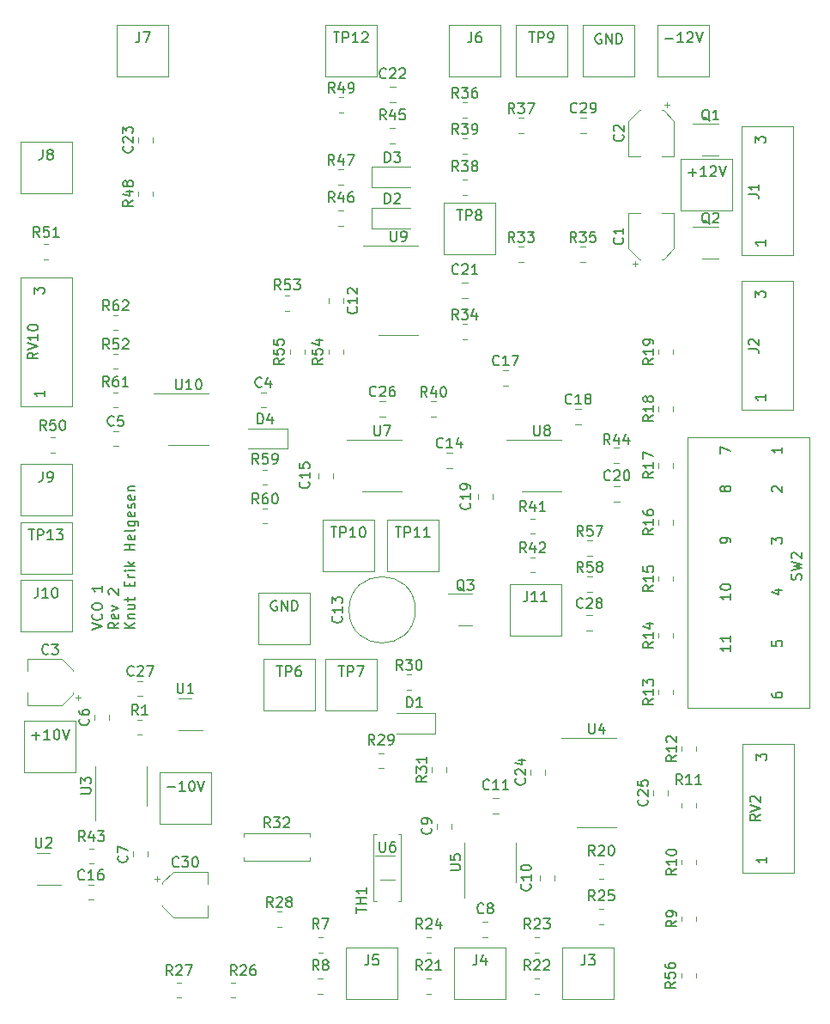
<source format=gbr>
%TF.GenerationSoftware,KiCad,Pcbnew,7.0.9-7.0.9~ubuntu23.04.1*%
%TF.CreationDate,2024-01-02T14:37:14+01:00*%
%TF.ProjectId,vco_1,76636f5f-312e-46b6-9963-61645f706362,rev?*%
%TF.SameCoordinates,Original*%
%TF.FileFunction,Legend,Top*%
%TF.FilePolarity,Positive*%
%FSLAX46Y46*%
G04 Gerber Fmt 4.6, Leading zero omitted, Abs format (unit mm)*
G04 Created by KiCad (PCBNEW 7.0.9-7.0.9~ubuntu23.04.1) date 2024-01-02 14:37:14*
%MOMM*%
%LPD*%
G01*
G04 APERTURE LIST*
%ADD10C,0.150000*%
%ADD11C,0.120000*%
G04 APERTURE END LIST*
D10*
X42004819Y-102676077D02*
X43004819Y-102342744D01*
X43004819Y-102342744D02*
X42004819Y-102009411D01*
X42909580Y-101104649D02*
X42957200Y-101152268D01*
X42957200Y-101152268D02*
X43004819Y-101295125D01*
X43004819Y-101295125D02*
X43004819Y-101390363D01*
X43004819Y-101390363D02*
X42957200Y-101533220D01*
X42957200Y-101533220D02*
X42861961Y-101628458D01*
X42861961Y-101628458D02*
X42766723Y-101676077D01*
X42766723Y-101676077D02*
X42576247Y-101723696D01*
X42576247Y-101723696D02*
X42433390Y-101723696D01*
X42433390Y-101723696D02*
X42242914Y-101676077D01*
X42242914Y-101676077D02*
X42147676Y-101628458D01*
X42147676Y-101628458D02*
X42052438Y-101533220D01*
X42052438Y-101533220D02*
X42004819Y-101390363D01*
X42004819Y-101390363D02*
X42004819Y-101295125D01*
X42004819Y-101295125D02*
X42052438Y-101152268D01*
X42052438Y-101152268D02*
X42100057Y-101104649D01*
X42004819Y-100485601D02*
X42004819Y-100295125D01*
X42004819Y-100295125D02*
X42052438Y-100199887D01*
X42052438Y-100199887D02*
X42147676Y-100104649D01*
X42147676Y-100104649D02*
X42338152Y-100057030D01*
X42338152Y-100057030D02*
X42671485Y-100057030D01*
X42671485Y-100057030D02*
X42861961Y-100104649D01*
X42861961Y-100104649D02*
X42957200Y-100199887D01*
X42957200Y-100199887D02*
X43004819Y-100295125D01*
X43004819Y-100295125D02*
X43004819Y-100485601D01*
X43004819Y-100485601D02*
X42957200Y-100580839D01*
X42957200Y-100580839D02*
X42861961Y-100676077D01*
X42861961Y-100676077D02*
X42671485Y-100723696D01*
X42671485Y-100723696D02*
X42338152Y-100723696D01*
X42338152Y-100723696D02*
X42147676Y-100676077D01*
X42147676Y-100676077D02*
X42052438Y-100580839D01*
X42052438Y-100580839D02*
X42004819Y-100485601D01*
X43004819Y-98342744D02*
X43004819Y-98914172D01*
X43004819Y-98628458D02*
X42004819Y-98628458D01*
X42004819Y-98628458D02*
X42147676Y-98723696D01*
X42147676Y-98723696D02*
X42242914Y-98818934D01*
X42242914Y-98818934D02*
X42290533Y-98914172D01*
X44614819Y-101961792D02*
X44138628Y-102295125D01*
X44614819Y-102533220D02*
X43614819Y-102533220D01*
X43614819Y-102533220D02*
X43614819Y-102152268D01*
X43614819Y-102152268D02*
X43662438Y-102057030D01*
X43662438Y-102057030D02*
X43710057Y-102009411D01*
X43710057Y-102009411D02*
X43805295Y-101961792D01*
X43805295Y-101961792D02*
X43948152Y-101961792D01*
X43948152Y-101961792D02*
X44043390Y-102009411D01*
X44043390Y-102009411D02*
X44091009Y-102057030D01*
X44091009Y-102057030D02*
X44138628Y-102152268D01*
X44138628Y-102152268D02*
X44138628Y-102533220D01*
X44567200Y-101152268D02*
X44614819Y-101247506D01*
X44614819Y-101247506D02*
X44614819Y-101437982D01*
X44614819Y-101437982D02*
X44567200Y-101533220D01*
X44567200Y-101533220D02*
X44471961Y-101580839D01*
X44471961Y-101580839D02*
X44091009Y-101580839D01*
X44091009Y-101580839D02*
X43995771Y-101533220D01*
X43995771Y-101533220D02*
X43948152Y-101437982D01*
X43948152Y-101437982D02*
X43948152Y-101247506D01*
X43948152Y-101247506D02*
X43995771Y-101152268D01*
X43995771Y-101152268D02*
X44091009Y-101104649D01*
X44091009Y-101104649D02*
X44186247Y-101104649D01*
X44186247Y-101104649D02*
X44281485Y-101580839D01*
X43948152Y-100771315D02*
X44614819Y-100533220D01*
X44614819Y-100533220D02*
X43948152Y-100295125D01*
X43710057Y-99199886D02*
X43662438Y-99152267D01*
X43662438Y-99152267D02*
X43614819Y-99057029D01*
X43614819Y-99057029D02*
X43614819Y-98818934D01*
X43614819Y-98818934D02*
X43662438Y-98723696D01*
X43662438Y-98723696D02*
X43710057Y-98676077D01*
X43710057Y-98676077D02*
X43805295Y-98628458D01*
X43805295Y-98628458D02*
X43900533Y-98628458D01*
X43900533Y-98628458D02*
X44043390Y-98676077D01*
X44043390Y-98676077D02*
X44614819Y-99247505D01*
X44614819Y-99247505D02*
X44614819Y-98628458D01*
X46224819Y-102533220D02*
X45224819Y-102533220D01*
X46224819Y-101961792D02*
X45653390Y-102390363D01*
X45224819Y-101961792D02*
X45796247Y-102533220D01*
X45558152Y-101533220D02*
X46224819Y-101533220D01*
X45653390Y-101533220D02*
X45605771Y-101485601D01*
X45605771Y-101485601D02*
X45558152Y-101390363D01*
X45558152Y-101390363D02*
X45558152Y-101247506D01*
X45558152Y-101247506D02*
X45605771Y-101152268D01*
X45605771Y-101152268D02*
X45701009Y-101104649D01*
X45701009Y-101104649D02*
X46224819Y-101104649D01*
X45558152Y-100199887D02*
X46224819Y-100199887D01*
X45558152Y-100628458D02*
X46081961Y-100628458D01*
X46081961Y-100628458D02*
X46177200Y-100580839D01*
X46177200Y-100580839D02*
X46224819Y-100485601D01*
X46224819Y-100485601D02*
X46224819Y-100342744D01*
X46224819Y-100342744D02*
X46177200Y-100247506D01*
X46177200Y-100247506D02*
X46129580Y-100199887D01*
X45558152Y-99866553D02*
X45558152Y-99485601D01*
X45224819Y-99723696D02*
X46081961Y-99723696D01*
X46081961Y-99723696D02*
X46177200Y-99676077D01*
X46177200Y-99676077D02*
X46224819Y-99580839D01*
X46224819Y-99580839D02*
X46224819Y-99485601D01*
X45701009Y-98390362D02*
X45701009Y-98057029D01*
X46224819Y-97914172D02*
X46224819Y-98390362D01*
X46224819Y-98390362D02*
X45224819Y-98390362D01*
X45224819Y-98390362D02*
X45224819Y-97914172D01*
X46224819Y-97485600D02*
X45558152Y-97485600D01*
X45748628Y-97485600D02*
X45653390Y-97437981D01*
X45653390Y-97437981D02*
X45605771Y-97390362D01*
X45605771Y-97390362D02*
X45558152Y-97295124D01*
X45558152Y-97295124D02*
X45558152Y-97199886D01*
X46224819Y-96866552D02*
X45558152Y-96866552D01*
X45224819Y-96866552D02*
X45272438Y-96914171D01*
X45272438Y-96914171D02*
X45320057Y-96866552D01*
X45320057Y-96866552D02*
X45272438Y-96818933D01*
X45272438Y-96818933D02*
X45224819Y-96866552D01*
X45224819Y-96866552D02*
X45320057Y-96866552D01*
X46224819Y-96390362D02*
X45224819Y-96390362D01*
X45843866Y-96295124D02*
X46224819Y-96009410D01*
X45558152Y-96009410D02*
X45939104Y-96390362D01*
X46224819Y-94818933D02*
X45224819Y-94818933D01*
X45701009Y-94818933D02*
X45701009Y-94247505D01*
X46224819Y-94247505D02*
X45224819Y-94247505D01*
X46177200Y-93390362D02*
X46224819Y-93485600D01*
X46224819Y-93485600D02*
X46224819Y-93676076D01*
X46224819Y-93676076D02*
X46177200Y-93771314D01*
X46177200Y-93771314D02*
X46081961Y-93818933D01*
X46081961Y-93818933D02*
X45701009Y-93818933D01*
X45701009Y-93818933D02*
X45605771Y-93771314D01*
X45605771Y-93771314D02*
X45558152Y-93676076D01*
X45558152Y-93676076D02*
X45558152Y-93485600D01*
X45558152Y-93485600D02*
X45605771Y-93390362D01*
X45605771Y-93390362D02*
X45701009Y-93342743D01*
X45701009Y-93342743D02*
X45796247Y-93342743D01*
X45796247Y-93342743D02*
X45891485Y-93818933D01*
X46224819Y-92771314D02*
X46177200Y-92866552D01*
X46177200Y-92866552D02*
X46081961Y-92914171D01*
X46081961Y-92914171D02*
X45224819Y-92914171D01*
X45558152Y-91961790D02*
X46367676Y-91961790D01*
X46367676Y-91961790D02*
X46462914Y-92009409D01*
X46462914Y-92009409D02*
X46510533Y-92057028D01*
X46510533Y-92057028D02*
X46558152Y-92152266D01*
X46558152Y-92152266D02*
X46558152Y-92295123D01*
X46558152Y-92295123D02*
X46510533Y-92390361D01*
X46177200Y-91961790D02*
X46224819Y-92057028D01*
X46224819Y-92057028D02*
X46224819Y-92247504D01*
X46224819Y-92247504D02*
X46177200Y-92342742D01*
X46177200Y-92342742D02*
X46129580Y-92390361D01*
X46129580Y-92390361D02*
X46034342Y-92437980D01*
X46034342Y-92437980D02*
X45748628Y-92437980D01*
X45748628Y-92437980D02*
X45653390Y-92390361D01*
X45653390Y-92390361D02*
X45605771Y-92342742D01*
X45605771Y-92342742D02*
X45558152Y-92247504D01*
X45558152Y-92247504D02*
X45558152Y-92057028D01*
X45558152Y-92057028D02*
X45605771Y-91961790D01*
X46177200Y-91104647D02*
X46224819Y-91199885D01*
X46224819Y-91199885D02*
X46224819Y-91390361D01*
X46224819Y-91390361D02*
X46177200Y-91485599D01*
X46177200Y-91485599D02*
X46081961Y-91533218D01*
X46081961Y-91533218D02*
X45701009Y-91533218D01*
X45701009Y-91533218D02*
X45605771Y-91485599D01*
X45605771Y-91485599D02*
X45558152Y-91390361D01*
X45558152Y-91390361D02*
X45558152Y-91199885D01*
X45558152Y-91199885D02*
X45605771Y-91104647D01*
X45605771Y-91104647D02*
X45701009Y-91057028D01*
X45701009Y-91057028D02*
X45796247Y-91057028D01*
X45796247Y-91057028D02*
X45891485Y-91533218D01*
X46177200Y-90676075D02*
X46224819Y-90580837D01*
X46224819Y-90580837D02*
X46224819Y-90390361D01*
X46224819Y-90390361D02*
X46177200Y-90295123D01*
X46177200Y-90295123D02*
X46081961Y-90247504D01*
X46081961Y-90247504D02*
X46034342Y-90247504D01*
X46034342Y-90247504D02*
X45939104Y-90295123D01*
X45939104Y-90295123D02*
X45891485Y-90390361D01*
X45891485Y-90390361D02*
X45891485Y-90533218D01*
X45891485Y-90533218D02*
X45843866Y-90628456D01*
X45843866Y-90628456D02*
X45748628Y-90676075D01*
X45748628Y-90676075D02*
X45701009Y-90676075D01*
X45701009Y-90676075D02*
X45605771Y-90628456D01*
X45605771Y-90628456D02*
X45558152Y-90533218D01*
X45558152Y-90533218D02*
X45558152Y-90390361D01*
X45558152Y-90390361D02*
X45605771Y-90295123D01*
X46177200Y-89437980D02*
X46224819Y-89533218D01*
X46224819Y-89533218D02*
X46224819Y-89723694D01*
X46224819Y-89723694D02*
X46177200Y-89818932D01*
X46177200Y-89818932D02*
X46081961Y-89866551D01*
X46081961Y-89866551D02*
X45701009Y-89866551D01*
X45701009Y-89866551D02*
X45605771Y-89818932D01*
X45605771Y-89818932D02*
X45558152Y-89723694D01*
X45558152Y-89723694D02*
X45558152Y-89533218D01*
X45558152Y-89533218D02*
X45605771Y-89437980D01*
X45605771Y-89437980D02*
X45701009Y-89390361D01*
X45701009Y-89390361D02*
X45796247Y-89390361D01*
X45796247Y-89390361D02*
X45891485Y-89866551D01*
X45558152Y-88961789D02*
X46224819Y-88961789D01*
X45653390Y-88961789D02*
X45605771Y-88914170D01*
X45605771Y-88914170D02*
X45558152Y-88818932D01*
X45558152Y-88818932D02*
X45558152Y-88676075D01*
X45558152Y-88676075D02*
X45605771Y-88580837D01*
X45605771Y-88580837D02*
X45701009Y-88533218D01*
X45701009Y-88533218D02*
X46224819Y-88533218D01*
X66302095Y-106261819D02*
X66873523Y-106261819D01*
X66587809Y-107261819D02*
X66587809Y-106261819D01*
X67206857Y-107261819D02*
X67206857Y-106261819D01*
X67206857Y-106261819D02*
X67587809Y-106261819D01*
X67587809Y-106261819D02*
X67683047Y-106309438D01*
X67683047Y-106309438D02*
X67730666Y-106357057D01*
X67730666Y-106357057D02*
X67778285Y-106452295D01*
X67778285Y-106452295D02*
X67778285Y-106595152D01*
X67778285Y-106595152D02*
X67730666Y-106690390D01*
X67730666Y-106690390D02*
X67683047Y-106738009D01*
X67683047Y-106738009D02*
X67587809Y-106785628D01*
X67587809Y-106785628D02*
X67206857Y-106785628D01*
X68111619Y-106261819D02*
X68778285Y-106261819D01*
X68778285Y-106261819D02*
X68349714Y-107261819D01*
X89294642Y-80340580D02*
X89247023Y-80388200D01*
X89247023Y-80388200D02*
X89104166Y-80435819D01*
X89104166Y-80435819D02*
X89008928Y-80435819D01*
X89008928Y-80435819D02*
X88866071Y-80388200D01*
X88866071Y-80388200D02*
X88770833Y-80292961D01*
X88770833Y-80292961D02*
X88723214Y-80197723D01*
X88723214Y-80197723D02*
X88675595Y-80007247D01*
X88675595Y-80007247D02*
X88675595Y-79864390D01*
X88675595Y-79864390D02*
X88723214Y-79673914D01*
X88723214Y-79673914D02*
X88770833Y-79578676D01*
X88770833Y-79578676D02*
X88866071Y-79483438D01*
X88866071Y-79483438D02*
X89008928Y-79435819D01*
X89008928Y-79435819D02*
X89104166Y-79435819D01*
X89104166Y-79435819D02*
X89247023Y-79483438D01*
X89247023Y-79483438D02*
X89294642Y-79531057D01*
X90247023Y-80435819D02*
X89675595Y-80435819D01*
X89961309Y-80435819D02*
X89961309Y-79435819D01*
X89961309Y-79435819D02*
X89866071Y-79578676D01*
X89866071Y-79578676D02*
X89770833Y-79673914D01*
X89770833Y-79673914D02*
X89675595Y-79721533D01*
X90818452Y-79864390D02*
X90723214Y-79816771D01*
X90723214Y-79816771D02*
X90675595Y-79769152D01*
X90675595Y-79769152D02*
X90627976Y-79673914D01*
X90627976Y-79673914D02*
X90627976Y-79626295D01*
X90627976Y-79626295D02*
X90675595Y-79531057D01*
X90675595Y-79531057D02*
X90723214Y-79483438D01*
X90723214Y-79483438D02*
X90818452Y-79435819D01*
X90818452Y-79435819D02*
X91008928Y-79435819D01*
X91008928Y-79435819D02*
X91104166Y-79483438D01*
X91104166Y-79483438D02*
X91151785Y-79531057D01*
X91151785Y-79531057D02*
X91199404Y-79626295D01*
X91199404Y-79626295D02*
X91199404Y-79673914D01*
X91199404Y-79673914D02*
X91151785Y-79769152D01*
X91151785Y-79769152D02*
X91104166Y-79816771D01*
X91104166Y-79816771D02*
X91008928Y-79864390D01*
X91008928Y-79864390D02*
X90818452Y-79864390D01*
X90818452Y-79864390D02*
X90723214Y-79912009D01*
X90723214Y-79912009D02*
X90675595Y-79959628D01*
X90675595Y-79959628D02*
X90627976Y-80054866D01*
X90627976Y-80054866D02*
X90627976Y-80245342D01*
X90627976Y-80245342D02*
X90675595Y-80340580D01*
X90675595Y-80340580D02*
X90723214Y-80388200D01*
X90723214Y-80388200D02*
X90818452Y-80435819D01*
X90818452Y-80435819D02*
X91008928Y-80435819D01*
X91008928Y-80435819D02*
X91104166Y-80388200D01*
X91104166Y-80388200D02*
X91151785Y-80340580D01*
X91151785Y-80340580D02*
X91199404Y-80245342D01*
X91199404Y-80245342D02*
X91199404Y-80054866D01*
X91199404Y-80054866D02*
X91151785Y-79959628D01*
X91151785Y-79959628D02*
X91104166Y-79912009D01*
X91104166Y-79912009D02*
X91008928Y-79864390D01*
X70985142Y-52397819D02*
X70651809Y-51921628D01*
X70413714Y-52397819D02*
X70413714Y-51397819D01*
X70413714Y-51397819D02*
X70794666Y-51397819D01*
X70794666Y-51397819D02*
X70889904Y-51445438D01*
X70889904Y-51445438D02*
X70937523Y-51493057D01*
X70937523Y-51493057D02*
X70985142Y-51588295D01*
X70985142Y-51588295D02*
X70985142Y-51731152D01*
X70985142Y-51731152D02*
X70937523Y-51826390D01*
X70937523Y-51826390D02*
X70889904Y-51874009D01*
X70889904Y-51874009D02*
X70794666Y-51921628D01*
X70794666Y-51921628D02*
X70413714Y-51921628D01*
X71842285Y-51731152D02*
X71842285Y-52397819D01*
X71604190Y-51350200D02*
X71366095Y-52064485D01*
X71366095Y-52064485D02*
X71985142Y-52064485D01*
X72842285Y-51397819D02*
X72366095Y-51397819D01*
X72366095Y-51397819D02*
X72318476Y-51874009D01*
X72318476Y-51874009D02*
X72366095Y-51826390D01*
X72366095Y-51826390D02*
X72461333Y-51778771D01*
X72461333Y-51778771D02*
X72699428Y-51778771D01*
X72699428Y-51778771D02*
X72794666Y-51826390D01*
X72794666Y-51826390D02*
X72842285Y-51874009D01*
X72842285Y-51874009D02*
X72889904Y-51969247D01*
X72889904Y-51969247D02*
X72889904Y-52207342D01*
X72889904Y-52207342D02*
X72842285Y-52302580D01*
X72842285Y-52302580D02*
X72794666Y-52350200D01*
X72794666Y-52350200D02*
X72699428Y-52397819D01*
X72699428Y-52397819D02*
X72461333Y-52397819D01*
X72461333Y-52397819D02*
X72366095Y-52350200D01*
X72366095Y-52350200D02*
X72318476Y-52302580D01*
X46531833Y-111069819D02*
X46198500Y-110593628D01*
X45960405Y-111069819D02*
X45960405Y-110069819D01*
X45960405Y-110069819D02*
X46341357Y-110069819D01*
X46341357Y-110069819D02*
X46436595Y-110117438D01*
X46436595Y-110117438D02*
X46484214Y-110165057D01*
X46484214Y-110165057D02*
X46531833Y-110260295D01*
X46531833Y-110260295D02*
X46531833Y-110403152D01*
X46531833Y-110403152D02*
X46484214Y-110498390D01*
X46484214Y-110498390D02*
X46436595Y-110546009D01*
X46436595Y-110546009D02*
X46341357Y-110593628D01*
X46341357Y-110593628D02*
X45960405Y-110593628D01*
X47484214Y-111069819D02*
X46912786Y-111069819D01*
X47198500Y-111069819D02*
X47198500Y-110069819D01*
X47198500Y-110069819D02*
X47103262Y-110212676D01*
X47103262Y-110212676D02*
X47008024Y-110307914D01*
X47008024Y-110307914D02*
X46912786Y-110355533D01*
X111913200Y-97726332D02*
X111960819Y-97583475D01*
X111960819Y-97583475D02*
X111960819Y-97345380D01*
X111960819Y-97345380D02*
X111913200Y-97250142D01*
X111913200Y-97250142D02*
X111865580Y-97202523D01*
X111865580Y-97202523D02*
X111770342Y-97154904D01*
X111770342Y-97154904D02*
X111675104Y-97154904D01*
X111675104Y-97154904D02*
X111579866Y-97202523D01*
X111579866Y-97202523D02*
X111532247Y-97250142D01*
X111532247Y-97250142D02*
X111484628Y-97345380D01*
X111484628Y-97345380D02*
X111437009Y-97535856D01*
X111437009Y-97535856D02*
X111389390Y-97631094D01*
X111389390Y-97631094D02*
X111341771Y-97678713D01*
X111341771Y-97678713D02*
X111246533Y-97726332D01*
X111246533Y-97726332D02*
X111151295Y-97726332D01*
X111151295Y-97726332D02*
X111056057Y-97678713D01*
X111056057Y-97678713D02*
X111008438Y-97631094D01*
X111008438Y-97631094D02*
X110960819Y-97535856D01*
X110960819Y-97535856D02*
X110960819Y-97297761D01*
X110960819Y-97297761D02*
X111008438Y-97154904D01*
X110960819Y-96821570D02*
X111960819Y-96583475D01*
X111960819Y-96583475D02*
X111246533Y-96392999D01*
X111246533Y-96392999D02*
X111960819Y-96202523D01*
X111960819Y-96202523D02*
X110960819Y-95964428D01*
X111056057Y-95631094D02*
X111008438Y-95583475D01*
X111008438Y-95583475D02*
X110960819Y-95488237D01*
X110960819Y-95488237D02*
X110960819Y-95250142D01*
X110960819Y-95250142D02*
X111008438Y-95154904D01*
X111008438Y-95154904D02*
X111056057Y-95107285D01*
X111056057Y-95107285D02*
X111151295Y-95059666D01*
X111151295Y-95059666D02*
X111246533Y-95059666D01*
X111246533Y-95059666D02*
X111389390Y-95107285D01*
X111389390Y-95107285D02*
X111960819Y-95678713D01*
X111960819Y-95678713D02*
X111960819Y-95059666D01*
X109055819Y-108902523D02*
X109055819Y-109092999D01*
X109055819Y-109092999D02*
X109103438Y-109188237D01*
X109103438Y-109188237D02*
X109151057Y-109235856D01*
X109151057Y-109235856D02*
X109293914Y-109331094D01*
X109293914Y-109331094D02*
X109484390Y-109378713D01*
X109484390Y-109378713D02*
X109865342Y-109378713D01*
X109865342Y-109378713D02*
X109960580Y-109331094D01*
X109960580Y-109331094D02*
X110008200Y-109283475D01*
X110008200Y-109283475D02*
X110055819Y-109188237D01*
X110055819Y-109188237D02*
X110055819Y-108997761D01*
X110055819Y-108997761D02*
X110008200Y-108902523D01*
X110008200Y-108902523D02*
X109960580Y-108854904D01*
X109960580Y-108854904D02*
X109865342Y-108807285D01*
X109865342Y-108807285D02*
X109627247Y-108807285D01*
X109627247Y-108807285D02*
X109532009Y-108854904D01*
X109532009Y-108854904D02*
X109484390Y-108902523D01*
X109484390Y-108902523D02*
X109436771Y-108997761D01*
X109436771Y-108997761D02*
X109436771Y-109188237D01*
X109436771Y-109188237D02*
X109484390Y-109283475D01*
X109484390Y-109283475D02*
X109532009Y-109331094D01*
X109532009Y-109331094D02*
X109627247Y-109378713D01*
X104404390Y-88868237D02*
X104356771Y-88963475D01*
X104356771Y-88963475D02*
X104309152Y-89011094D01*
X104309152Y-89011094D02*
X104213914Y-89058713D01*
X104213914Y-89058713D02*
X104166295Y-89058713D01*
X104166295Y-89058713D02*
X104071057Y-89011094D01*
X104071057Y-89011094D02*
X104023438Y-88963475D01*
X104023438Y-88963475D02*
X103975819Y-88868237D01*
X103975819Y-88868237D02*
X103975819Y-88677761D01*
X103975819Y-88677761D02*
X104023438Y-88582523D01*
X104023438Y-88582523D02*
X104071057Y-88534904D01*
X104071057Y-88534904D02*
X104166295Y-88487285D01*
X104166295Y-88487285D02*
X104213914Y-88487285D01*
X104213914Y-88487285D02*
X104309152Y-88534904D01*
X104309152Y-88534904D02*
X104356771Y-88582523D01*
X104356771Y-88582523D02*
X104404390Y-88677761D01*
X104404390Y-88677761D02*
X104404390Y-88868237D01*
X104404390Y-88868237D02*
X104452009Y-88963475D01*
X104452009Y-88963475D02*
X104499628Y-89011094D01*
X104499628Y-89011094D02*
X104594866Y-89058713D01*
X104594866Y-89058713D02*
X104785342Y-89058713D01*
X104785342Y-89058713D02*
X104880580Y-89011094D01*
X104880580Y-89011094D02*
X104928200Y-88963475D01*
X104928200Y-88963475D02*
X104975819Y-88868237D01*
X104975819Y-88868237D02*
X104975819Y-88677761D01*
X104975819Y-88677761D02*
X104928200Y-88582523D01*
X104928200Y-88582523D02*
X104880580Y-88534904D01*
X104880580Y-88534904D02*
X104785342Y-88487285D01*
X104785342Y-88487285D02*
X104594866Y-88487285D01*
X104594866Y-88487285D02*
X104499628Y-88534904D01*
X104499628Y-88534904D02*
X104452009Y-88582523D01*
X104452009Y-88582523D02*
X104404390Y-88677761D01*
X104975819Y-99123476D02*
X104975819Y-99694904D01*
X104975819Y-99409190D02*
X103975819Y-99409190D01*
X103975819Y-99409190D02*
X104118676Y-99504428D01*
X104118676Y-99504428D02*
X104213914Y-99599666D01*
X104213914Y-99599666D02*
X104261533Y-99694904D01*
X103975819Y-98504428D02*
X103975819Y-98409190D01*
X103975819Y-98409190D02*
X104023438Y-98313952D01*
X104023438Y-98313952D02*
X104071057Y-98266333D01*
X104071057Y-98266333D02*
X104166295Y-98218714D01*
X104166295Y-98218714D02*
X104356771Y-98171095D01*
X104356771Y-98171095D02*
X104594866Y-98171095D01*
X104594866Y-98171095D02*
X104785342Y-98218714D01*
X104785342Y-98218714D02*
X104880580Y-98266333D01*
X104880580Y-98266333D02*
X104928200Y-98313952D01*
X104928200Y-98313952D02*
X104975819Y-98409190D01*
X104975819Y-98409190D02*
X104975819Y-98504428D01*
X104975819Y-98504428D02*
X104928200Y-98599666D01*
X104928200Y-98599666D02*
X104880580Y-98647285D01*
X104880580Y-98647285D02*
X104785342Y-98694904D01*
X104785342Y-98694904D02*
X104594866Y-98742523D01*
X104594866Y-98742523D02*
X104356771Y-98742523D01*
X104356771Y-98742523D02*
X104166295Y-98694904D01*
X104166295Y-98694904D02*
X104071057Y-98647285D01*
X104071057Y-98647285D02*
X104023438Y-98599666D01*
X104023438Y-98599666D02*
X103975819Y-98504428D01*
X109055819Y-94186332D02*
X109055819Y-93567285D01*
X109055819Y-93567285D02*
X109436771Y-93900618D01*
X109436771Y-93900618D02*
X109436771Y-93757761D01*
X109436771Y-93757761D02*
X109484390Y-93662523D01*
X109484390Y-93662523D02*
X109532009Y-93614904D01*
X109532009Y-93614904D02*
X109627247Y-93567285D01*
X109627247Y-93567285D02*
X109865342Y-93567285D01*
X109865342Y-93567285D02*
X109960580Y-93614904D01*
X109960580Y-93614904D02*
X110008200Y-93662523D01*
X110008200Y-93662523D02*
X110055819Y-93757761D01*
X110055819Y-93757761D02*
X110055819Y-94043475D01*
X110055819Y-94043475D02*
X110008200Y-94138713D01*
X110008200Y-94138713D02*
X109960580Y-94186332D01*
X104975819Y-104203476D02*
X104975819Y-104774904D01*
X104975819Y-104489190D02*
X103975819Y-104489190D01*
X103975819Y-104489190D02*
X104118676Y-104584428D01*
X104118676Y-104584428D02*
X104213914Y-104679666D01*
X104213914Y-104679666D02*
X104261533Y-104774904D01*
X104975819Y-103251095D02*
X104975819Y-103822523D01*
X104975819Y-103536809D02*
X103975819Y-103536809D01*
X103975819Y-103536809D02*
X104118676Y-103632047D01*
X104118676Y-103632047D02*
X104213914Y-103727285D01*
X104213914Y-103727285D02*
X104261533Y-103822523D01*
X103975819Y-85296332D02*
X103975819Y-84629666D01*
X103975819Y-84629666D02*
X104975819Y-85058237D01*
X109151057Y-89058713D02*
X109103438Y-89011094D01*
X109103438Y-89011094D02*
X109055819Y-88915856D01*
X109055819Y-88915856D02*
X109055819Y-88677761D01*
X109055819Y-88677761D02*
X109103438Y-88582523D01*
X109103438Y-88582523D02*
X109151057Y-88534904D01*
X109151057Y-88534904D02*
X109246295Y-88487285D01*
X109246295Y-88487285D02*
X109341533Y-88487285D01*
X109341533Y-88487285D02*
X109484390Y-88534904D01*
X109484390Y-88534904D02*
X110055819Y-89106332D01*
X110055819Y-89106332D02*
X110055819Y-88487285D01*
X110055819Y-84677285D02*
X110055819Y-85248713D01*
X110055819Y-84962999D02*
X109055819Y-84962999D01*
X109055819Y-84962999D02*
X109198676Y-85058237D01*
X109198676Y-85058237D02*
X109293914Y-85153475D01*
X109293914Y-85153475D02*
X109341533Y-85248713D01*
X109055819Y-103774904D02*
X109055819Y-104251094D01*
X109055819Y-104251094D02*
X109532009Y-104298713D01*
X109532009Y-104298713D02*
X109484390Y-104251094D01*
X109484390Y-104251094D02*
X109436771Y-104155856D01*
X109436771Y-104155856D02*
X109436771Y-103917761D01*
X109436771Y-103917761D02*
X109484390Y-103822523D01*
X109484390Y-103822523D02*
X109532009Y-103774904D01*
X109532009Y-103774904D02*
X109627247Y-103727285D01*
X109627247Y-103727285D02*
X109865342Y-103727285D01*
X109865342Y-103727285D02*
X109960580Y-103774904D01*
X109960580Y-103774904D02*
X110008200Y-103822523D01*
X110008200Y-103822523D02*
X110055819Y-103917761D01*
X110055819Y-103917761D02*
X110055819Y-104155856D01*
X110055819Y-104155856D02*
X110008200Y-104251094D01*
X110008200Y-104251094D02*
X109960580Y-104298713D01*
X109389152Y-98742523D02*
X110055819Y-98742523D01*
X109008200Y-98980618D02*
X109722485Y-99218713D01*
X109722485Y-99218713D02*
X109722485Y-98599666D01*
X104975819Y-94043475D02*
X104975819Y-93852999D01*
X104975819Y-93852999D02*
X104928200Y-93757761D01*
X104928200Y-93757761D02*
X104880580Y-93710142D01*
X104880580Y-93710142D02*
X104737723Y-93614904D01*
X104737723Y-93614904D02*
X104547247Y-93567285D01*
X104547247Y-93567285D02*
X104166295Y-93567285D01*
X104166295Y-93567285D02*
X104071057Y-93614904D01*
X104071057Y-93614904D02*
X104023438Y-93662523D01*
X104023438Y-93662523D02*
X103975819Y-93757761D01*
X103975819Y-93757761D02*
X103975819Y-93948237D01*
X103975819Y-93948237D02*
X104023438Y-94043475D01*
X104023438Y-94043475D02*
X104071057Y-94091094D01*
X104071057Y-94091094D02*
X104166295Y-94138713D01*
X104166295Y-94138713D02*
X104404390Y-94138713D01*
X104404390Y-94138713D02*
X104499628Y-94091094D01*
X104499628Y-94091094D02*
X104547247Y-94043475D01*
X104547247Y-94043475D02*
X104594866Y-93948237D01*
X104594866Y-93948237D02*
X104594866Y-93757761D01*
X104594866Y-93757761D02*
X104547247Y-93662523D01*
X104547247Y-93662523D02*
X104499628Y-93614904D01*
X104499628Y-93614904D02*
X104404390Y-93567285D01*
X85241142Y-132153819D02*
X84907809Y-131677628D01*
X84669714Y-132153819D02*
X84669714Y-131153819D01*
X84669714Y-131153819D02*
X85050666Y-131153819D01*
X85050666Y-131153819D02*
X85145904Y-131201438D01*
X85145904Y-131201438D02*
X85193523Y-131249057D01*
X85193523Y-131249057D02*
X85241142Y-131344295D01*
X85241142Y-131344295D02*
X85241142Y-131487152D01*
X85241142Y-131487152D02*
X85193523Y-131582390D01*
X85193523Y-131582390D02*
X85145904Y-131630009D01*
X85145904Y-131630009D02*
X85050666Y-131677628D01*
X85050666Y-131677628D02*
X84669714Y-131677628D01*
X85622095Y-131249057D02*
X85669714Y-131201438D01*
X85669714Y-131201438D02*
X85764952Y-131153819D01*
X85764952Y-131153819D02*
X86003047Y-131153819D01*
X86003047Y-131153819D02*
X86098285Y-131201438D01*
X86098285Y-131201438D02*
X86145904Y-131249057D01*
X86145904Y-131249057D02*
X86193523Y-131344295D01*
X86193523Y-131344295D02*
X86193523Y-131439533D01*
X86193523Y-131439533D02*
X86145904Y-131582390D01*
X86145904Y-131582390D02*
X85574476Y-132153819D01*
X85574476Y-132153819D02*
X86193523Y-132153819D01*
X86526857Y-131153819D02*
X87145904Y-131153819D01*
X87145904Y-131153819D02*
X86812571Y-131534771D01*
X86812571Y-131534771D02*
X86955428Y-131534771D01*
X86955428Y-131534771D02*
X87050666Y-131582390D01*
X87050666Y-131582390D02*
X87098285Y-131630009D01*
X87098285Y-131630009D02*
X87145904Y-131725247D01*
X87145904Y-131725247D02*
X87145904Y-131963342D01*
X87145904Y-131963342D02*
X87098285Y-132058580D01*
X87098285Y-132058580D02*
X87050666Y-132106200D01*
X87050666Y-132106200D02*
X86955428Y-132153819D01*
X86955428Y-132153819D02*
X86669714Y-132153819D01*
X86669714Y-132153819D02*
X86574476Y-132106200D01*
X86574476Y-132106200D02*
X86526857Y-132058580D01*
X97356819Y-81541857D02*
X96880628Y-81875190D01*
X97356819Y-82113285D02*
X96356819Y-82113285D01*
X96356819Y-82113285D02*
X96356819Y-81732333D01*
X96356819Y-81732333D02*
X96404438Y-81637095D01*
X96404438Y-81637095D02*
X96452057Y-81589476D01*
X96452057Y-81589476D02*
X96547295Y-81541857D01*
X96547295Y-81541857D02*
X96690152Y-81541857D01*
X96690152Y-81541857D02*
X96785390Y-81589476D01*
X96785390Y-81589476D02*
X96833009Y-81637095D01*
X96833009Y-81637095D02*
X96880628Y-81732333D01*
X96880628Y-81732333D02*
X96880628Y-82113285D01*
X97356819Y-80589476D02*
X97356819Y-81160904D01*
X97356819Y-80875190D02*
X96356819Y-80875190D01*
X96356819Y-80875190D02*
X96499676Y-80970428D01*
X96499676Y-80970428D02*
X96594914Y-81065666D01*
X96594914Y-81065666D02*
X96642533Y-81160904D01*
X96785390Y-80018047D02*
X96737771Y-80113285D01*
X96737771Y-80113285D02*
X96690152Y-80160904D01*
X96690152Y-80160904D02*
X96594914Y-80208523D01*
X96594914Y-80208523D02*
X96547295Y-80208523D01*
X96547295Y-80208523D02*
X96452057Y-80160904D01*
X96452057Y-80160904D02*
X96404438Y-80113285D01*
X96404438Y-80113285D02*
X96356819Y-80018047D01*
X96356819Y-80018047D02*
X96356819Y-79827571D01*
X96356819Y-79827571D02*
X96404438Y-79732333D01*
X96404438Y-79732333D02*
X96452057Y-79684714D01*
X96452057Y-79684714D02*
X96547295Y-79637095D01*
X96547295Y-79637095D02*
X96594914Y-79637095D01*
X96594914Y-79637095D02*
X96690152Y-79684714D01*
X96690152Y-79684714D02*
X96737771Y-79732333D01*
X96737771Y-79732333D02*
X96785390Y-79827571D01*
X96785390Y-79827571D02*
X96785390Y-80018047D01*
X96785390Y-80018047D02*
X96833009Y-80113285D01*
X96833009Y-80113285D02*
X96880628Y-80160904D01*
X96880628Y-80160904D02*
X96975866Y-80208523D01*
X96975866Y-80208523D02*
X97166342Y-80208523D01*
X97166342Y-80208523D02*
X97261580Y-80160904D01*
X97261580Y-80160904D02*
X97309200Y-80113285D01*
X97309200Y-80113285D02*
X97356819Y-80018047D01*
X97356819Y-80018047D02*
X97356819Y-79827571D01*
X97356819Y-79827571D02*
X97309200Y-79732333D01*
X97309200Y-79732333D02*
X97261580Y-79684714D01*
X97261580Y-79684714D02*
X97166342Y-79637095D01*
X97166342Y-79637095D02*
X96975866Y-79637095D01*
X96975866Y-79637095D02*
X96880628Y-79684714D01*
X96880628Y-79684714D02*
X96833009Y-79732333D01*
X96833009Y-79732333D02*
X96785390Y-79827571D01*
X74541142Y-136217819D02*
X74207809Y-135741628D01*
X73969714Y-136217819D02*
X73969714Y-135217819D01*
X73969714Y-135217819D02*
X74350666Y-135217819D01*
X74350666Y-135217819D02*
X74445904Y-135265438D01*
X74445904Y-135265438D02*
X74493523Y-135313057D01*
X74493523Y-135313057D02*
X74541142Y-135408295D01*
X74541142Y-135408295D02*
X74541142Y-135551152D01*
X74541142Y-135551152D02*
X74493523Y-135646390D01*
X74493523Y-135646390D02*
X74445904Y-135694009D01*
X74445904Y-135694009D02*
X74350666Y-135741628D01*
X74350666Y-135741628D02*
X73969714Y-135741628D01*
X74922095Y-135313057D02*
X74969714Y-135265438D01*
X74969714Y-135265438D02*
X75064952Y-135217819D01*
X75064952Y-135217819D02*
X75303047Y-135217819D01*
X75303047Y-135217819D02*
X75398285Y-135265438D01*
X75398285Y-135265438D02*
X75445904Y-135313057D01*
X75445904Y-135313057D02*
X75493523Y-135408295D01*
X75493523Y-135408295D02*
X75493523Y-135503533D01*
X75493523Y-135503533D02*
X75445904Y-135646390D01*
X75445904Y-135646390D02*
X74874476Y-136217819D01*
X74874476Y-136217819D02*
X75493523Y-136217819D01*
X76445904Y-136217819D02*
X75874476Y-136217819D01*
X76160190Y-136217819D02*
X76160190Y-135217819D01*
X76160190Y-135217819D02*
X76064952Y-135360676D01*
X76064952Y-135360676D02*
X75969714Y-135455914D01*
X75969714Y-135455914D02*
X75874476Y-135503533D01*
X36655476Y-98514819D02*
X36655476Y-99229104D01*
X36655476Y-99229104D02*
X36607857Y-99371961D01*
X36607857Y-99371961D02*
X36512619Y-99467200D01*
X36512619Y-99467200D02*
X36369762Y-99514819D01*
X36369762Y-99514819D02*
X36274524Y-99514819D01*
X37655476Y-99514819D02*
X37084048Y-99514819D01*
X37369762Y-99514819D02*
X37369762Y-98514819D01*
X37369762Y-98514819D02*
X37274524Y-98657676D01*
X37274524Y-98657676D02*
X37179286Y-98752914D01*
X37179286Y-98752914D02*
X37084048Y-98800533D01*
X38274524Y-98514819D02*
X38369762Y-98514819D01*
X38369762Y-98514819D02*
X38465000Y-98562438D01*
X38465000Y-98562438D02*
X38512619Y-98610057D01*
X38512619Y-98610057D02*
X38560238Y-98705295D01*
X38560238Y-98705295D02*
X38607857Y-98895771D01*
X38607857Y-98895771D02*
X38607857Y-99133866D01*
X38607857Y-99133866D02*
X38560238Y-99324342D01*
X38560238Y-99324342D02*
X38512619Y-99419580D01*
X38512619Y-99419580D02*
X38465000Y-99467200D01*
X38465000Y-99467200D02*
X38369762Y-99514819D01*
X38369762Y-99514819D02*
X38274524Y-99514819D01*
X38274524Y-99514819D02*
X38179286Y-99467200D01*
X38179286Y-99467200D02*
X38131667Y-99419580D01*
X38131667Y-99419580D02*
X38084048Y-99324342D01*
X38084048Y-99324342D02*
X38036429Y-99133866D01*
X38036429Y-99133866D02*
X38036429Y-98895771D01*
X38036429Y-98895771D02*
X38084048Y-98705295D01*
X38084048Y-98705295D02*
X38131667Y-98610057D01*
X38131667Y-98610057D02*
X38179286Y-98562438D01*
X38179286Y-98562438D02*
X38274524Y-98514819D01*
X89802642Y-51638580D02*
X89755023Y-51686200D01*
X89755023Y-51686200D02*
X89612166Y-51733819D01*
X89612166Y-51733819D02*
X89516928Y-51733819D01*
X89516928Y-51733819D02*
X89374071Y-51686200D01*
X89374071Y-51686200D02*
X89278833Y-51590961D01*
X89278833Y-51590961D02*
X89231214Y-51495723D01*
X89231214Y-51495723D02*
X89183595Y-51305247D01*
X89183595Y-51305247D02*
X89183595Y-51162390D01*
X89183595Y-51162390D02*
X89231214Y-50971914D01*
X89231214Y-50971914D02*
X89278833Y-50876676D01*
X89278833Y-50876676D02*
X89374071Y-50781438D01*
X89374071Y-50781438D02*
X89516928Y-50733819D01*
X89516928Y-50733819D02*
X89612166Y-50733819D01*
X89612166Y-50733819D02*
X89755023Y-50781438D01*
X89755023Y-50781438D02*
X89802642Y-50829057D01*
X90183595Y-50829057D02*
X90231214Y-50781438D01*
X90231214Y-50781438D02*
X90326452Y-50733819D01*
X90326452Y-50733819D02*
X90564547Y-50733819D01*
X90564547Y-50733819D02*
X90659785Y-50781438D01*
X90659785Y-50781438D02*
X90707404Y-50829057D01*
X90707404Y-50829057D02*
X90755023Y-50924295D01*
X90755023Y-50924295D02*
X90755023Y-51019533D01*
X90755023Y-51019533D02*
X90707404Y-51162390D01*
X90707404Y-51162390D02*
X90135976Y-51733819D01*
X90135976Y-51733819D02*
X90755023Y-51733819D01*
X91231214Y-51733819D02*
X91421690Y-51733819D01*
X91421690Y-51733819D02*
X91516928Y-51686200D01*
X91516928Y-51686200D02*
X91564547Y-51638580D01*
X91564547Y-51638580D02*
X91659785Y-51495723D01*
X91659785Y-51495723D02*
X91707404Y-51305247D01*
X91707404Y-51305247D02*
X91707404Y-50924295D01*
X91707404Y-50924295D02*
X91659785Y-50829057D01*
X91659785Y-50829057D02*
X91612166Y-50781438D01*
X91612166Y-50781438D02*
X91516928Y-50733819D01*
X91516928Y-50733819D02*
X91326452Y-50733819D01*
X91326452Y-50733819D02*
X91231214Y-50781438D01*
X91231214Y-50781438D02*
X91183595Y-50829057D01*
X91183595Y-50829057D02*
X91135976Y-50924295D01*
X91135976Y-50924295D02*
X91135976Y-51162390D01*
X91135976Y-51162390D02*
X91183595Y-51257628D01*
X91183595Y-51257628D02*
X91231214Y-51305247D01*
X91231214Y-51305247D02*
X91326452Y-51352866D01*
X91326452Y-51352866D02*
X91516928Y-51352866D01*
X91516928Y-51352866D02*
X91612166Y-51305247D01*
X91612166Y-51305247D02*
X91659785Y-51257628D01*
X91659785Y-51257628D02*
X91707404Y-51162390D01*
X80605333Y-130534580D02*
X80557714Y-130582200D01*
X80557714Y-130582200D02*
X80414857Y-130629819D01*
X80414857Y-130629819D02*
X80319619Y-130629819D01*
X80319619Y-130629819D02*
X80176762Y-130582200D01*
X80176762Y-130582200D02*
X80081524Y-130486961D01*
X80081524Y-130486961D02*
X80033905Y-130391723D01*
X80033905Y-130391723D02*
X79986286Y-130201247D01*
X79986286Y-130201247D02*
X79986286Y-130058390D01*
X79986286Y-130058390D02*
X80033905Y-129867914D01*
X80033905Y-129867914D02*
X80081524Y-129772676D01*
X80081524Y-129772676D02*
X80176762Y-129677438D01*
X80176762Y-129677438D02*
X80319619Y-129629819D01*
X80319619Y-129629819D02*
X80414857Y-129629819D01*
X80414857Y-129629819D02*
X80557714Y-129677438D01*
X80557714Y-129677438D02*
X80605333Y-129725057D01*
X81176762Y-130058390D02*
X81081524Y-130010771D01*
X81081524Y-130010771D02*
X81033905Y-129963152D01*
X81033905Y-129963152D02*
X80986286Y-129867914D01*
X80986286Y-129867914D02*
X80986286Y-129820295D01*
X80986286Y-129820295D02*
X81033905Y-129725057D01*
X81033905Y-129725057D02*
X81081524Y-129677438D01*
X81081524Y-129677438D02*
X81176762Y-129629819D01*
X81176762Y-129629819D02*
X81367238Y-129629819D01*
X81367238Y-129629819D02*
X81462476Y-129677438D01*
X81462476Y-129677438D02*
X81510095Y-129725057D01*
X81510095Y-129725057D02*
X81557714Y-129820295D01*
X81557714Y-129820295D02*
X81557714Y-129867914D01*
X81557714Y-129867914D02*
X81510095Y-129963152D01*
X81510095Y-129963152D02*
X81462476Y-130010771D01*
X81462476Y-130010771D02*
X81367238Y-130058390D01*
X81367238Y-130058390D02*
X81176762Y-130058390D01*
X81176762Y-130058390D02*
X81081524Y-130106009D01*
X81081524Y-130106009D02*
X81033905Y-130153628D01*
X81033905Y-130153628D02*
X80986286Y-130248866D01*
X80986286Y-130248866D02*
X80986286Y-130439342D01*
X80986286Y-130439342D02*
X81033905Y-130534580D01*
X81033905Y-130534580D02*
X81081524Y-130582200D01*
X81081524Y-130582200D02*
X81176762Y-130629819D01*
X81176762Y-130629819D02*
X81367238Y-130629819D01*
X81367238Y-130629819D02*
X81462476Y-130582200D01*
X81462476Y-130582200D02*
X81510095Y-130534580D01*
X81510095Y-130534580D02*
X81557714Y-130439342D01*
X81557714Y-130439342D02*
X81557714Y-130248866D01*
X81557714Y-130248866D02*
X81510095Y-130153628D01*
X81510095Y-130153628D02*
X81462476Y-130106009D01*
X81462476Y-130106009D02*
X81367238Y-130058390D01*
X63351580Y-88102857D02*
X63399200Y-88150476D01*
X63399200Y-88150476D02*
X63446819Y-88293333D01*
X63446819Y-88293333D02*
X63446819Y-88388571D01*
X63446819Y-88388571D02*
X63399200Y-88531428D01*
X63399200Y-88531428D02*
X63303961Y-88626666D01*
X63303961Y-88626666D02*
X63208723Y-88674285D01*
X63208723Y-88674285D02*
X63018247Y-88721904D01*
X63018247Y-88721904D02*
X62875390Y-88721904D01*
X62875390Y-88721904D02*
X62684914Y-88674285D01*
X62684914Y-88674285D02*
X62589676Y-88626666D01*
X62589676Y-88626666D02*
X62494438Y-88531428D01*
X62494438Y-88531428D02*
X62446819Y-88388571D01*
X62446819Y-88388571D02*
X62446819Y-88293333D01*
X62446819Y-88293333D02*
X62494438Y-88150476D01*
X62494438Y-88150476D02*
X62542057Y-88102857D01*
X63446819Y-87150476D02*
X63446819Y-87721904D01*
X63446819Y-87436190D02*
X62446819Y-87436190D01*
X62446819Y-87436190D02*
X62589676Y-87531428D01*
X62589676Y-87531428D02*
X62684914Y-87626666D01*
X62684914Y-87626666D02*
X62732533Y-87721904D01*
X62446819Y-86245714D02*
X62446819Y-86721904D01*
X62446819Y-86721904D02*
X62923009Y-86769523D01*
X62923009Y-86769523D02*
X62875390Y-86721904D01*
X62875390Y-86721904D02*
X62827771Y-86626666D01*
X62827771Y-86626666D02*
X62827771Y-86388571D01*
X62827771Y-86388571D02*
X62875390Y-86293333D01*
X62875390Y-86293333D02*
X62923009Y-86245714D01*
X62923009Y-86245714D02*
X63018247Y-86198095D01*
X63018247Y-86198095D02*
X63256342Y-86198095D01*
X63256342Y-86198095D02*
X63351580Y-86245714D01*
X63351580Y-86245714D02*
X63399200Y-86293333D01*
X63399200Y-86293333D02*
X63446819Y-86388571D01*
X63446819Y-86388571D02*
X63446819Y-86626666D01*
X63446819Y-86626666D02*
X63399200Y-86721904D01*
X63399200Y-86721904D02*
X63351580Y-86769523D01*
X99514819Y-137389857D02*
X99038628Y-137723190D01*
X99514819Y-137961285D02*
X98514819Y-137961285D01*
X98514819Y-137961285D02*
X98514819Y-137580333D01*
X98514819Y-137580333D02*
X98562438Y-137485095D01*
X98562438Y-137485095D02*
X98610057Y-137437476D01*
X98610057Y-137437476D02*
X98705295Y-137389857D01*
X98705295Y-137389857D02*
X98848152Y-137389857D01*
X98848152Y-137389857D02*
X98943390Y-137437476D01*
X98943390Y-137437476D02*
X98991009Y-137485095D01*
X98991009Y-137485095D02*
X99038628Y-137580333D01*
X99038628Y-137580333D02*
X99038628Y-137961285D01*
X98514819Y-136485095D02*
X98514819Y-136961285D01*
X98514819Y-136961285D02*
X98991009Y-137008904D01*
X98991009Y-137008904D02*
X98943390Y-136961285D01*
X98943390Y-136961285D02*
X98895771Y-136866047D01*
X98895771Y-136866047D02*
X98895771Y-136627952D01*
X98895771Y-136627952D02*
X98943390Y-136532714D01*
X98943390Y-136532714D02*
X98991009Y-136485095D01*
X98991009Y-136485095D02*
X99086247Y-136437476D01*
X99086247Y-136437476D02*
X99324342Y-136437476D01*
X99324342Y-136437476D02*
X99419580Y-136485095D01*
X99419580Y-136485095D02*
X99467200Y-136532714D01*
X99467200Y-136532714D02*
X99514819Y-136627952D01*
X99514819Y-136627952D02*
X99514819Y-136866047D01*
X99514819Y-136866047D02*
X99467200Y-136961285D01*
X99467200Y-136961285D02*
X99419580Y-137008904D01*
X98514819Y-135580333D02*
X98514819Y-135770809D01*
X98514819Y-135770809D02*
X98562438Y-135866047D01*
X98562438Y-135866047D02*
X98610057Y-135913666D01*
X98610057Y-135913666D02*
X98752914Y-136008904D01*
X98752914Y-136008904D02*
X98943390Y-136056523D01*
X98943390Y-136056523D02*
X99324342Y-136056523D01*
X99324342Y-136056523D02*
X99419580Y-136008904D01*
X99419580Y-136008904D02*
X99467200Y-135961285D01*
X99467200Y-135961285D02*
X99514819Y-135866047D01*
X99514819Y-135866047D02*
X99514819Y-135675571D01*
X99514819Y-135675571D02*
X99467200Y-135580333D01*
X99467200Y-135580333D02*
X99419580Y-135532714D01*
X99419580Y-135532714D02*
X99324342Y-135485095D01*
X99324342Y-135485095D02*
X99086247Y-135485095D01*
X99086247Y-135485095D02*
X98991009Y-135532714D01*
X98991009Y-135532714D02*
X98943390Y-135580333D01*
X98943390Y-135580333D02*
X98895771Y-135675571D01*
X98895771Y-135675571D02*
X98895771Y-135866047D01*
X98895771Y-135866047D02*
X98943390Y-135961285D01*
X98943390Y-135961285D02*
X98991009Y-136008904D01*
X98991009Y-136008904D02*
X99086247Y-136056523D01*
X93104642Y-87862580D02*
X93057023Y-87910200D01*
X93057023Y-87910200D02*
X92914166Y-87957819D01*
X92914166Y-87957819D02*
X92818928Y-87957819D01*
X92818928Y-87957819D02*
X92676071Y-87910200D01*
X92676071Y-87910200D02*
X92580833Y-87814961D01*
X92580833Y-87814961D02*
X92533214Y-87719723D01*
X92533214Y-87719723D02*
X92485595Y-87529247D01*
X92485595Y-87529247D02*
X92485595Y-87386390D01*
X92485595Y-87386390D02*
X92533214Y-87195914D01*
X92533214Y-87195914D02*
X92580833Y-87100676D01*
X92580833Y-87100676D02*
X92676071Y-87005438D01*
X92676071Y-87005438D02*
X92818928Y-86957819D01*
X92818928Y-86957819D02*
X92914166Y-86957819D01*
X92914166Y-86957819D02*
X93057023Y-87005438D01*
X93057023Y-87005438D02*
X93104642Y-87053057D01*
X93485595Y-87053057D02*
X93533214Y-87005438D01*
X93533214Y-87005438D02*
X93628452Y-86957819D01*
X93628452Y-86957819D02*
X93866547Y-86957819D01*
X93866547Y-86957819D02*
X93961785Y-87005438D01*
X93961785Y-87005438D02*
X94009404Y-87053057D01*
X94009404Y-87053057D02*
X94057023Y-87148295D01*
X94057023Y-87148295D02*
X94057023Y-87243533D01*
X94057023Y-87243533D02*
X94009404Y-87386390D01*
X94009404Y-87386390D02*
X93437976Y-87957819D01*
X93437976Y-87957819D02*
X94057023Y-87957819D01*
X94676071Y-86957819D02*
X94771309Y-86957819D01*
X94771309Y-86957819D02*
X94866547Y-87005438D01*
X94866547Y-87005438D02*
X94914166Y-87053057D01*
X94914166Y-87053057D02*
X94961785Y-87148295D01*
X94961785Y-87148295D02*
X95009404Y-87338771D01*
X95009404Y-87338771D02*
X95009404Y-87576866D01*
X95009404Y-87576866D02*
X94961785Y-87767342D01*
X94961785Y-87767342D02*
X94914166Y-87862580D01*
X94914166Y-87862580D02*
X94866547Y-87910200D01*
X94866547Y-87910200D02*
X94771309Y-87957819D01*
X94771309Y-87957819D02*
X94676071Y-87957819D01*
X94676071Y-87957819D02*
X94580833Y-87910200D01*
X94580833Y-87910200D02*
X94533214Y-87862580D01*
X94533214Y-87862580D02*
X94485595Y-87767342D01*
X94485595Y-87767342D02*
X94437976Y-87576866D01*
X94437976Y-87576866D02*
X94437976Y-87338771D01*
X94437976Y-87338771D02*
X94485595Y-87148295D01*
X94485595Y-87148295D02*
X94533214Y-87053057D01*
X94533214Y-87053057D02*
X94580833Y-87005438D01*
X94580833Y-87005438D02*
X94676071Y-86957819D01*
X97356819Y-92717857D02*
X96880628Y-93051190D01*
X97356819Y-93289285D02*
X96356819Y-93289285D01*
X96356819Y-93289285D02*
X96356819Y-92908333D01*
X96356819Y-92908333D02*
X96404438Y-92813095D01*
X96404438Y-92813095D02*
X96452057Y-92765476D01*
X96452057Y-92765476D02*
X96547295Y-92717857D01*
X96547295Y-92717857D02*
X96690152Y-92717857D01*
X96690152Y-92717857D02*
X96785390Y-92765476D01*
X96785390Y-92765476D02*
X96833009Y-92813095D01*
X96833009Y-92813095D02*
X96880628Y-92908333D01*
X96880628Y-92908333D02*
X96880628Y-93289285D01*
X97356819Y-91765476D02*
X97356819Y-92336904D01*
X97356819Y-92051190D02*
X96356819Y-92051190D01*
X96356819Y-92051190D02*
X96499676Y-92146428D01*
X96499676Y-92146428D02*
X96594914Y-92241666D01*
X96594914Y-92241666D02*
X96642533Y-92336904D01*
X96356819Y-90908333D02*
X96356819Y-91098809D01*
X96356819Y-91098809D02*
X96404438Y-91194047D01*
X96404438Y-91194047D02*
X96452057Y-91241666D01*
X96452057Y-91241666D02*
X96594914Y-91336904D01*
X96594914Y-91336904D02*
X96785390Y-91384523D01*
X96785390Y-91384523D02*
X97166342Y-91384523D01*
X97166342Y-91384523D02*
X97261580Y-91336904D01*
X97261580Y-91336904D02*
X97309200Y-91289285D01*
X97309200Y-91289285D02*
X97356819Y-91194047D01*
X97356819Y-91194047D02*
X97356819Y-91003571D01*
X97356819Y-91003571D02*
X97309200Y-90908333D01*
X97309200Y-90908333D02*
X97261580Y-90860714D01*
X97261580Y-90860714D02*
X97166342Y-90813095D01*
X97166342Y-90813095D02*
X96928247Y-90813095D01*
X96928247Y-90813095D02*
X96833009Y-90860714D01*
X96833009Y-90860714D02*
X96785390Y-90908333D01*
X96785390Y-90908333D02*
X96737771Y-91003571D01*
X96737771Y-91003571D02*
X96737771Y-91194047D01*
X96737771Y-91194047D02*
X96785390Y-91289285D01*
X96785390Y-91289285D02*
X96833009Y-91336904D01*
X96833009Y-91336904D02*
X96928247Y-91384523D01*
X97356819Y-75937857D02*
X96880628Y-76271190D01*
X97356819Y-76509285D02*
X96356819Y-76509285D01*
X96356819Y-76509285D02*
X96356819Y-76128333D01*
X96356819Y-76128333D02*
X96404438Y-76033095D01*
X96404438Y-76033095D02*
X96452057Y-75985476D01*
X96452057Y-75985476D02*
X96547295Y-75937857D01*
X96547295Y-75937857D02*
X96690152Y-75937857D01*
X96690152Y-75937857D02*
X96785390Y-75985476D01*
X96785390Y-75985476D02*
X96833009Y-76033095D01*
X96833009Y-76033095D02*
X96880628Y-76128333D01*
X96880628Y-76128333D02*
X96880628Y-76509285D01*
X97356819Y-74985476D02*
X97356819Y-75556904D01*
X97356819Y-75271190D02*
X96356819Y-75271190D01*
X96356819Y-75271190D02*
X96499676Y-75366428D01*
X96499676Y-75366428D02*
X96594914Y-75461666D01*
X96594914Y-75461666D02*
X96642533Y-75556904D01*
X97356819Y-74509285D02*
X97356819Y-74318809D01*
X97356819Y-74318809D02*
X97309200Y-74223571D01*
X97309200Y-74223571D02*
X97261580Y-74175952D01*
X97261580Y-74175952D02*
X97118723Y-74080714D01*
X97118723Y-74080714D02*
X96928247Y-74033095D01*
X96928247Y-74033095D02*
X96547295Y-74033095D01*
X96547295Y-74033095D02*
X96452057Y-74080714D01*
X96452057Y-74080714D02*
X96404438Y-74128333D01*
X96404438Y-74128333D02*
X96356819Y-74223571D01*
X96356819Y-74223571D02*
X96356819Y-74414047D01*
X96356819Y-74414047D02*
X96404438Y-74509285D01*
X96404438Y-74509285D02*
X96452057Y-74556904D01*
X96452057Y-74556904D02*
X96547295Y-74604523D01*
X96547295Y-74604523D02*
X96785390Y-74604523D01*
X96785390Y-74604523D02*
X96880628Y-74556904D01*
X96880628Y-74556904D02*
X96928247Y-74509285D01*
X96928247Y-74509285D02*
X96975866Y-74414047D01*
X96975866Y-74414047D02*
X96975866Y-74223571D01*
X96975866Y-74223571D02*
X96928247Y-74128333D01*
X96928247Y-74128333D02*
X96880628Y-74080714D01*
X96880628Y-74080714D02*
X96785390Y-74033095D01*
X37679333Y-105004580D02*
X37631714Y-105052200D01*
X37631714Y-105052200D02*
X37488857Y-105099819D01*
X37488857Y-105099819D02*
X37393619Y-105099819D01*
X37393619Y-105099819D02*
X37250762Y-105052200D01*
X37250762Y-105052200D02*
X37155524Y-104956961D01*
X37155524Y-104956961D02*
X37107905Y-104861723D01*
X37107905Y-104861723D02*
X37060286Y-104671247D01*
X37060286Y-104671247D02*
X37060286Y-104528390D01*
X37060286Y-104528390D02*
X37107905Y-104337914D01*
X37107905Y-104337914D02*
X37155524Y-104242676D01*
X37155524Y-104242676D02*
X37250762Y-104147438D01*
X37250762Y-104147438D02*
X37393619Y-104099819D01*
X37393619Y-104099819D02*
X37488857Y-104099819D01*
X37488857Y-104099819D02*
X37631714Y-104147438D01*
X37631714Y-104147438D02*
X37679333Y-104195057D01*
X38012667Y-104099819D02*
X38631714Y-104099819D01*
X38631714Y-104099819D02*
X38298381Y-104480771D01*
X38298381Y-104480771D02*
X38441238Y-104480771D01*
X38441238Y-104480771D02*
X38536476Y-104528390D01*
X38536476Y-104528390D02*
X38584095Y-104576009D01*
X38584095Y-104576009D02*
X38631714Y-104671247D01*
X38631714Y-104671247D02*
X38631714Y-104909342D01*
X38631714Y-104909342D02*
X38584095Y-105004580D01*
X38584095Y-105004580D02*
X38536476Y-105052200D01*
X38536476Y-105052200D02*
X38441238Y-105099819D01*
X38441238Y-105099819D02*
X38155524Y-105099819D01*
X38155524Y-105099819D02*
X38060286Y-105052200D01*
X38060286Y-105052200D02*
X38012667Y-105004580D01*
X85195580Y-127748357D02*
X85243200Y-127795976D01*
X85243200Y-127795976D02*
X85290819Y-127938833D01*
X85290819Y-127938833D02*
X85290819Y-128034071D01*
X85290819Y-128034071D02*
X85243200Y-128176928D01*
X85243200Y-128176928D02*
X85147961Y-128272166D01*
X85147961Y-128272166D02*
X85052723Y-128319785D01*
X85052723Y-128319785D02*
X84862247Y-128367404D01*
X84862247Y-128367404D02*
X84719390Y-128367404D01*
X84719390Y-128367404D02*
X84528914Y-128319785D01*
X84528914Y-128319785D02*
X84433676Y-128272166D01*
X84433676Y-128272166D02*
X84338438Y-128176928D01*
X84338438Y-128176928D02*
X84290819Y-128034071D01*
X84290819Y-128034071D02*
X84290819Y-127938833D01*
X84290819Y-127938833D02*
X84338438Y-127795976D01*
X84338438Y-127795976D02*
X84386057Y-127748357D01*
X85290819Y-126795976D02*
X85290819Y-127367404D01*
X85290819Y-127081690D02*
X84290819Y-127081690D01*
X84290819Y-127081690D02*
X84433676Y-127176928D01*
X84433676Y-127176928D02*
X84528914Y-127272166D01*
X84528914Y-127272166D02*
X84576533Y-127367404D01*
X84290819Y-126176928D02*
X84290819Y-126081690D01*
X84290819Y-126081690D02*
X84338438Y-125986452D01*
X84338438Y-125986452D02*
X84386057Y-125938833D01*
X84386057Y-125938833D02*
X84481295Y-125891214D01*
X84481295Y-125891214D02*
X84671771Y-125843595D01*
X84671771Y-125843595D02*
X84909866Y-125843595D01*
X84909866Y-125843595D02*
X85100342Y-125891214D01*
X85100342Y-125891214D02*
X85195580Y-125938833D01*
X85195580Y-125938833D02*
X85243200Y-125986452D01*
X85243200Y-125986452D02*
X85290819Y-126081690D01*
X85290819Y-126081690D02*
X85290819Y-126176928D01*
X85290819Y-126176928D02*
X85243200Y-126272166D01*
X85243200Y-126272166D02*
X85195580Y-126319785D01*
X85195580Y-126319785D02*
X85100342Y-126367404D01*
X85100342Y-126367404D02*
X84909866Y-126415023D01*
X84909866Y-126415023D02*
X84671771Y-126415023D01*
X84671771Y-126415023D02*
X84481295Y-126367404D01*
X84481295Y-126367404D02*
X84386057Y-126319785D01*
X84386057Y-126319785D02*
X84338438Y-126272166D01*
X84338438Y-126272166D02*
X84290819Y-126176928D01*
X50261905Y-77969819D02*
X50261905Y-78779342D01*
X50261905Y-78779342D02*
X50309524Y-78874580D01*
X50309524Y-78874580D02*
X50357143Y-78922200D01*
X50357143Y-78922200D02*
X50452381Y-78969819D01*
X50452381Y-78969819D02*
X50642857Y-78969819D01*
X50642857Y-78969819D02*
X50738095Y-78922200D01*
X50738095Y-78922200D02*
X50785714Y-78874580D01*
X50785714Y-78874580D02*
X50833333Y-78779342D01*
X50833333Y-78779342D02*
X50833333Y-77969819D01*
X51833333Y-78969819D02*
X51261905Y-78969819D01*
X51547619Y-78969819D02*
X51547619Y-77969819D01*
X51547619Y-77969819D02*
X51452381Y-78112676D01*
X51452381Y-78112676D02*
X51357143Y-78207914D01*
X51357143Y-78207914D02*
X51261905Y-78255533D01*
X52452381Y-77969819D02*
X52547619Y-77969819D01*
X52547619Y-77969819D02*
X52642857Y-78017438D01*
X52642857Y-78017438D02*
X52690476Y-78065057D01*
X52690476Y-78065057D02*
X52738095Y-78160295D01*
X52738095Y-78160295D02*
X52785714Y-78350771D01*
X52785714Y-78350771D02*
X52785714Y-78588866D01*
X52785714Y-78588866D02*
X52738095Y-78779342D01*
X52738095Y-78779342D02*
X52690476Y-78874580D01*
X52690476Y-78874580D02*
X52642857Y-78922200D01*
X52642857Y-78922200D02*
X52547619Y-78969819D01*
X52547619Y-78969819D02*
X52452381Y-78969819D01*
X52452381Y-78969819D02*
X52357143Y-78922200D01*
X52357143Y-78922200D02*
X52309524Y-78874580D01*
X52309524Y-78874580D02*
X52261905Y-78779342D01*
X52261905Y-78779342D02*
X52214286Y-78588866D01*
X52214286Y-78588866D02*
X52214286Y-78350771D01*
X52214286Y-78350771D02*
X52261905Y-78160295D01*
X52261905Y-78160295D02*
X52309524Y-78065057D01*
X52309524Y-78065057D02*
X52357143Y-78017438D01*
X52357143Y-78017438D02*
X52452381Y-77969819D01*
X68034819Y-130571713D02*
X68034819Y-130000285D01*
X69034819Y-130285999D02*
X68034819Y-130285999D01*
X69034819Y-129666951D02*
X68034819Y-129666951D01*
X68511009Y-129666951D02*
X68511009Y-129095523D01*
X69034819Y-129095523D02*
X68034819Y-129095523D01*
X69034819Y-128095523D02*
X69034819Y-128666951D01*
X69034819Y-128381237D02*
X68034819Y-128381237D01*
X68034819Y-128381237D02*
X68177676Y-128476475D01*
X68177676Y-128476475D02*
X68272914Y-128571713D01*
X68272914Y-128571713D02*
X68320533Y-128666951D01*
X71439095Y-63389819D02*
X71439095Y-64199342D01*
X71439095Y-64199342D02*
X71486714Y-64294580D01*
X71486714Y-64294580D02*
X71534333Y-64342200D01*
X71534333Y-64342200D02*
X71629571Y-64389819D01*
X71629571Y-64389819D02*
X71820047Y-64389819D01*
X71820047Y-64389819D02*
X71915285Y-64342200D01*
X71915285Y-64342200D02*
X71962904Y-64294580D01*
X71962904Y-64294580D02*
X72010523Y-64199342D01*
X72010523Y-64199342D02*
X72010523Y-63389819D01*
X72534333Y-64389819D02*
X72724809Y-64389819D01*
X72724809Y-64389819D02*
X72820047Y-64342200D01*
X72820047Y-64342200D02*
X72867666Y-64294580D01*
X72867666Y-64294580D02*
X72962904Y-64151723D01*
X72962904Y-64151723D02*
X73010523Y-63961247D01*
X73010523Y-63961247D02*
X73010523Y-63580295D01*
X73010523Y-63580295D02*
X72962904Y-63485057D01*
X72962904Y-63485057D02*
X72915285Y-63437438D01*
X72915285Y-63437438D02*
X72820047Y-63389819D01*
X72820047Y-63389819D02*
X72629571Y-63389819D01*
X72629571Y-63389819D02*
X72534333Y-63437438D01*
X72534333Y-63437438D02*
X72486714Y-63485057D01*
X72486714Y-63485057D02*
X72439095Y-63580295D01*
X72439095Y-63580295D02*
X72439095Y-63818390D01*
X72439095Y-63818390D02*
X72486714Y-63913628D01*
X72486714Y-63913628D02*
X72534333Y-63961247D01*
X72534333Y-63961247D02*
X72629571Y-64008866D01*
X72629571Y-64008866D02*
X72820047Y-64008866D01*
X72820047Y-64008866D02*
X72915285Y-63961247D01*
X72915285Y-63961247D02*
X72962904Y-63913628D01*
X72962904Y-63913628D02*
X73010523Y-63818390D01*
X85098095Y-43777819D02*
X85669523Y-43777819D01*
X85383809Y-44777819D02*
X85383809Y-43777819D01*
X86002857Y-44777819D02*
X86002857Y-43777819D01*
X86002857Y-43777819D02*
X86383809Y-43777819D01*
X86383809Y-43777819D02*
X86479047Y-43825438D01*
X86479047Y-43825438D02*
X86526666Y-43873057D01*
X86526666Y-43873057D02*
X86574285Y-43968295D01*
X86574285Y-43968295D02*
X86574285Y-44111152D01*
X86574285Y-44111152D02*
X86526666Y-44206390D01*
X86526666Y-44206390D02*
X86479047Y-44254009D01*
X86479047Y-44254009D02*
X86383809Y-44301628D01*
X86383809Y-44301628D02*
X86002857Y-44301628D01*
X87050476Y-44777819D02*
X87240952Y-44777819D01*
X87240952Y-44777819D02*
X87336190Y-44730200D01*
X87336190Y-44730200D02*
X87383809Y-44682580D01*
X87383809Y-44682580D02*
X87479047Y-44539723D01*
X87479047Y-44539723D02*
X87526666Y-44349247D01*
X87526666Y-44349247D02*
X87526666Y-43968295D01*
X87526666Y-43968295D02*
X87479047Y-43873057D01*
X87479047Y-43873057D02*
X87431428Y-43825438D01*
X87431428Y-43825438D02*
X87336190Y-43777819D01*
X87336190Y-43777819D02*
X87145714Y-43777819D01*
X87145714Y-43777819D02*
X87050476Y-43825438D01*
X87050476Y-43825438D02*
X87002857Y-43873057D01*
X87002857Y-43873057D02*
X86955238Y-43968295D01*
X86955238Y-43968295D02*
X86955238Y-44206390D01*
X86955238Y-44206390D02*
X87002857Y-44301628D01*
X87002857Y-44301628D02*
X87050476Y-44349247D01*
X87050476Y-44349247D02*
X87145714Y-44396866D01*
X87145714Y-44396866D02*
X87336190Y-44396866D01*
X87336190Y-44396866D02*
X87431428Y-44349247D01*
X87431428Y-44349247D02*
X87479047Y-44301628D01*
X87479047Y-44301628D02*
X87526666Y-44206390D01*
X40885819Y-118806904D02*
X41695342Y-118806904D01*
X41695342Y-118806904D02*
X41790580Y-118759285D01*
X41790580Y-118759285D02*
X41838200Y-118711666D01*
X41838200Y-118711666D02*
X41885819Y-118616428D01*
X41885819Y-118616428D02*
X41885819Y-118425952D01*
X41885819Y-118425952D02*
X41838200Y-118330714D01*
X41838200Y-118330714D02*
X41790580Y-118283095D01*
X41790580Y-118283095D02*
X41695342Y-118235476D01*
X41695342Y-118235476D02*
X40885819Y-118235476D01*
X40885819Y-117854523D02*
X40885819Y-117235476D01*
X40885819Y-117235476D02*
X41266771Y-117568809D01*
X41266771Y-117568809D02*
X41266771Y-117425952D01*
X41266771Y-117425952D02*
X41314390Y-117330714D01*
X41314390Y-117330714D02*
X41362009Y-117283095D01*
X41362009Y-117283095D02*
X41457247Y-117235476D01*
X41457247Y-117235476D02*
X41695342Y-117235476D01*
X41695342Y-117235476D02*
X41790580Y-117283095D01*
X41790580Y-117283095D02*
X41838200Y-117330714D01*
X41838200Y-117330714D02*
X41885819Y-117425952D01*
X41885819Y-117425952D02*
X41885819Y-117711666D01*
X41885819Y-117711666D02*
X41838200Y-117806904D01*
X41838200Y-117806904D02*
X41790580Y-117854523D01*
X91591142Y-129359819D02*
X91257809Y-128883628D01*
X91019714Y-129359819D02*
X91019714Y-128359819D01*
X91019714Y-128359819D02*
X91400666Y-128359819D01*
X91400666Y-128359819D02*
X91495904Y-128407438D01*
X91495904Y-128407438D02*
X91543523Y-128455057D01*
X91543523Y-128455057D02*
X91591142Y-128550295D01*
X91591142Y-128550295D02*
X91591142Y-128693152D01*
X91591142Y-128693152D02*
X91543523Y-128788390D01*
X91543523Y-128788390D02*
X91495904Y-128836009D01*
X91495904Y-128836009D02*
X91400666Y-128883628D01*
X91400666Y-128883628D02*
X91019714Y-128883628D01*
X91972095Y-128455057D02*
X92019714Y-128407438D01*
X92019714Y-128407438D02*
X92114952Y-128359819D01*
X92114952Y-128359819D02*
X92353047Y-128359819D01*
X92353047Y-128359819D02*
X92448285Y-128407438D01*
X92448285Y-128407438D02*
X92495904Y-128455057D01*
X92495904Y-128455057D02*
X92543523Y-128550295D01*
X92543523Y-128550295D02*
X92543523Y-128645533D01*
X92543523Y-128645533D02*
X92495904Y-128788390D01*
X92495904Y-128788390D02*
X91924476Y-129359819D01*
X91924476Y-129359819D02*
X92543523Y-129359819D01*
X93448285Y-128359819D02*
X92972095Y-128359819D01*
X92972095Y-128359819D02*
X92924476Y-128836009D01*
X92924476Y-128836009D02*
X92972095Y-128788390D01*
X92972095Y-128788390D02*
X93067333Y-128740771D01*
X93067333Y-128740771D02*
X93305428Y-128740771D01*
X93305428Y-128740771D02*
X93400666Y-128788390D01*
X93400666Y-128788390D02*
X93448285Y-128836009D01*
X93448285Y-128836009D02*
X93495904Y-128931247D01*
X93495904Y-128931247D02*
X93495904Y-129169342D01*
X93495904Y-129169342D02*
X93448285Y-129264580D01*
X93448285Y-129264580D02*
X93400666Y-129312200D01*
X93400666Y-129312200D02*
X93305428Y-129359819D01*
X93305428Y-129359819D02*
X93067333Y-129359819D01*
X93067333Y-129359819D02*
X92972095Y-129312200D01*
X92972095Y-129312200D02*
X92924476Y-129264580D01*
X94339580Y-53887666D02*
X94387200Y-53935285D01*
X94387200Y-53935285D02*
X94434819Y-54078142D01*
X94434819Y-54078142D02*
X94434819Y-54173380D01*
X94434819Y-54173380D02*
X94387200Y-54316237D01*
X94387200Y-54316237D02*
X94291961Y-54411475D01*
X94291961Y-54411475D02*
X94196723Y-54459094D01*
X94196723Y-54459094D02*
X94006247Y-54506713D01*
X94006247Y-54506713D02*
X93863390Y-54506713D01*
X93863390Y-54506713D02*
X93672914Y-54459094D01*
X93672914Y-54459094D02*
X93577676Y-54411475D01*
X93577676Y-54411475D02*
X93482438Y-54316237D01*
X93482438Y-54316237D02*
X93434819Y-54173380D01*
X93434819Y-54173380D02*
X93434819Y-54078142D01*
X93434819Y-54078142D02*
X93482438Y-53935285D01*
X93482438Y-53935285D02*
X93530057Y-53887666D01*
X93530057Y-53506713D02*
X93482438Y-53459094D01*
X93482438Y-53459094D02*
X93434819Y-53363856D01*
X93434819Y-53363856D02*
X93434819Y-53125761D01*
X93434819Y-53125761D02*
X93482438Y-53030523D01*
X93482438Y-53030523D02*
X93530057Y-52982904D01*
X93530057Y-52982904D02*
X93625295Y-52935285D01*
X93625295Y-52935285D02*
X93720533Y-52935285D01*
X93720533Y-52935285D02*
X93863390Y-52982904D01*
X93863390Y-52982904D02*
X94434819Y-53554332D01*
X94434819Y-53554332D02*
X94434819Y-52935285D01*
X41224142Y-127229580D02*
X41176523Y-127277200D01*
X41176523Y-127277200D02*
X41033666Y-127324819D01*
X41033666Y-127324819D02*
X40938428Y-127324819D01*
X40938428Y-127324819D02*
X40795571Y-127277200D01*
X40795571Y-127277200D02*
X40700333Y-127181961D01*
X40700333Y-127181961D02*
X40652714Y-127086723D01*
X40652714Y-127086723D02*
X40605095Y-126896247D01*
X40605095Y-126896247D02*
X40605095Y-126753390D01*
X40605095Y-126753390D02*
X40652714Y-126562914D01*
X40652714Y-126562914D02*
X40700333Y-126467676D01*
X40700333Y-126467676D02*
X40795571Y-126372438D01*
X40795571Y-126372438D02*
X40938428Y-126324819D01*
X40938428Y-126324819D02*
X41033666Y-126324819D01*
X41033666Y-126324819D02*
X41176523Y-126372438D01*
X41176523Y-126372438D02*
X41224142Y-126420057D01*
X42176523Y-127324819D02*
X41605095Y-127324819D01*
X41890809Y-127324819D02*
X41890809Y-126324819D01*
X41890809Y-126324819D02*
X41795571Y-126467676D01*
X41795571Y-126467676D02*
X41700333Y-126562914D01*
X41700333Y-126562914D02*
X41605095Y-126610533D01*
X43033666Y-126324819D02*
X42843190Y-126324819D01*
X42843190Y-126324819D02*
X42747952Y-126372438D01*
X42747952Y-126372438D02*
X42700333Y-126420057D01*
X42700333Y-126420057D02*
X42605095Y-126562914D01*
X42605095Y-126562914D02*
X42557476Y-126753390D01*
X42557476Y-126753390D02*
X42557476Y-127134342D01*
X42557476Y-127134342D02*
X42605095Y-127229580D01*
X42605095Y-127229580D02*
X42652714Y-127277200D01*
X42652714Y-127277200D02*
X42747952Y-127324819D01*
X42747952Y-127324819D02*
X42938428Y-127324819D01*
X42938428Y-127324819D02*
X43033666Y-127277200D01*
X43033666Y-127277200D02*
X43081285Y-127229580D01*
X43081285Y-127229580D02*
X43128904Y-127134342D01*
X43128904Y-127134342D02*
X43128904Y-126896247D01*
X43128904Y-126896247D02*
X43081285Y-126801009D01*
X43081285Y-126801009D02*
X43033666Y-126753390D01*
X43033666Y-126753390D02*
X42938428Y-126705771D01*
X42938428Y-126705771D02*
X42747952Y-126705771D01*
X42747952Y-126705771D02*
X42652714Y-126753390D01*
X42652714Y-126753390D02*
X42605095Y-126801009D01*
X42605095Y-126801009D02*
X42557476Y-126896247D01*
X49419095Y-118183866D02*
X50181000Y-118183866D01*
X51180999Y-118564819D02*
X50609571Y-118564819D01*
X50895285Y-118564819D02*
X50895285Y-117564819D01*
X50895285Y-117564819D02*
X50800047Y-117707676D01*
X50800047Y-117707676D02*
X50704809Y-117802914D01*
X50704809Y-117802914D02*
X50609571Y-117850533D01*
X51800047Y-117564819D02*
X51895285Y-117564819D01*
X51895285Y-117564819D02*
X51990523Y-117612438D01*
X51990523Y-117612438D02*
X52038142Y-117660057D01*
X52038142Y-117660057D02*
X52085761Y-117755295D01*
X52085761Y-117755295D02*
X52133380Y-117945771D01*
X52133380Y-117945771D02*
X52133380Y-118183866D01*
X52133380Y-118183866D02*
X52085761Y-118374342D01*
X52085761Y-118374342D02*
X52038142Y-118469580D01*
X52038142Y-118469580D02*
X51990523Y-118517200D01*
X51990523Y-118517200D02*
X51895285Y-118564819D01*
X51895285Y-118564819D02*
X51800047Y-118564819D01*
X51800047Y-118564819D02*
X51704809Y-118517200D01*
X51704809Y-118517200D02*
X51657190Y-118469580D01*
X51657190Y-118469580D02*
X51609571Y-118374342D01*
X51609571Y-118374342D02*
X51561952Y-118183866D01*
X51561952Y-118183866D02*
X51561952Y-117945771D01*
X51561952Y-117945771D02*
X51609571Y-117755295D01*
X51609571Y-117755295D02*
X51657190Y-117660057D01*
X51657190Y-117660057D02*
X51704809Y-117612438D01*
X51704809Y-117612438D02*
X51800047Y-117564819D01*
X52419095Y-117564819D02*
X52752428Y-118564819D01*
X52752428Y-118564819D02*
X53085761Y-117564819D01*
X45923580Y-55020357D02*
X45971200Y-55067976D01*
X45971200Y-55067976D02*
X46018819Y-55210833D01*
X46018819Y-55210833D02*
X46018819Y-55306071D01*
X46018819Y-55306071D02*
X45971200Y-55448928D01*
X45971200Y-55448928D02*
X45875961Y-55544166D01*
X45875961Y-55544166D02*
X45780723Y-55591785D01*
X45780723Y-55591785D02*
X45590247Y-55639404D01*
X45590247Y-55639404D02*
X45447390Y-55639404D01*
X45447390Y-55639404D02*
X45256914Y-55591785D01*
X45256914Y-55591785D02*
X45161676Y-55544166D01*
X45161676Y-55544166D02*
X45066438Y-55448928D01*
X45066438Y-55448928D02*
X45018819Y-55306071D01*
X45018819Y-55306071D02*
X45018819Y-55210833D01*
X45018819Y-55210833D02*
X45066438Y-55067976D01*
X45066438Y-55067976D02*
X45114057Y-55020357D01*
X45114057Y-54639404D02*
X45066438Y-54591785D01*
X45066438Y-54591785D02*
X45018819Y-54496547D01*
X45018819Y-54496547D02*
X45018819Y-54258452D01*
X45018819Y-54258452D02*
X45066438Y-54163214D01*
X45066438Y-54163214D02*
X45114057Y-54115595D01*
X45114057Y-54115595D02*
X45209295Y-54067976D01*
X45209295Y-54067976D02*
X45304533Y-54067976D01*
X45304533Y-54067976D02*
X45447390Y-54115595D01*
X45447390Y-54115595D02*
X46018819Y-54687023D01*
X46018819Y-54687023D02*
X46018819Y-54067976D01*
X45018819Y-53734642D02*
X45018819Y-53115595D01*
X45018819Y-53115595D02*
X45399771Y-53448928D01*
X45399771Y-53448928D02*
X45399771Y-53306071D01*
X45399771Y-53306071D02*
X45447390Y-53210833D01*
X45447390Y-53210833D02*
X45495009Y-53163214D01*
X45495009Y-53163214D02*
X45590247Y-53115595D01*
X45590247Y-53115595D02*
X45828342Y-53115595D01*
X45828342Y-53115595D02*
X45923580Y-53163214D01*
X45923580Y-53163214D02*
X45971200Y-53210833D01*
X45971200Y-53210833D02*
X46018819Y-53306071D01*
X46018819Y-53306071D02*
X46018819Y-53591785D01*
X46018819Y-53591785D02*
X45971200Y-53687023D01*
X45971200Y-53687023D02*
X45923580Y-53734642D01*
X69850095Y-82541819D02*
X69850095Y-83351342D01*
X69850095Y-83351342D02*
X69897714Y-83446580D01*
X69897714Y-83446580D02*
X69945333Y-83494200D01*
X69945333Y-83494200D02*
X70040571Y-83541819D01*
X70040571Y-83541819D02*
X70231047Y-83541819D01*
X70231047Y-83541819D02*
X70326285Y-83494200D01*
X70326285Y-83494200D02*
X70373904Y-83446580D01*
X70373904Y-83446580D02*
X70421523Y-83351342D01*
X70421523Y-83351342D02*
X70421523Y-82541819D01*
X70802476Y-82541819D02*
X71469142Y-82541819D01*
X71469142Y-82541819D02*
X71040571Y-83541819D01*
X91591142Y-124914819D02*
X91257809Y-124438628D01*
X91019714Y-124914819D02*
X91019714Y-123914819D01*
X91019714Y-123914819D02*
X91400666Y-123914819D01*
X91400666Y-123914819D02*
X91495904Y-123962438D01*
X91495904Y-123962438D02*
X91543523Y-124010057D01*
X91543523Y-124010057D02*
X91591142Y-124105295D01*
X91591142Y-124105295D02*
X91591142Y-124248152D01*
X91591142Y-124248152D02*
X91543523Y-124343390D01*
X91543523Y-124343390D02*
X91495904Y-124391009D01*
X91495904Y-124391009D02*
X91400666Y-124438628D01*
X91400666Y-124438628D02*
X91019714Y-124438628D01*
X91972095Y-124010057D02*
X92019714Y-123962438D01*
X92019714Y-123962438D02*
X92114952Y-123914819D01*
X92114952Y-123914819D02*
X92353047Y-123914819D01*
X92353047Y-123914819D02*
X92448285Y-123962438D01*
X92448285Y-123962438D02*
X92495904Y-124010057D01*
X92495904Y-124010057D02*
X92543523Y-124105295D01*
X92543523Y-124105295D02*
X92543523Y-124200533D01*
X92543523Y-124200533D02*
X92495904Y-124343390D01*
X92495904Y-124343390D02*
X91924476Y-124914819D01*
X91924476Y-124914819D02*
X92543523Y-124914819D01*
X93162571Y-123914819D02*
X93257809Y-123914819D01*
X93257809Y-123914819D02*
X93353047Y-123962438D01*
X93353047Y-123962438D02*
X93400666Y-124010057D01*
X93400666Y-124010057D02*
X93448285Y-124105295D01*
X93448285Y-124105295D02*
X93495904Y-124295771D01*
X93495904Y-124295771D02*
X93495904Y-124533866D01*
X93495904Y-124533866D02*
X93448285Y-124724342D01*
X93448285Y-124724342D02*
X93400666Y-124819580D01*
X93400666Y-124819580D02*
X93353047Y-124867200D01*
X93353047Y-124867200D02*
X93257809Y-124914819D01*
X93257809Y-124914819D02*
X93162571Y-124914819D01*
X93162571Y-124914819D02*
X93067333Y-124867200D01*
X93067333Y-124867200D02*
X93019714Y-124819580D01*
X93019714Y-124819580D02*
X92972095Y-124724342D01*
X92972095Y-124724342D02*
X92924476Y-124533866D01*
X92924476Y-124533866D02*
X92924476Y-124295771D01*
X92924476Y-124295771D02*
X92972095Y-124105295D01*
X92972095Y-124105295D02*
X93019714Y-124010057D01*
X93019714Y-124010057D02*
X93067333Y-123962438D01*
X93067333Y-123962438D02*
X93162571Y-123914819D01*
X84812142Y-95070819D02*
X84478809Y-94594628D01*
X84240714Y-95070819D02*
X84240714Y-94070819D01*
X84240714Y-94070819D02*
X84621666Y-94070819D01*
X84621666Y-94070819D02*
X84716904Y-94118438D01*
X84716904Y-94118438D02*
X84764523Y-94166057D01*
X84764523Y-94166057D02*
X84812142Y-94261295D01*
X84812142Y-94261295D02*
X84812142Y-94404152D01*
X84812142Y-94404152D02*
X84764523Y-94499390D01*
X84764523Y-94499390D02*
X84716904Y-94547009D01*
X84716904Y-94547009D02*
X84621666Y-94594628D01*
X84621666Y-94594628D02*
X84240714Y-94594628D01*
X85669285Y-94404152D02*
X85669285Y-95070819D01*
X85431190Y-94023200D02*
X85193095Y-94737485D01*
X85193095Y-94737485D02*
X85812142Y-94737485D01*
X86145476Y-94166057D02*
X86193095Y-94118438D01*
X86193095Y-94118438D02*
X86288333Y-94070819D01*
X86288333Y-94070819D02*
X86526428Y-94070819D01*
X86526428Y-94070819D02*
X86621666Y-94118438D01*
X86621666Y-94118438D02*
X86669285Y-94166057D01*
X86669285Y-94166057D02*
X86716904Y-94261295D01*
X86716904Y-94261295D02*
X86716904Y-94356533D01*
X86716904Y-94356533D02*
X86669285Y-94499390D01*
X86669285Y-94499390D02*
X86097857Y-95070819D01*
X86097857Y-95070819D02*
X86716904Y-95070819D01*
X102907261Y-62666057D02*
X102812023Y-62618438D01*
X102812023Y-62618438D02*
X102716785Y-62523200D01*
X102716785Y-62523200D02*
X102573928Y-62380342D01*
X102573928Y-62380342D02*
X102478690Y-62332723D01*
X102478690Y-62332723D02*
X102383452Y-62332723D01*
X102431071Y-62570819D02*
X102335833Y-62523200D01*
X102335833Y-62523200D02*
X102240595Y-62427961D01*
X102240595Y-62427961D02*
X102192976Y-62237485D01*
X102192976Y-62237485D02*
X102192976Y-61904152D01*
X102192976Y-61904152D02*
X102240595Y-61713676D01*
X102240595Y-61713676D02*
X102335833Y-61618438D01*
X102335833Y-61618438D02*
X102431071Y-61570819D01*
X102431071Y-61570819D02*
X102621547Y-61570819D01*
X102621547Y-61570819D02*
X102716785Y-61618438D01*
X102716785Y-61618438D02*
X102812023Y-61713676D01*
X102812023Y-61713676D02*
X102859642Y-61904152D01*
X102859642Y-61904152D02*
X102859642Y-62237485D01*
X102859642Y-62237485D02*
X102812023Y-62427961D01*
X102812023Y-62427961D02*
X102716785Y-62523200D01*
X102716785Y-62523200D02*
X102621547Y-62570819D01*
X102621547Y-62570819D02*
X102431071Y-62570819D01*
X103240595Y-61666057D02*
X103288214Y-61618438D01*
X103288214Y-61618438D02*
X103383452Y-61570819D01*
X103383452Y-61570819D02*
X103621547Y-61570819D01*
X103621547Y-61570819D02*
X103716785Y-61618438D01*
X103716785Y-61618438D02*
X103764404Y-61666057D01*
X103764404Y-61666057D02*
X103812023Y-61761295D01*
X103812023Y-61761295D02*
X103812023Y-61856533D01*
X103812023Y-61856533D02*
X103764404Y-61999390D01*
X103764404Y-61999390D02*
X103192976Y-62570819D01*
X103192976Y-62570819D02*
X103812023Y-62570819D01*
X70886905Y-60652819D02*
X70886905Y-59652819D01*
X70886905Y-59652819D02*
X71125000Y-59652819D01*
X71125000Y-59652819D02*
X71267857Y-59700438D01*
X71267857Y-59700438D02*
X71363095Y-59795676D01*
X71363095Y-59795676D02*
X71410714Y-59890914D01*
X71410714Y-59890914D02*
X71458333Y-60081390D01*
X71458333Y-60081390D02*
X71458333Y-60224247D01*
X71458333Y-60224247D02*
X71410714Y-60414723D01*
X71410714Y-60414723D02*
X71363095Y-60509961D01*
X71363095Y-60509961D02*
X71267857Y-60605200D01*
X71267857Y-60605200D02*
X71125000Y-60652819D01*
X71125000Y-60652819D02*
X70886905Y-60652819D01*
X71839286Y-59748057D02*
X71886905Y-59700438D01*
X71886905Y-59700438D02*
X71982143Y-59652819D01*
X71982143Y-59652819D02*
X72220238Y-59652819D01*
X72220238Y-59652819D02*
X72315476Y-59700438D01*
X72315476Y-59700438D02*
X72363095Y-59748057D01*
X72363095Y-59748057D02*
X72410714Y-59843295D01*
X72410714Y-59843295D02*
X72410714Y-59938533D01*
X72410714Y-59938533D02*
X72363095Y-60081390D01*
X72363095Y-60081390D02*
X71791667Y-60652819D01*
X71791667Y-60652819D02*
X72410714Y-60652819D01*
X97356819Y-98289857D02*
X96880628Y-98623190D01*
X97356819Y-98861285D02*
X96356819Y-98861285D01*
X96356819Y-98861285D02*
X96356819Y-98480333D01*
X96356819Y-98480333D02*
X96404438Y-98385095D01*
X96404438Y-98385095D02*
X96452057Y-98337476D01*
X96452057Y-98337476D02*
X96547295Y-98289857D01*
X96547295Y-98289857D02*
X96690152Y-98289857D01*
X96690152Y-98289857D02*
X96785390Y-98337476D01*
X96785390Y-98337476D02*
X96833009Y-98385095D01*
X96833009Y-98385095D02*
X96880628Y-98480333D01*
X96880628Y-98480333D02*
X96880628Y-98861285D01*
X97356819Y-97337476D02*
X97356819Y-97908904D01*
X97356819Y-97623190D02*
X96356819Y-97623190D01*
X96356819Y-97623190D02*
X96499676Y-97718428D01*
X96499676Y-97718428D02*
X96594914Y-97813666D01*
X96594914Y-97813666D02*
X96642533Y-97908904D01*
X96356819Y-96432714D02*
X96356819Y-96908904D01*
X96356819Y-96908904D02*
X96833009Y-96956523D01*
X96833009Y-96956523D02*
X96785390Y-96908904D01*
X96785390Y-96908904D02*
X96737771Y-96813666D01*
X96737771Y-96813666D02*
X96737771Y-96575571D01*
X96737771Y-96575571D02*
X96785390Y-96480333D01*
X96785390Y-96480333D02*
X96833009Y-96432714D01*
X96833009Y-96432714D02*
X96928247Y-96385095D01*
X96928247Y-96385095D02*
X97166342Y-96385095D01*
X97166342Y-96385095D02*
X97261580Y-96432714D01*
X97261580Y-96432714D02*
X97309200Y-96480333D01*
X97309200Y-96480333D02*
X97356819Y-96575571D01*
X97356819Y-96575571D02*
X97356819Y-96813666D01*
X97356819Y-96813666D02*
X97309200Y-96908904D01*
X97309200Y-96908904D02*
X97261580Y-96956523D01*
X79226580Y-90199357D02*
X79274200Y-90246976D01*
X79274200Y-90246976D02*
X79321819Y-90389833D01*
X79321819Y-90389833D02*
X79321819Y-90485071D01*
X79321819Y-90485071D02*
X79274200Y-90627928D01*
X79274200Y-90627928D02*
X79178961Y-90723166D01*
X79178961Y-90723166D02*
X79083723Y-90770785D01*
X79083723Y-90770785D02*
X78893247Y-90818404D01*
X78893247Y-90818404D02*
X78750390Y-90818404D01*
X78750390Y-90818404D02*
X78559914Y-90770785D01*
X78559914Y-90770785D02*
X78464676Y-90723166D01*
X78464676Y-90723166D02*
X78369438Y-90627928D01*
X78369438Y-90627928D02*
X78321819Y-90485071D01*
X78321819Y-90485071D02*
X78321819Y-90389833D01*
X78321819Y-90389833D02*
X78369438Y-90246976D01*
X78369438Y-90246976D02*
X78417057Y-90199357D01*
X79321819Y-89246976D02*
X79321819Y-89818404D01*
X79321819Y-89532690D02*
X78321819Y-89532690D01*
X78321819Y-89532690D02*
X78464676Y-89627928D01*
X78464676Y-89627928D02*
X78559914Y-89723166D01*
X78559914Y-89723166D02*
X78607533Y-89818404D01*
X79321819Y-88770785D02*
X79321819Y-88580309D01*
X79321819Y-88580309D02*
X79274200Y-88485071D01*
X79274200Y-88485071D02*
X79226580Y-88437452D01*
X79226580Y-88437452D02*
X79083723Y-88342214D01*
X79083723Y-88342214D02*
X78893247Y-88294595D01*
X78893247Y-88294595D02*
X78512295Y-88294595D01*
X78512295Y-88294595D02*
X78417057Y-88342214D01*
X78417057Y-88342214D02*
X78369438Y-88389833D01*
X78369438Y-88389833D02*
X78321819Y-88485071D01*
X78321819Y-88485071D02*
X78321819Y-88675547D01*
X78321819Y-88675547D02*
X78369438Y-88770785D01*
X78369438Y-88770785D02*
X78417057Y-88818404D01*
X78417057Y-88818404D02*
X78512295Y-88866023D01*
X78512295Y-88866023D02*
X78750390Y-88866023D01*
X78750390Y-88866023D02*
X78845628Y-88818404D01*
X78845628Y-88818404D02*
X78893247Y-88770785D01*
X78893247Y-88770785D02*
X78940866Y-88675547D01*
X78940866Y-88675547D02*
X78940866Y-88485071D01*
X78940866Y-88485071D02*
X78893247Y-88389833D01*
X78893247Y-88389833D02*
X78845628Y-88342214D01*
X78845628Y-88342214D02*
X78750390Y-88294595D01*
X93067142Y-84401819D02*
X92733809Y-83925628D01*
X92495714Y-84401819D02*
X92495714Y-83401819D01*
X92495714Y-83401819D02*
X92876666Y-83401819D01*
X92876666Y-83401819D02*
X92971904Y-83449438D01*
X92971904Y-83449438D02*
X93019523Y-83497057D01*
X93019523Y-83497057D02*
X93067142Y-83592295D01*
X93067142Y-83592295D02*
X93067142Y-83735152D01*
X93067142Y-83735152D02*
X93019523Y-83830390D01*
X93019523Y-83830390D02*
X92971904Y-83878009D01*
X92971904Y-83878009D02*
X92876666Y-83925628D01*
X92876666Y-83925628D02*
X92495714Y-83925628D01*
X93924285Y-83735152D02*
X93924285Y-84401819D01*
X93686190Y-83354200D02*
X93448095Y-84068485D01*
X93448095Y-84068485D02*
X94067142Y-84068485D01*
X94876666Y-83735152D02*
X94876666Y-84401819D01*
X94638571Y-83354200D02*
X94400476Y-84068485D01*
X94400476Y-84068485D02*
X95019523Y-84068485D01*
X50419095Y-107909819D02*
X50419095Y-108719342D01*
X50419095Y-108719342D02*
X50466714Y-108814580D01*
X50466714Y-108814580D02*
X50514333Y-108862200D01*
X50514333Y-108862200D02*
X50609571Y-108909819D01*
X50609571Y-108909819D02*
X50800047Y-108909819D01*
X50800047Y-108909819D02*
X50895285Y-108862200D01*
X50895285Y-108862200D02*
X50942904Y-108814580D01*
X50942904Y-108814580D02*
X50990523Y-108719342D01*
X50990523Y-108719342D02*
X50990523Y-107909819D01*
X51990523Y-108909819D02*
X51419095Y-108909819D01*
X51704809Y-108909819D02*
X51704809Y-107909819D01*
X51704809Y-107909819D02*
X51609571Y-108052676D01*
X51609571Y-108052676D02*
X51514333Y-108147914D01*
X51514333Y-108147914D02*
X51419095Y-108195533D01*
X69858142Y-113992819D02*
X69524809Y-113516628D01*
X69286714Y-113992819D02*
X69286714Y-112992819D01*
X69286714Y-112992819D02*
X69667666Y-112992819D01*
X69667666Y-112992819D02*
X69762904Y-113040438D01*
X69762904Y-113040438D02*
X69810523Y-113088057D01*
X69810523Y-113088057D02*
X69858142Y-113183295D01*
X69858142Y-113183295D02*
X69858142Y-113326152D01*
X69858142Y-113326152D02*
X69810523Y-113421390D01*
X69810523Y-113421390D02*
X69762904Y-113469009D01*
X69762904Y-113469009D02*
X69667666Y-113516628D01*
X69667666Y-113516628D02*
X69286714Y-113516628D01*
X70239095Y-113088057D02*
X70286714Y-113040438D01*
X70286714Y-113040438D02*
X70381952Y-112992819D01*
X70381952Y-112992819D02*
X70620047Y-112992819D01*
X70620047Y-112992819D02*
X70715285Y-113040438D01*
X70715285Y-113040438D02*
X70762904Y-113088057D01*
X70762904Y-113088057D02*
X70810523Y-113183295D01*
X70810523Y-113183295D02*
X70810523Y-113278533D01*
X70810523Y-113278533D02*
X70762904Y-113421390D01*
X70762904Y-113421390D02*
X70191476Y-113992819D01*
X70191476Y-113992819D02*
X70810523Y-113992819D01*
X71286714Y-113992819D02*
X71477190Y-113992819D01*
X71477190Y-113992819D02*
X71572428Y-113945200D01*
X71572428Y-113945200D02*
X71620047Y-113897580D01*
X71620047Y-113897580D02*
X71715285Y-113754723D01*
X71715285Y-113754723D02*
X71762904Y-113564247D01*
X71762904Y-113564247D02*
X71762904Y-113183295D01*
X71762904Y-113183295D02*
X71715285Y-113088057D01*
X71715285Y-113088057D02*
X71667666Y-113040438D01*
X71667666Y-113040438D02*
X71572428Y-112992819D01*
X71572428Y-112992819D02*
X71381952Y-112992819D01*
X71381952Y-112992819D02*
X71286714Y-113040438D01*
X71286714Y-113040438D02*
X71239095Y-113088057D01*
X71239095Y-113088057D02*
X71191476Y-113183295D01*
X71191476Y-113183295D02*
X71191476Y-113421390D01*
X71191476Y-113421390D02*
X71239095Y-113516628D01*
X71239095Y-113516628D02*
X71286714Y-113564247D01*
X71286714Y-113564247D02*
X71381952Y-113611866D01*
X71381952Y-113611866D02*
X71572428Y-113611866D01*
X71572428Y-113611866D02*
X71667666Y-113564247D01*
X71667666Y-113564247D02*
X71715285Y-113516628D01*
X71715285Y-113516628D02*
X71762904Y-113421390D01*
X78113142Y-50239819D02*
X77779809Y-49763628D01*
X77541714Y-50239819D02*
X77541714Y-49239819D01*
X77541714Y-49239819D02*
X77922666Y-49239819D01*
X77922666Y-49239819D02*
X78017904Y-49287438D01*
X78017904Y-49287438D02*
X78065523Y-49335057D01*
X78065523Y-49335057D02*
X78113142Y-49430295D01*
X78113142Y-49430295D02*
X78113142Y-49573152D01*
X78113142Y-49573152D02*
X78065523Y-49668390D01*
X78065523Y-49668390D02*
X78017904Y-49716009D01*
X78017904Y-49716009D02*
X77922666Y-49763628D01*
X77922666Y-49763628D02*
X77541714Y-49763628D01*
X78446476Y-49239819D02*
X79065523Y-49239819D01*
X79065523Y-49239819D02*
X78732190Y-49620771D01*
X78732190Y-49620771D02*
X78875047Y-49620771D01*
X78875047Y-49620771D02*
X78970285Y-49668390D01*
X78970285Y-49668390D02*
X79017904Y-49716009D01*
X79017904Y-49716009D02*
X79065523Y-49811247D01*
X79065523Y-49811247D02*
X79065523Y-50049342D01*
X79065523Y-50049342D02*
X79017904Y-50144580D01*
X79017904Y-50144580D02*
X78970285Y-50192200D01*
X78970285Y-50192200D02*
X78875047Y-50239819D01*
X78875047Y-50239819D02*
X78589333Y-50239819D01*
X78589333Y-50239819D02*
X78494095Y-50192200D01*
X78494095Y-50192200D02*
X78446476Y-50144580D01*
X79922666Y-49239819D02*
X79732190Y-49239819D01*
X79732190Y-49239819D02*
X79636952Y-49287438D01*
X79636952Y-49287438D02*
X79589333Y-49335057D01*
X79589333Y-49335057D02*
X79494095Y-49477914D01*
X79494095Y-49477914D02*
X79446476Y-49668390D01*
X79446476Y-49668390D02*
X79446476Y-50049342D01*
X79446476Y-50049342D02*
X79494095Y-50144580D01*
X79494095Y-50144580D02*
X79541714Y-50192200D01*
X79541714Y-50192200D02*
X79636952Y-50239819D01*
X79636952Y-50239819D02*
X79827428Y-50239819D01*
X79827428Y-50239819D02*
X79922666Y-50192200D01*
X79922666Y-50192200D02*
X79970285Y-50144580D01*
X79970285Y-50144580D02*
X80017904Y-50049342D01*
X80017904Y-50049342D02*
X80017904Y-49811247D01*
X80017904Y-49811247D02*
X79970285Y-49716009D01*
X79970285Y-49716009D02*
X79922666Y-49668390D01*
X79922666Y-49668390D02*
X79827428Y-49620771D01*
X79827428Y-49620771D02*
X79636952Y-49620771D01*
X79636952Y-49620771D02*
X79541714Y-49668390D01*
X79541714Y-49668390D02*
X79494095Y-49716009D01*
X79494095Y-49716009D02*
X79446476Y-49811247D01*
X78113142Y-57477819D02*
X77779809Y-57001628D01*
X77541714Y-57477819D02*
X77541714Y-56477819D01*
X77541714Y-56477819D02*
X77922666Y-56477819D01*
X77922666Y-56477819D02*
X78017904Y-56525438D01*
X78017904Y-56525438D02*
X78065523Y-56573057D01*
X78065523Y-56573057D02*
X78113142Y-56668295D01*
X78113142Y-56668295D02*
X78113142Y-56811152D01*
X78113142Y-56811152D02*
X78065523Y-56906390D01*
X78065523Y-56906390D02*
X78017904Y-56954009D01*
X78017904Y-56954009D02*
X77922666Y-57001628D01*
X77922666Y-57001628D02*
X77541714Y-57001628D01*
X78446476Y-56477819D02*
X79065523Y-56477819D01*
X79065523Y-56477819D02*
X78732190Y-56858771D01*
X78732190Y-56858771D02*
X78875047Y-56858771D01*
X78875047Y-56858771D02*
X78970285Y-56906390D01*
X78970285Y-56906390D02*
X79017904Y-56954009D01*
X79017904Y-56954009D02*
X79065523Y-57049247D01*
X79065523Y-57049247D02*
X79065523Y-57287342D01*
X79065523Y-57287342D02*
X79017904Y-57382580D01*
X79017904Y-57382580D02*
X78970285Y-57430200D01*
X78970285Y-57430200D02*
X78875047Y-57477819D01*
X78875047Y-57477819D02*
X78589333Y-57477819D01*
X78589333Y-57477819D02*
X78494095Y-57430200D01*
X78494095Y-57430200D02*
X78446476Y-57382580D01*
X79636952Y-56906390D02*
X79541714Y-56858771D01*
X79541714Y-56858771D02*
X79494095Y-56811152D01*
X79494095Y-56811152D02*
X79446476Y-56715914D01*
X79446476Y-56715914D02*
X79446476Y-56668295D01*
X79446476Y-56668295D02*
X79494095Y-56573057D01*
X79494095Y-56573057D02*
X79541714Y-56525438D01*
X79541714Y-56525438D02*
X79636952Y-56477819D01*
X79636952Y-56477819D02*
X79827428Y-56477819D01*
X79827428Y-56477819D02*
X79922666Y-56525438D01*
X79922666Y-56525438D02*
X79970285Y-56573057D01*
X79970285Y-56573057D02*
X80017904Y-56668295D01*
X80017904Y-56668295D02*
X80017904Y-56715914D01*
X80017904Y-56715914D02*
X79970285Y-56811152D01*
X79970285Y-56811152D02*
X79922666Y-56858771D01*
X79922666Y-56858771D02*
X79827428Y-56906390D01*
X79827428Y-56906390D02*
X79636952Y-56906390D01*
X79636952Y-56906390D02*
X79541714Y-56954009D01*
X79541714Y-56954009D02*
X79494095Y-57001628D01*
X79494095Y-57001628D02*
X79446476Y-57096866D01*
X79446476Y-57096866D02*
X79446476Y-57287342D01*
X79446476Y-57287342D02*
X79494095Y-57382580D01*
X79494095Y-57382580D02*
X79541714Y-57430200D01*
X79541714Y-57430200D02*
X79636952Y-57477819D01*
X79636952Y-57477819D02*
X79827428Y-57477819D01*
X79827428Y-57477819D02*
X79922666Y-57430200D01*
X79922666Y-57430200D02*
X79970285Y-57382580D01*
X79970285Y-57382580D02*
X80017904Y-57287342D01*
X80017904Y-57287342D02*
X80017904Y-57096866D01*
X80017904Y-57096866D02*
X79970285Y-57001628D01*
X79970285Y-57001628D02*
X79922666Y-56954009D01*
X79922666Y-56954009D02*
X79827428Y-56906390D01*
X78723261Y-98861057D02*
X78628023Y-98813438D01*
X78628023Y-98813438D02*
X78532785Y-98718200D01*
X78532785Y-98718200D02*
X78389928Y-98575342D01*
X78389928Y-98575342D02*
X78294690Y-98527723D01*
X78294690Y-98527723D02*
X78199452Y-98527723D01*
X78247071Y-98765819D02*
X78151833Y-98718200D01*
X78151833Y-98718200D02*
X78056595Y-98622961D01*
X78056595Y-98622961D02*
X78008976Y-98432485D01*
X78008976Y-98432485D02*
X78008976Y-98099152D01*
X78008976Y-98099152D02*
X78056595Y-97908676D01*
X78056595Y-97908676D02*
X78151833Y-97813438D01*
X78151833Y-97813438D02*
X78247071Y-97765819D01*
X78247071Y-97765819D02*
X78437547Y-97765819D01*
X78437547Y-97765819D02*
X78532785Y-97813438D01*
X78532785Y-97813438D02*
X78628023Y-97908676D01*
X78628023Y-97908676D02*
X78675642Y-98099152D01*
X78675642Y-98099152D02*
X78675642Y-98432485D01*
X78675642Y-98432485D02*
X78628023Y-98622961D01*
X78628023Y-98622961D02*
X78532785Y-98718200D01*
X78532785Y-98718200D02*
X78437547Y-98765819D01*
X78437547Y-98765819D02*
X78247071Y-98765819D01*
X79008976Y-97765819D02*
X79628023Y-97765819D01*
X79628023Y-97765819D02*
X79294690Y-98146771D01*
X79294690Y-98146771D02*
X79437547Y-98146771D01*
X79437547Y-98146771D02*
X79532785Y-98194390D01*
X79532785Y-98194390D02*
X79580404Y-98242009D01*
X79580404Y-98242009D02*
X79628023Y-98337247D01*
X79628023Y-98337247D02*
X79628023Y-98575342D01*
X79628023Y-98575342D02*
X79580404Y-98670580D01*
X79580404Y-98670580D02*
X79532785Y-98718200D01*
X79532785Y-98718200D02*
X79437547Y-98765819D01*
X79437547Y-98765819D02*
X79151833Y-98765819D01*
X79151833Y-98765819D02*
X79056595Y-98718200D01*
X79056595Y-98718200D02*
X79008976Y-98670580D01*
X58316905Y-82369819D02*
X58316905Y-81369819D01*
X58316905Y-81369819D02*
X58555000Y-81369819D01*
X58555000Y-81369819D02*
X58697857Y-81417438D01*
X58697857Y-81417438D02*
X58793095Y-81512676D01*
X58793095Y-81512676D02*
X58840714Y-81607914D01*
X58840714Y-81607914D02*
X58888333Y-81798390D01*
X58888333Y-81798390D02*
X58888333Y-81941247D01*
X58888333Y-81941247D02*
X58840714Y-82131723D01*
X58840714Y-82131723D02*
X58793095Y-82226961D01*
X58793095Y-82226961D02*
X58697857Y-82322200D01*
X58697857Y-82322200D02*
X58555000Y-82369819D01*
X58555000Y-82369819D02*
X58316905Y-82369819D01*
X59745476Y-81703152D02*
X59745476Y-82369819D01*
X59507381Y-81322200D02*
X59269286Y-82036485D01*
X59269286Y-82036485D02*
X59888333Y-82036485D01*
X43677142Y-71194819D02*
X43343809Y-70718628D01*
X43105714Y-71194819D02*
X43105714Y-70194819D01*
X43105714Y-70194819D02*
X43486666Y-70194819D01*
X43486666Y-70194819D02*
X43581904Y-70242438D01*
X43581904Y-70242438D02*
X43629523Y-70290057D01*
X43629523Y-70290057D02*
X43677142Y-70385295D01*
X43677142Y-70385295D02*
X43677142Y-70528152D01*
X43677142Y-70528152D02*
X43629523Y-70623390D01*
X43629523Y-70623390D02*
X43581904Y-70671009D01*
X43581904Y-70671009D02*
X43486666Y-70718628D01*
X43486666Y-70718628D02*
X43105714Y-70718628D01*
X44534285Y-70194819D02*
X44343809Y-70194819D01*
X44343809Y-70194819D02*
X44248571Y-70242438D01*
X44248571Y-70242438D02*
X44200952Y-70290057D01*
X44200952Y-70290057D02*
X44105714Y-70432914D01*
X44105714Y-70432914D02*
X44058095Y-70623390D01*
X44058095Y-70623390D02*
X44058095Y-71004342D01*
X44058095Y-71004342D02*
X44105714Y-71099580D01*
X44105714Y-71099580D02*
X44153333Y-71147200D01*
X44153333Y-71147200D02*
X44248571Y-71194819D01*
X44248571Y-71194819D02*
X44439047Y-71194819D01*
X44439047Y-71194819D02*
X44534285Y-71147200D01*
X44534285Y-71147200D02*
X44581904Y-71099580D01*
X44581904Y-71099580D02*
X44629523Y-71004342D01*
X44629523Y-71004342D02*
X44629523Y-70766247D01*
X44629523Y-70766247D02*
X44581904Y-70671009D01*
X44581904Y-70671009D02*
X44534285Y-70623390D01*
X44534285Y-70623390D02*
X44439047Y-70575771D01*
X44439047Y-70575771D02*
X44248571Y-70575771D01*
X44248571Y-70575771D02*
X44153333Y-70623390D01*
X44153333Y-70623390D02*
X44105714Y-70671009D01*
X44105714Y-70671009D02*
X44058095Y-70766247D01*
X45010476Y-70290057D02*
X45058095Y-70242438D01*
X45058095Y-70242438D02*
X45153333Y-70194819D01*
X45153333Y-70194819D02*
X45391428Y-70194819D01*
X45391428Y-70194819D02*
X45486666Y-70242438D01*
X45486666Y-70242438D02*
X45534285Y-70290057D01*
X45534285Y-70290057D02*
X45581904Y-70385295D01*
X45581904Y-70385295D02*
X45581904Y-70480533D01*
X45581904Y-70480533D02*
X45534285Y-70623390D01*
X45534285Y-70623390D02*
X44962857Y-71194819D01*
X44962857Y-71194819D02*
X45581904Y-71194819D01*
X84658580Y-117334357D02*
X84706200Y-117381976D01*
X84706200Y-117381976D02*
X84753819Y-117524833D01*
X84753819Y-117524833D02*
X84753819Y-117620071D01*
X84753819Y-117620071D02*
X84706200Y-117762928D01*
X84706200Y-117762928D02*
X84610961Y-117858166D01*
X84610961Y-117858166D02*
X84515723Y-117905785D01*
X84515723Y-117905785D02*
X84325247Y-117953404D01*
X84325247Y-117953404D02*
X84182390Y-117953404D01*
X84182390Y-117953404D02*
X83991914Y-117905785D01*
X83991914Y-117905785D02*
X83896676Y-117858166D01*
X83896676Y-117858166D02*
X83801438Y-117762928D01*
X83801438Y-117762928D02*
X83753819Y-117620071D01*
X83753819Y-117620071D02*
X83753819Y-117524833D01*
X83753819Y-117524833D02*
X83801438Y-117381976D01*
X83801438Y-117381976D02*
X83849057Y-117334357D01*
X83849057Y-116953404D02*
X83801438Y-116905785D01*
X83801438Y-116905785D02*
X83753819Y-116810547D01*
X83753819Y-116810547D02*
X83753819Y-116572452D01*
X83753819Y-116572452D02*
X83801438Y-116477214D01*
X83801438Y-116477214D02*
X83849057Y-116429595D01*
X83849057Y-116429595D02*
X83944295Y-116381976D01*
X83944295Y-116381976D02*
X84039533Y-116381976D01*
X84039533Y-116381976D02*
X84182390Y-116429595D01*
X84182390Y-116429595D02*
X84753819Y-117001023D01*
X84753819Y-117001023D02*
X84753819Y-116381976D01*
X84087152Y-115524833D02*
X84753819Y-115524833D01*
X83706200Y-115762928D02*
X84420485Y-116001023D01*
X84420485Y-116001023D02*
X84420485Y-115381976D01*
X64365333Y-132137819D02*
X64032000Y-131661628D01*
X63793905Y-132137819D02*
X63793905Y-131137819D01*
X63793905Y-131137819D02*
X64174857Y-131137819D01*
X64174857Y-131137819D02*
X64270095Y-131185438D01*
X64270095Y-131185438D02*
X64317714Y-131233057D01*
X64317714Y-131233057D02*
X64365333Y-131328295D01*
X64365333Y-131328295D02*
X64365333Y-131471152D01*
X64365333Y-131471152D02*
X64317714Y-131566390D01*
X64317714Y-131566390D02*
X64270095Y-131614009D01*
X64270095Y-131614009D02*
X64174857Y-131661628D01*
X64174857Y-131661628D02*
X63793905Y-131661628D01*
X64698667Y-131137819D02*
X65365333Y-131137819D01*
X65365333Y-131137819D02*
X64936762Y-132137819D01*
X65889142Y-56843819D02*
X65555809Y-56367628D01*
X65317714Y-56843819D02*
X65317714Y-55843819D01*
X65317714Y-55843819D02*
X65698666Y-55843819D01*
X65698666Y-55843819D02*
X65793904Y-55891438D01*
X65793904Y-55891438D02*
X65841523Y-55939057D01*
X65841523Y-55939057D02*
X65889142Y-56034295D01*
X65889142Y-56034295D02*
X65889142Y-56177152D01*
X65889142Y-56177152D02*
X65841523Y-56272390D01*
X65841523Y-56272390D02*
X65793904Y-56320009D01*
X65793904Y-56320009D02*
X65698666Y-56367628D01*
X65698666Y-56367628D02*
X65317714Y-56367628D01*
X66746285Y-56177152D02*
X66746285Y-56843819D01*
X66508190Y-55796200D02*
X66270095Y-56510485D01*
X66270095Y-56510485D02*
X66889142Y-56510485D01*
X67174857Y-55843819D02*
X67841523Y-55843819D01*
X67841523Y-55843819D02*
X67412952Y-56843819D01*
X72617142Y-106627819D02*
X72283809Y-106151628D01*
X72045714Y-106627819D02*
X72045714Y-105627819D01*
X72045714Y-105627819D02*
X72426666Y-105627819D01*
X72426666Y-105627819D02*
X72521904Y-105675438D01*
X72521904Y-105675438D02*
X72569523Y-105723057D01*
X72569523Y-105723057D02*
X72617142Y-105818295D01*
X72617142Y-105818295D02*
X72617142Y-105961152D01*
X72617142Y-105961152D02*
X72569523Y-106056390D01*
X72569523Y-106056390D02*
X72521904Y-106104009D01*
X72521904Y-106104009D02*
X72426666Y-106151628D01*
X72426666Y-106151628D02*
X72045714Y-106151628D01*
X72950476Y-105627819D02*
X73569523Y-105627819D01*
X73569523Y-105627819D02*
X73236190Y-106008771D01*
X73236190Y-106008771D02*
X73379047Y-106008771D01*
X73379047Y-106008771D02*
X73474285Y-106056390D01*
X73474285Y-106056390D02*
X73521904Y-106104009D01*
X73521904Y-106104009D02*
X73569523Y-106199247D01*
X73569523Y-106199247D02*
X73569523Y-106437342D01*
X73569523Y-106437342D02*
X73521904Y-106532580D01*
X73521904Y-106532580D02*
X73474285Y-106580200D01*
X73474285Y-106580200D02*
X73379047Y-106627819D01*
X73379047Y-106627819D02*
X73093333Y-106627819D01*
X73093333Y-106627819D02*
X72998095Y-106580200D01*
X72998095Y-106580200D02*
X72950476Y-106532580D01*
X74188571Y-105627819D02*
X74283809Y-105627819D01*
X74283809Y-105627819D02*
X74379047Y-105675438D01*
X74379047Y-105675438D02*
X74426666Y-105723057D01*
X74426666Y-105723057D02*
X74474285Y-105818295D01*
X74474285Y-105818295D02*
X74521904Y-106008771D01*
X74521904Y-106008771D02*
X74521904Y-106246866D01*
X74521904Y-106246866D02*
X74474285Y-106437342D01*
X74474285Y-106437342D02*
X74426666Y-106532580D01*
X74426666Y-106532580D02*
X74379047Y-106580200D01*
X74379047Y-106580200D02*
X74283809Y-106627819D01*
X74283809Y-106627819D02*
X74188571Y-106627819D01*
X74188571Y-106627819D02*
X74093333Y-106580200D01*
X74093333Y-106580200D02*
X74045714Y-106532580D01*
X74045714Y-106532580D02*
X73998095Y-106437342D01*
X73998095Y-106437342D02*
X73950476Y-106246866D01*
X73950476Y-106246866D02*
X73950476Y-106008771D01*
X73950476Y-106008771D02*
X73998095Y-105818295D01*
X73998095Y-105818295D02*
X74045714Y-105723057D01*
X74045714Y-105723057D02*
X74093333Y-105675438D01*
X74093333Y-105675438D02*
X74188571Y-105627819D01*
X99642819Y-115053857D02*
X99166628Y-115387190D01*
X99642819Y-115625285D02*
X98642819Y-115625285D01*
X98642819Y-115625285D02*
X98642819Y-115244333D01*
X98642819Y-115244333D02*
X98690438Y-115149095D01*
X98690438Y-115149095D02*
X98738057Y-115101476D01*
X98738057Y-115101476D02*
X98833295Y-115053857D01*
X98833295Y-115053857D02*
X98976152Y-115053857D01*
X98976152Y-115053857D02*
X99071390Y-115101476D01*
X99071390Y-115101476D02*
X99119009Y-115149095D01*
X99119009Y-115149095D02*
X99166628Y-115244333D01*
X99166628Y-115244333D02*
X99166628Y-115625285D01*
X99642819Y-114101476D02*
X99642819Y-114672904D01*
X99642819Y-114387190D02*
X98642819Y-114387190D01*
X98642819Y-114387190D02*
X98785676Y-114482428D01*
X98785676Y-114482428D02*
X98880914Y-114577666D01*
X98880914Y-114577666D02*
X98928533Y-114672904D01*
X98738057Y-113720523D02*
X98690438Y-113672904D01*
X98690438Y-113672904D02*
X98642819Y-113577666D01*
X98642819Y-113577666D02*
X98642819Y-113339571D01*
X98642819Y-113339571D02*
X98690438Y-113244333D01*
X98690438Y-113244333D02*
X98738057Y-113196714D01*
X98738057Y-113196714D02*
X98833295Y-113149095D01*
X98833295Y-113149095D02*
X98928533Y-113149095D01*
X98928533Y-113149095D02*
X99071390Y-113196714D01*
X99071390Y-113196714D02*
X99642819Y-113768142D01*
X99642819Y-113768142D02*
X99642819Y-113149095D01*
X70985142Y-48238580D02*
X70937523Y-48286200D01*
X70937523Y-48286200D02*
X70794666Y-48333819D01*
X70794666Y-48333819D02*
X70699428Y-48333819D01*
X70699428Y-48333819D02*
X70556571Y-48286200D01*
X70556571Y-48286200D02*
X70461333Y-48190961D01*
X70461333Y-48190961D02*
X70413714Y-48095723D01*
X70413714Y-48095723D02*
X70366095Y-47905247D01*
X70366095Y-47905247D02*
X70366095Y-47762390D01*
X70366095Y-47762390D02*
X70413714Y-47571914D01*
X70413714Y-47571914D02*
X70461333Y-47476676D01*
X70461333Y-47476676D02*
X70556571Y-47381438D01*
X70556571Y-47381438D02*
X70699428Y-47333819D01*
X70699428Y-47333819D02*
X70794666Y-47333819D01*
X70794666Y-47333819D02*
X70937523Y-47381438D01*
X70937523Y-47381438D02*
X70985142Y-47429057D01*
X71366095Y-47429057D02*
X71413714Y-47381438D01*
X71413714Y-47381438D02*
X71508952Y-47333819D01*
X71508952Y-47333819D02*
X71747047Y-47333819D01*
X71747047Y-47333819D02*
X71842285Y-47381438D01*
X71842285Y-47381438D02*
X71889904Y-47429057D01*
X71889904Y-47429057D02*
X71937523Y-47524295D01*
X71937523Y-47524295D02*
X71937523Y-47619533D01*
X71937523Y-47619533D02*
X71889904Y-47762390D01*
X71889904Y-47762390D02*
X71318476Y-48333819D01*
X71318476Y-48333819D02*
X71937523Y-48333819D01*
X72318476Y-47429057D02*
X72366095Y-47381438D01*
X72366095Y-47381438D02*
X72461333Y-47333819D01*
X72461333Y-47333819D02*
X72699428Y-47333819D01*
X72699428Y-47333819D02*
X72794666Y-47381438D01*
X72794666Y-47381438D02*
X72842285Y-47429057D01*
X72842285Y-47429057D02*
X72889904Y-47524295D01*
X72889904Y-47524295D02*
X72889904Y-47619533D01*
X72889904Y-47619533D02*
X72842285Y-47762390D01*
X72842285Y-47762390D02*
X72270857Y-48333819D01*
X72270857Y-48333819D02*
X72889904Y-48333819D01*
X71921905Y-92545819D02*
X72493333Y-92545819D01*
X72207619Y-93545819D02*
X72207619Y-92545819D01*
X72826667Y-93545819D02*
X72826667Y-92545819D01*
X72826667Y-92545819D02*
X73207619Y-92545819D01*
X73207619Y-92545819D02*
X73302857Y-92593438D01*
X73302857Y-92593438D02*
X73350476Y-92641057D01*
X73350476Y-92641057D02*
X73398095Y-92736295D01*
X73398095Y-92736295D02*
X73398095Y-92879152D01*
X73398095Y-92879152D02*
X73350476Y-92974390D01*
X73350476Y-92974390D02*
X73302857Y-93022009D01*
X73302857Y-93022009D02*
X73207619Y-93069628D01*
X73207619Y-93069628D02*
X72826667Y-93069628D01*
X74350476Y-93545819D02*
X73779048Y-93545819D01*
X74064762Y-93545819D02*
X74064762Y-92545819D01*
X74064762Y-92545819D02*
X73969524Y-92688676D01*
X73969524Y-92688676D02*
X73874286Y-92783914D01*
X73874286Y-92783914D02*
X73779048Y-92831533D01*
X75302857Y-93545819D02*
X74731429Y-93545819D01*
X75017143Y-93545819D02*
X75017143Y-92545819D01*
X75017143Y-92545819D02*
X74921905Y-92688676D01*
X74921905Y-92688676D02*
X74826667Y-92783914D01*
X74826667Y-92783914D02*
X74731429Y-92831533D01*
X102907261Y-52506057D02*
X102812023Y-52458438D01*
X102812023Y-52458438D02*
X102716785Y-52363200D01*
X102716785Y-52363200D02*
X102573928Y-52220342D01*
X102573928Y-52220342D02*
X102478690Y-52172723D01*
X102478690Y-52172723D02*
X102383452Y-52172723D01*
X102431071Y-52410819D02*
X102335833Y-52363200D01*
X102335833Y-52363200D02*
X102240595Y-52267961D01*
X102240595Y-52267961D02*
X102192976Y-52077485D01*
X102192976Y-52077485D02*
X102192976Y-51744152D01*
X102192976Y-51744152D02*
X102240595Y-51553676D01*
X102240595Y-51553676D02*
X102335833Y-51458438D01*
X102335833Y-51458438D02*
X102431071Y-51410819D01*
X102431071Y-51410819D02*
X102621547Y-51410819D01*
X102621547Y-51410819D02*
X102716785Y-51458438D01*
X102716785Y-51458438D02*
X102812023Y-51553676D01*
X102812023Y-51553676D02*
X102859642Y-51744152D01*
X102859642Y-51744152D02*
X102859642Y-52077485D01*
X102859642Y-52077485D02*
X102812023Y-52267961D01*
X102812023Y-52267961D02*
X102716785Y-52363200D01*
X102716785Y-52363200D02*
X102621547Y-52410819D01*
X102621547Y-52410819D02*
X102431071Y-52410819D01*
X103812023Y-52410819D02*
X103240595Y-52410819D01*
X103526309Y-52410819D02*
X103526309Y-51410819D01*
X103526309Y-51410819D02*
X103431071Y-51553676D01*
X103431071Y-51553676D02*
X103335833Y-51648914D01*
X103335833Y-51648914D02*
X103240595Y-51696533D01*
X81166642Y-118342580D02*
X81119023Y-118390200D01*
X81119023Y-118390200D02*
X80976166Y-118437819D01*
X80976166Y-118437819D02*
X80880928Y-118437819D01*
X80880928Y-118437819D02*
X80738071Y-118390200D01*
X80738071Y-118390200D02*
X80642833Y-118294961D01*
X80642833Y-118294961D02*
X80595214Y-118199723D01*
X80595214Y-118199723D02*
X80547595Y-118009247D01*
X80547595Y-118009247D02*
X80547595Y-117866390D01*
X80547595Y-117866390D02*
X80595214Y-117675914D01*
X80595214Y-117675914D02*
X80642833Y-117580676D01*
X80642833Y-117580676D02*
X80738071Y-117485438D01*
X80738071Y-117485438D02*
X80880928Y-117437819D01*
X80880928Y-117437819D02*
X80976166Y-117437819D01*
X80976166Y-117437819D02*
X81119023Y-117485438D01*
X81119023Y-117485438D02*
X81166642Y-117533057D01*
X82119023Y-118437819D02*
X81547595Y-118437819D01*
X81833309Y-118437819D02*
X81833309Y-117437819D01*
X81833309Y-117437819D02*
X81738071Y-117580676D01*
X81738071Y-117580676D02*
X81642833Y-117675914D01*
X81642833Y-117675914D02*
X81547595Y-117723533D01*
X83071404Y-118437819D02*
X82499976Y-118437819D01*
X82785690Y-118437819D02*
X82785690Y-117437819D01*
X82785690Y-117437819D02*
X82690452Y-117580676D01*
X82690452Y-117580676D02*
X82595214Y-117675914D01*
X82595214Y-117675914D02*
X82499976Y-117723533D01*
X97356819Y-109465857D02*
X96880628Y-109799190D01*
X97356819Y-110037285D02*
X96356819Y-110037285D01*
X96356819Y-110037285D02*
X96356819Y-109656333D01*
X96356819Y-109656333D02*
X96404438Y-109561095D01*
X96404438Y-109561095D02*
X96452057Y-109513476D01*
X96452057Y-109513476D02*
X96547295Y-109465857D01*
X96547295Y-109465857D02*
X96690152Y-109465857D01*
X96690152Y-109465857D02*
X96785390Y-109513476D01*
X96785390Y-109513476D02*
X96833009Y-109561095D01*
X96833009Y-109561095D02*
X96880628Y-109656333D01*
X96880628Y-109656333D02*
X96880628Y-110037285D01*
X97356819Y-108513476D02*
X97356819Y-109084904D01*
X97356819Y-108799190D02*
X96356819Y-108799190D01*
X96356819Y-108799190D02*
X96499676Y-108894428D01*
X96499676Y-108894428D02*
X96594914Y-108989666D01*
X96594914Y-108989666D02*
X96642533Y-109084904D01*
X96356819Y-108180142D02*
X96356819Y-107561095D01*
X96356819Y-107561095D02*
X96737771Y-107894428D01*
X96737771Y-107894428D02*
X96737771Y-107751571D01*
X96737771Y-107751571D02*
X96785390Y-107656333D01*
X96785390Y-107656333D02*
X96833009Y-107608714D01*
X96833009Y-107608714D02*
X96928247Y-107561095D01*
X96928247Y-107561095D02*
X97166342Y-107561095D01*
X97166342Y-107561095D02*
X97261580Y-107608714D01*
X97261580Y-107608714D02*
X97309200Y-107656333D01*
X97309200Y-107656333D02*
X97356819Y-107751571D01*
X97356819Y-107751571D02*
X97356819Y-108037285D01*
X97356819Y-108037285D02*
X97309200Y-108132523D01*
X97309200Y-108132523D02*
X97261580Y-108180142D01*
X90394642Y-100435580D02*
X90347023Y-100483200D01*
X90347023Y-100483200D02*
X90204166Y-100530819D01*
X90204166Y-100530819D02*
X90108928Y-100530819D01*
X90108928Y-100530819D02*
X89966071Y-100483200D01*
X89966071Y-100483200D02*
X89870833Y-100387961D01*
X89870833Y-100387961D02*
X89823214Y-100292723D01*
X89823214Y-100292723D02*
X89775595Y-100102247D01*
X89775595Y-100102247D02*
X89775595Y-99959390D01*
X89775595Y-99959390D02*
X89823214Y-99768914D01*
X89823214Y-99768914D02*
X89870833Y-99673676D01*
X89870833Y-99673676D02*
X89966071Y-99578438D01*
X89966071Y-99578438D02*
X90108928Y-99530819D01*
X90108928Y-99530819D02*
X90204166Y-99530819D01*
X90204166Y-99530819D02*
X90347023Y-99578438D01*
X90347023Y-99578438D02*
X90394642Y-99626057D01*
X90775595Y-99626057D02*
X90823214Y-99578438D01*
X90823214Y-99578438D02*
X90918452Y-99530819D01*
X90918452Y-99530819D02*
X91156547Y-99530819D01*
X91156547Y-99530819D02*
X91251785Y-99578438D01*
X91251785Y-99578438D02*
X91299404Y-99626057D01*
X91299404Y-99626057D02*
X91347023Y-99721295D01*
X91347023Y-99721295D02*
X91347023Y-99816533D01*
X91347023Y-99816533D02*
X91299404Y-99959390D01*
X91299404Y-99959390D02*
X90727976Y-100530819D01*
X90727976Y-100530819D02*
X91347023Y-100530819D01*
X91918452Y-99959390D02*
X91823214Y-99911771D01*
X91823214Y-99911771D02*
X91775595Y-99864152D01*
X91775595Y-99864152D02*
X91727976Y-99768914D01*
X91727976Y-99768914D02*
X91727976Y-99721295D01*
X91727976Y-99721295D02*
X91775595Y-99626057D01*
X91775595Y-99626057D02*
X91823214Y-99578438D01*
X91823214Y-99578438D02*
X91918452Y-99530819D01*
X91918452Y-99530819D02*
X92108928Y-99530819D01*
X92108928Y-99530819D02*
X92204166Y-99578438D01*
X92204166Y-99578438D02*
X92251785Y-99626057D01*
X92251785Y-99626057D02*
X92299404Y-99721295D01*
X92299404Y-99721295D02*
X92299404Y-99768914D01*
X92299404Y-99768914D02*
X92251785Y-99864152D01*
X92251785Y-99864152D02*
X92204166Y-99911771D01*
X92204166Y-99911771D02*
X92108928Y-99959390D01*
X92108928Y-99959390D02*
X91918452Y-99959390D01*
X91918452Y-99959390D02*
X91823214Y-100007009D01*
X91823214Y-100007009D02*
X91775595Y-100054628D01*
X91775595Y-100054628D02*
X91727976Y-100149866D01*
X91727976Y-100149866D02*
X91727976Y-100340342D01*
X91727976Y-100340342D02*
X91775595Y-100435580D01*
X91775595Y-100435580D02*
X91823214Y-100483200D01*
X91823214Y-100483200D02*
X91918452Y-100530819D01*
X91918452Y-100530819D02*
X92108928Y-100530819D01*
X92108928Y-100530819D02*
X92204166Y-100483200D01*
X92204166Y-100483200D02*
X92251785Y-100435580D01*
X92251785Y-100435580D02*
X92299404Y-100340342D01*
X92299404Y-100340342D02*
X92299404Y-100149866D01*
X92299404Y-100149866D02*
X92251785Y-100054628D01*
X92251785Y-100054628D02*
X92204166Y-100007009D01*
X92204166Y-100007009D02*
X92108928Y-99959390D01*
X83669142Y-51763819D02*
X83335809Y-51287628D01*
X83097714Y-51763819D02*
X83097714Y-50763819D01*
X83097714Y-50763819D02*
X83478666Y-50763819D01*
X83478666Y-50763819D02*
X83573904Y-50811438D01*
X83573904Y-50811438D02*
X83621523Y-50859057D01*
X83621523Y-50859057D02*
X83669142Y-50954295D01*
X83669142Y-50954295D02*
X83669142Y-51097152D01*
X83669142Y-51097152D02*
X83621523Y-51192390D01*
X83621523Y-51192390D02*
X83573904Y-51240009D01*
X83573904Y-51240009D02*
X83478666Y-51287628D01*
X83478666Y-51287628D02*
X83097714Y-51287628D01*
X84002476Y-50763819D02*
X84621523Y-50763819D01*
X84621523Y-50763819D02*
X84288190Y-51144771D01*
X84288190Y-51144771D02*
X84431047Y-51144771D01*
X84431047Y-51144771D02*
X84526285Y-51192390D01*
X84526285Y-51192390D02*
X84573904Y-51240009D01*
X84573904Y-51240009D02*
X84621523Y-51335247D01*
X84621523Y-51335247D02*
X84621523Y-51573342D01*
X84621523Y-51573342D02*
X84573904Y-51668580D01*
X84573904Y-51668580D02*
X84526285Y-51716200D01*
X84526285Y-51716200D02*
X84431047Y-51763819D01*
X84431047Y-51763819D02*
X84145333Y-51763819D01*
X84145333Y-51763819D02*
X84050095Y-51716200D01*
X84050095Y-51716200D02*
X84002476Y-51668580D01*
X84954857Y-50763819D02*
X85621523Y-50763819D01*
X85621523Y-50763819D02*
X85192952Y-51763819D01*
X50538142Y-125959580D02*
X50490523Y-126007200D01*
X50490523Y-126007200D02*
X50347666Y-126054819D01*
X50347666Y-126054819D02*
X50252428Y-126054819D01*
X50252428Y-126054819D02*
X50109571Y-126007200D01*
X50109571Y-126007200D02*
X50014333Y-125911961D01*
X50014333Y-125911961D02*
X49966714Y-125816723D01*
X49966714Y-125816723D02*
X49919095Y-125626247D01*
X49919095Y-125626247D02*
X49919095Y-125483390D01*
X49919095Y-125483390D02*
X49966714Y-125292914D01*
X49966714Y-125292914D02*
X50014333Y-125197676D01*
X50014333Y-125197676D02*
X50109571Y-125102438D01*
X50109571Y-125102438D02*
X50252428Y-125054819D01*
X50252428Y-125054819D02*
X50347666Y-125054819D01*
X50347666Y-125054819D02*
X50490523Y-125102438D01*
X50490523Y-125102438D02*
X50538142Y-125150057D01*
X50871476Y-125054819D02*
X51490523Y-125054819D01*
X51490523Y-125054819D02*
X51157190Y-125435771D01*
X51157190Y-125435771D02*
X51300047Y-125435771D01*
X51300047Y-125435771D02*
X51395285Y-125483390D01*
X51395285Y-125483390D02*
X51442904Y-125531009D01*
X51442904Y-125531009D02*
X51490523Y-125626247D01*
X51490523Y-125626247D02*
X51490523Y-125864342D01*
X51490523Y-125864342D02*
X51442904Y-125959580D01*
X51442904Y-125959580D02*
X51395285Y-126007200D01*
X51395285Y-126007200D02*
X51300047Y-126054819D01*
X51300047Y-126054819D02*
X51014333Y-126054819D01*
X51014333Y-126054819D02*
X50919095Y-126007200D01*
X50919095Y-126007200D02*
X50871476Y-125959580D01*
X52109571Y-125054819D02*
X52204809Y-125054819D01*
X52204809Y-125054819D02*
X52300047Y-125102438D01*
X52300047Y-125102438D02*
X52347666Y-125150057D01*
X52347666Y-125150057D02*
X52395285Y-125245295D01*
X52395285Y-125245295D02*
X52442904Y-125435771D01*
X52442904Y-125435771D02*
X52442904Y-125673866D01*
X52442904Y-125673866D02*
X52395285Y-125864342D01*
X52395285Y-125864342D02*
X52347666Y-125959580D01*
X52347666Y-125959580D02*
X52300047Y-126007200D01*
X52300047Y-126007200D02*
X52204809Y-126054819D01*
X52204809Y-126054819D02*
X52109571Y-126054819D01*
X52109571Y-126054819D02*
X52014333Y-126007200D01*
X52014333Y-126007200D02*
X51966714Y-125959580D01*
X51966714Y-125959580D02*
X51919095Y-125864342D01*
X51919095Y-125864342D02*
X51871476Y-125673866D01*
X51871476Y-125673866D02*
X51871476Y-125435771D01*
X51871476Y-125435771D02*
X51919095Y-125245295D01*
X51919095Y-125245295D02*
X51966714Y-125150057D01*
X51966714Y-125150057D02*
X52014333Y-125102438D01*
X52014333Y-125102438D02*
X52109571Y-125054819D01*
X97356819Y-103877857D02*
X96880628Y-104211190D01*
X97356819Y-104449285D02*
X96356819Y-104449285D01*
X96356819Y-104449285D02*
X96356819Y-104068333D01*
X96356819Y-104068333D02*
X96404438Y-103973095D01*
X96404438Y-103973095D02*
X96452057Y-103925476D01*
X96452057Y-103925476D02*
X96547295Y-103877857D01*
X96547295Y-103877857D02*
X96690152Y-103877857D01*
X96690152Y-103877857D02*
X96785390Y-103925476D01*
X96785390Y-103925476D02*
X96833009Y-103973095D01*
X96833009Y-103973095D02*
X96880628Y-104068333D01*
X96880628Y-104068333D02*
X96880628Y-104449285D01*
X97356819Y-102925476D02*
X97356819Y-103496904D01*
X97356819Y-103211190D02*
X96356819Y-103211190D01*
X96356819Y-103211190D02*
X96499676Y-103306428D01*
X96499676Y-103306428D02*
X96594914Y-103401666D01*
X96594914Y-103401666D02*
X96642533Y-103496904D01*
X96690152Y-102068333D02*
X97356819Y-102068333D01*
X96309200Y-102306428D02*
X97023485Y-102544523D01*
X97023485Y-102544523D02*
X97023485Y-101925476D01*
X49903142Y-136725819D02*
X49569809Y-136249628D01*
X49331714Y-136725819D02*
X49331714Y-135725819D01*
X49331714Y-135725819D02*
X49712666Y-135725819D01*
X49712666Y-135725819D02*
X49807904Y-135773438D01*
X49807904Y-135773438D02*
X49855523Y-135821057D01*
X49855523Y-135821057D02*
X49903142Y-135916295D01*
X49903142Y-135916295D02*
X49903142Y-136059152D01*
X49903142Y-136059152D02*
X49855523Y-136154390D01*
X49855523Y-136154390D02*
X49807904Y-136202009D01*
X49807904Y-136202009D02*
X49712666Y-136249628D01*
X49712666Y-136249628D02*
X49331714Y-136249628D01*
X50284095Y-135821057D02*
X50331714Y-135773438D01*
X50331714Y-135773438D02*
X50426952Y-135725819D01*
X50426952Y-135725819D02*
X50665047Y-135725819D01*
X50665047Y-135725819D02*
X50760285Y-135773438D01*
X50760285Y-135773438D02*
X50807904Y-135821057D01*
X50807904Y-135821057D02*
X50855523Y-135916295D01*
X50855523Y-135916295D02*
X50855523Y-136011533D01*
X50855523Y-136011533D02*
X50807904Y-136154390D01*
X50807904Y-136154390D02*
X50236476Y-136725819D01*
X50236476Y-136725819D02*
X50855523Y-136725819D01*
X51188857Y-135725819D02*
X51855523Y-135725819D01*
X51855523Y-135725819D02*
X51426952Y-136725819D01*
X90997095Y-111903819D02*
X90997095Y-112713342D01*
X90997095Y-112713342D02*
X91044714Y-112808580D01*
X91044714Y-112808580D02*
X91092333Y-112856200D01*
X91092333Y-112856200D02*
X91187571Y-112903819D01*
X91187571Y-112903819D02*
X91378047Y-112903819D01*
X91378047Y-112903819D02*
X91473285Y-112856200D01*
X91473285Y-112856200D02*
X91520904Y-112808580D01*
X91520904Y-112808580D02*
X91568523Y-112713342D01*
X91568523Y-112713342D02*
X91568523Y-111903819D01*
X92473285Y-112237152D02*
X92473285Y-112903819D01*
X92235190Y-111856200D02*
X91997095Y-112570485D01*
X91997095Y-112570485D02*
X92616142Y-112570485D01*
X60906819Y-75937857D02*
X60430628Y-76271190D01*
X60906819Y-76509285D02*
X59906819Y-76509285D01*
X59906819Y-76509285D02*
X59906819Y-76128333D01*
X59906819Y-76128333D02*
X59954438Y-76033095D01*
X59954438Y-76033095D02*
X60002057Y-75985476D01*
X60002057Y-75985476D02*
X60097295Y-75937857D01*
X60097295Y-75937857D02*
X60240152Y-75937857D01*
X60240152Y-75937857D02*
X60335390Y-75985476D01*
X60335390Y-75985476D02*
X60383009Y-76033095D01*
X60383009Y-76033095D02*
X60430628Y-76128333D01*
X60430628Y-76128333D02*
X60430628Y-76509285D01*
X59906819Y-75033095D02*
X59906819Y-75509285D01*
X59906819Y-75509285D02*
X60383009Y-75556904D01*
X60383009Y-75556904D02*
X60335390Y-75509285D01*
X60335390Y-75509285D02*
X60287771Y-75414047D01*
X60287771Y-75414047D02*
X60287771Y-75175952D01*
X60287771Y-75175952D02*
X60335390Y-75080714D01*
X60335390Y-75080714D02*
X60383009Y-75033095D01*
X60383009Y-75033095D02*
X60478247Y-74985476D01*
X60478247Y-74985476D02*
X60716342Y-74985476D01*
X60716342Y-74985476D02*
X60811580Y-75033095D01*
X60811580Y-75033095D02*
X60859200Y-75080714D01*
X60859200Y-75080714D02*
X60906819Y-75175952D01*
X60906819Y-75175952D02*
X60906819Y-75414047D01*
X60906819Y-75414047D02*
X60859200Y-75509285D01*
X60859200Y-75509285D02*
X60811580Y-75556904D01*
X59906819Y-74080714D02*
X59906819Y-74556904D01*
X59906819Y-74556904D02*
X60383009Y-74604523D01*
X60383009Y-74604523D02*
X60335390Y-74556904D01*
X60335390Y-74556904D02*
X60287771Y-74461666D01*
X60287771Y-74461666D02*
X60287771Y-74223571D01*
X60287771Y-74223571D02*
X60335390Y-74128333D01*
X60335390Y-74128333D02*
X60383009Y-74080714D01*
X60383009Y-74080714D02*
X60478247Y-74033095D01*
X60478247Y-74033095D02*
X60716342Y-74033095D01*
X60716342Y-74033095D02*
X60811580Y-74080714D01*
X60811580Y-74080714D02*
X60859200Y-74128333D01*
X60859200Y-74128333D02*
X60906819Y-74223571D01*
X60906819Y-74223571D02*
X60906819Y-74461666D01*
X60906819Y-74461666D02*
X60859200Y-74556904D01*
X60859200Y-74556904D02*
X60811580Y-74604523D01*
X106769819Y-75009333D02*
X107484104Y-75009333D01*
X107484104Y-75009333D02*
X107626961Y-75056952D01*
X107626961Y-75056952D02*
X107722200Y-75152190D01*
X107722200Y-75152190D02*
X107769819Y-75295047D01*
X107769819Y-75295047D02*
X107769819Y-75390285D01*
X106865057Y-74580761D02*
X106817438Y-74533142D01*
X106817438Y-74533142D02*
X106769819Y-74437904D01*
X106769819Y-74437904D02*
X106769819Y-74199809D01*
X106769819Y-74199809D02*
X106817438Y-74104571D01*
X106817438Y-74104571D02*
X106865057Y-74056952D01*
X106865057Y-74056952D02*
X106960295Y-74009333D01*
X106960295Y-74009333D02*
X107055533Y-74009333D01*
X107055533Y-74009333D02*
X107198390Y-74056952D01*
X107198390Y-74056952D02*
X107769819Y-74628380D01*
X107769819Y-74628380D02*
X107769819Y-74009333D01*
X107404819Y-69929332D02*
X107404819Y-69310285D01*
X107404819Y-69310285D02*
X107785771Y-69643618D01*
X107785771Y-69643618D02*
X107785771Y-69500761D01*
X107785771Y-69500761D02*
X107833390Y-69405523D01*
X107833390Y-69405523D02*
X107881009Y-69357904D01*
X107881009Y-69357904D02*
X107976247Y-69310285D01*
X107976247Y-69310285D02*
X108214342Y-69310285D01*
X108214342Y-69310285D02*
X108309580Y-69357904D01*
X108309580Y-69357904D02*
X108357200Y-69405523D01*
X108357200Y-69405523D02*
X108404819Y-69500761D01*
X108404819Y-69500761D02*
X108404819Y-69786475D01*
X108404819Y-69786475D02*
X108357200Y-69881713D01*
X108357200Y-69881713D02*
X108309580Y-69929332D01*
X108404819Y-79470285D02*
X108404819Y-80041713D01*
X108404819Y-79755999D02*
X107404819Y-79755999D01*
X107404819Y-79755999D02*
X107547676Y-79851237D01*
X107547676Y-79851237D02*
X107642914Y-79946475D01*
X107642914Y-79946475D02*
X107690533Y-80041713D01*
X85209142Y-136217819D02*
X84875809Y-135741628D01*
X84637714Y-136217819D02*
X84637714Y-135217819D01*
X84637714Y-135217819D02*
X85018666Y-135217819D01*
X85018666Y-135217819D02*
X85113904Y-135265438D01*
X85113904Y-135265438D02*
X85161523Y-135313057D01*
X85161523Y-135313057D02*
X85209142Y-135408295D01*
X85209142Y-135408295D02*
X85209142Y-135551152D01*
X85209142Y-135551152D02*
X85161523Y-135646390D01*
X85161523Y-135646390D02*
X85113904Y-135694009D01*
X85113904Y-135694009D02*
X85018666Y-135741628D01*
X85018666Y-135741628D02*
X84637714Y-135741628D01*
X85590095Y-135313057D02*
X85637714Y-135265438D01*
X85637714Y-135265438D02*
X85732952Y-135217819D01*
X85732952Y-135217819D02*
X85971047Y-135217819D01*
X85971047Y-135217819D02*
X86066285Y-135265438D01*
X86066285Y-135265438D02*
X86113904Y-135313057D01*
X86113904Y-135313057D02*
X86161523Y-135408295D01*
X86161523Y-135408295D02*
X86161523Y-135503533D01*
X86161523Y-135503533D02*
X86113904Y-135646390D01*
X86113904Y-135646390D02*
X85542476Y-136217819D01*
X85542476Y-136217819D02*
X86161523Y-136217819D01*
X86542476Y-135313057D02*
X86590095Y-135265438D01*
X86590095Y-135265438D02*
X86685333Y-135217819D01*
X86685333Y-135217819D02*
X86923428Y-135217819D01*
X86923428Y-135217819D02*
X87018666Y-135265438D01*
X87018666Y-135265438D02*
X87066285Y-135313057D01*
X87066285Y-135313057D02*
X87113904Y-135408295D01*
X87113904Y-135408295D02*
X87113904Y-135503533D01*
X87113904Y-135503533D02*
X87066285Y-135646390D01*
X87066285Y-135646390D02*
X86494857Y-136217819D01*
X86494857Y-136217819D02*
X87113904Y-136217819D01*
X75387580Y-122192166D02*
X75435200Y-122239785D01*
X75435200Y-122239785D02*
X75482819Y-122382642D01*
X75482819Y-122382642D02*
X75482819Y-122477880D01*
X75482819Y-122477880D02*
X75435200Y-122620737D01*
X75435200Y-122620737D02*
X75339961Y-122715975D01*
X75339961Y-122715975D02*
X75244723Y-122763594D01*
X75244723Y-122763594D02*
X75054247Y-122811213D01*
X75054247Y-122811213D02*
X74911390Y-122811213D01*
X74911390Y-122811213D02*
X74720914Y-122763594D01*
X74720914Y-122763594D02*
X74625676Y-122715975D01*
X74625676Y-122715975D02*
X74530438Y-122620737D01*
X74530438Y-122620737D02*
X74482819Y-122477880D01*
X74482819Y-122477880D02*
X74482819Y-122382642D01*
X74482819Y-122382642D02*
X74530438Y-122239785D01*
X74530438Y-122239785D02*
X74578057Y-122192166D01*
X75482819Y-121715975D02*
X75482819Y-121525499D01*
X75482819Y-121525499D02*
X75435200Y-121430261D01*
X75435200Y-121430261D02*
X75387580Y-121382642D01*
X75387580Y-121382642D02*
X75244723Y-121287404D01*
X75244723Y-121287404D02*
X75054247Y-121239785D01*
X75054247Y-121239785D02*
X74673295Y-121239785D01*
X74673295Y-121239785D02*
X74578057Y-121287404D01*
X74578057Y-121287404D02*
X74530438Y-121335023D01*
X74530438Y-121335023D02*
X74482819Y-121430261D01*
X74482819Y-121430261D02*
X74482819Y-121620737D01*
X74482819Y-121620737D02*
X74530438Y-121715975D01*
X74530438Y-121715975D02*
X74578057Y-121763594D01*
X74578057Y-121763594D02*
X74673295Y-121811213D01*
X74673295Y-121811213D02*
X74911390Y-121811213D01*
X74911390Y-121811213D02*
X75006628Y-121763594D01*
X75006628Y-121763594D02*
X75054247Y-121715975D01*
X75054247Y-121715975D02*
X75101866Y-121620737D01*
X75101866Y-121620737D02*
X75101866Y-121430261D01*
X75101866Y-121430261D02*
X75054247Y-121335023D01*
X75054247Y-121335023D02*
X75006628Y-121287404D01*
X75006628Y-121287404D02*
X74911390Y-121239785D01*
X79422666Y-43777819D02*
X79422666Y-44492104D01*
X79422666Y-44492104D02*
X79375047Y-44634961D01*
X79375047Y-44634961D02*
X79279809Y-44730200D01*
X79279809Y-44730200D02*
X79136952Y-44777819D01*
X79136952Y-44777819D02*
X79041714Y-44777819D01*
X80327428Y-43777819D02*
X80136952Y-43777819D01*
X80136952Y-43777819D02*
X80041714Y-43825438D01*
X80041714Y-43825438D02*
X79994095Y-43873057D01*
X79994095Y-43873057D02*
X79898857Y-44015914D01*
X79898857Y-44015914D02*
X79851238Y-44206390D01*
X79851238Y-44206390D02*
X79851238Y-44587342D01*
X79851238Y-44587342D02*
X79898857Y-44682580D01*
X79898857Y-44682580D02*
X79946476Y-44730200D01*
X79946476Y-44730200D02*
X80041714Y-44777819D01*
X80041714Y-44777819D02*
X80232190Y-44777819D01*
X80232190Y-44777819D02*
X80327428Y-44730200D01*
X80327428Y-44730200D02*
X80375047Y-44682580D01*
X80375047Y-44682580D02*
X80422666Y-44587342D01*
X80422666Y-44587342D02*
X80422666Y-44349247D01*
X80422666Y-44349247D02*
X80375047Y-44254009D01*
X80375047Y-44254009D02*
X80327428Y-44206390D01*
X80327428Y-44206390D02*
X80232190Y-44158771D01*
X80232190Y-44158771D02*
X80041714Y-44158771D01*
X80041714Y-44158771D02*
X79946476Y-44206390D01*
X79946476Y-44206390D02*
X79898857Y-44254009D01*
X79898857Y-44254009D02*
X79851238Y-44349247D01*
X65571905Y-92545819D02*
X66143333Y-92545819D01*
X65857619Y-93545819D02*
X65857619Y-92545819D01*
X66476667Y-93545819D02*
X66476667Y-92545819D01*
X66476667Y-92545819D02*
X66857619Y-92545819D01*
X66857619Y-92545819D02*
X66952857Y-92593438D01*
X66952857Y-92593438D02*
X67000476Y-92641057D01*
X67000476Y-92641057D02*
X67048095Y-92736295D01*
X67048095Y-92736295D02*
X67048095Y-92879152D01*
X67048095Y-92879152D02*
X67000476Y-92974390D01*
X67000476Y-92974390D02*
X66952857Y-93022009D01*
X66952857Y-93022009D02*
X66857619Y-93069628D01*
X66857619Y-93069628D02*
X66476667Y-93069628D01*
X68000476Y-93545819D02*
X67429048Y-93545819D01*
X67714762Y-93545819D02*
X67714762Y-92545819D01*
X67714762Y-92545819D02*
X67619524Y-92688676D01*
X67619524Y-92688676D02*
X67524286Y-92783914D01*
X67524286Y-92783914D02*
X67429048Y-92831533D01*
X68619524Y-92545819D02*
X68714762Y-92545819D01*
X68714762Y-92545819D02*
X68810000Y-92593438D01*
X68810000Y-92593438D02*
X68857619Y-92641057D01*
X68857619Y-92641057D02*
X68905238Y-92736295D01*
X68905238Y-92736295D02*
X68952857Y-92926771D01*
X68952857Y-92926771D02*
X68952857Y-93164866D01*
X68952857Y-93164866D02*
X68905238Y-93355342D01*
X68905238Y-93355342D02*
X68857619Y-93450580D01*
X68857619Y-93450580D02*
X68810000Y-93498200D01*
X68810000Y-93498200D02*
X68714762Y-93545819D01*
X68714762Y-93545819D02*
X68619524Y-93545819D01*
X68619524Y-93545819D02*
X68524286Y-93498200D01*
X68524286Y-93498200D02*
X68476667Y-93450580D01*
X68476667Y-93450580D02*
X68429048Y-93355342D01*
X68429048Y-93355342D02*
X68381429Y-93164866D01*
X68381429Y-93164866D02*
X68381429Y-92926771D01*
X68381429Y-92926771D02*
X68429048Y-92736295D01*
X68429048Y-92736295D02*
X68476667Y-92641057D01*
X68476667Y-92641057D02*
X68524286Y-92593438D01*
X68524286Y-92593438D02*
X68619524Y-92545819D01*
X60603142Y-69161819D02*
X60269809Y-68685628D01*
X60031714Y-69161819D02*
X60031714Y-68161819D01*
X60031714Y-68161819D02*
X60412666Y-68161819D01*
X60412666Y-68161819D02*
X60507904Y-68209438D01*
X60507904Y-68209438D02*
X60555523Y-68257057D01*
X60555523Y-68257057D02*
X60603142Y-68352295D01*
X60603142Y-68352295D02*
X60603142Y-68495152D01*
X60603142Y-68495152D02*
X60555523Y-68590390D01*
X60555523Y-68590390D02*
X60507904Y-68638009D01*
X60507904Y-68638009D02*
X60412666Y-68685628D01*
X60412666Y-68685628D02*
X60031714Y-68685628D01*
X61507904Y-68161819D02*
X61031714Y-68161819D01*
X61031714Y-68161819D02*
X60984095Y-68638009D01*
X60984095Y-68638009D02*
X61031714Y-68590390D01*
X61031714Y-68590390D02*
X61126952Y-68542771D01*
X61126952Y-68542771D02*
X61365047Y-68542771D01*
X61365047Y-68542771D02*
X61460285Y-68590390D01*
X61460285Y-68590390D02*
X61507904Y-68638009D01*
X61507904Y-68638009D02*
X61555523Y-68733247D01*
X61555523Y-68733247D02*
X61555523Y-68971342D01*
X61555523Y-68971342D02*
X61507904Y-69066580D01*
X61507904Y-69066580D02*
X61460285Y-69114200D01*
X61460285Y-69114200D02*
X61365047Y-69161819D01*
X61365047Y-69161819D02*
X61126952Y-69161819D01*
X61126952Y-69161819D02*
X61031714Y-69114200D01*
X61031714Y-69114200D02*
X60984095Y-69066580D01*
X61888857Y-68161819D02*
X62507904Y-68161819D01*
X62507904Y-68161819D02*
X62174571Y-68542771D01*
X62174571Y-68542771D02*
X62317428Y-68542771D01*
X62317428Y-68542771D02*
X62412666Y-68590390D01*
X62412666Y-68590390D02*
X62460285Y-68638009D01*
X62460285Y-68638009D02*
X62507904Y-68733247D01*
X62507904Y-68733247D02*
X62507904Y-68971342D01*
X62507904Y-68971342D02*
X62460285Y-69066580D01*
X62460285Y-69066580D02*
X62412666Y-69114200D01*
X62412666Y-69114200D02*
X62317428Y-69161819D01*
X62317428Y-69161819D02*
X62031714Y-69161819D01*
X62031714Y-69161819D02*
X61936476Y-69114200D01*
X61936476Y-69114200D02*
X61888857Y-69066580D01*
X97356819Y-87129857D02*
X96880628Y-87463190D01*
X97356819Y-87701285D02*
X96356819Y-87701285D01*
X96356819Y-87701285D02*
X96356819Y-87320333D01*
X96356819Y-87320333D02*
X96404438Y-87225095D01*
X96404438Y-87225095D02*
X96452057Y-87177476D01*
X96452057Y-87177476D02*
X96547295Y-87129857D01*
X96547295Y-87129857D02*
X96690152Y-87129857D01*
X96690152Y-87129857D02*
X96785390Y-87177476D01*
X96785390Y-87177476D02*
X96833009Y-87225095D01*
X96833009Y-87225095D02*
X96880628Y-87320333D01*
X96880628Y-87320333D02*
X96880628Y-87701285D01*
X97356819Y-86177476D02*
X97356819Y-86748904D01*
X97356819Y-86463190D02*
X96356819Y-86463190D01*
X96356819Y-86463190D02*
X96499676Y-86558428D01*
X96499676Y-86558428D02*
X96594914Y-86653666D01*
X96594914Y-86653666D02*
X96642533Y-86748904D01*
X96356819Y-85844142D02*
X96356819Y-85177476D01*
X96356819Y-85177476D02*
X97356819Y-85606047D01*
X107896819Y-120864238D02*
X107420628Y-121197571D01*
X107896819Y-121435666D02*
X106896819Y-121435666D01*
X106896819Y-121435666D02*
X106896819Y-121054714D01*
X106896819Y-121054714D02*
X106944438Y-120959476D01*
X106944438Y-120959476D02*
X106992057Y-120911857D01*
X106992057Y-120911857D02*
X107087295Y-120864238D01*
X107087295Y-120864238D02*
X107230152Y-120864238D01*
X107230152Y-120864238D02*
X107325390Y-120911857D01*
X107325390Y-120911857D02*
X107373009Y-120959476D01*
X107373009Y-120959476D02*
X107420628Y-121054714D01*
X107420628Y-121054714D02*
X107420628Y-121435666D01*
X106896819Y-120578523D02*
X107896819Y-120245190D01*
X107896819Y-120245190D02*
X106896819Y-119911857D01*
X106992057Y-119626142D02*
X106944438Y-119578523D01*
X106944438Y-119578523D02*
X106896819Y-119483285D01*
X106896819Y-119483285D02*
X106896819Y-119245190D01*
X106896819Y-119245190D02*
X106944438Y-119149952D01*
X106944438Y-119149952D02*
X106992057Y-119102333D01*
X106992057Y-119102333D02*
X107087295Y-119054714D01*
X107087295Y-119054714D02*
X107182533Y-119054714D01*
X107182533Y-119054714D02*
X107325390Y-119102333D01*
X107325390Y-119102333D02*
X107896819Y-119673761D01*
X107896819Y-119673761D02*
X107896819Y-119054714D01*
X108531819Y-125063285D02*
X108531819Y-125634713D01*
X108531819Y-125348999D02*
X107531819Y-125348999D01*
X107531819Y-125348999D02*
X107674676Y-125444237D01*
X107674676Y-125444237D02*
X107769914Y-125539475D01*
X107769914Y-125539475D02*
X107817533Y-125634713D01*
X107531819Y-115522332D02*
X107531819Y-114903285D01*
X107531819Y-114903285D02*
X107912771Y-115236618D01*
X107912771Y-115236618D02*
X107912771Y-115093761D01*
X107912771Y-115093761D02*
X107960390Y-114998523D01*
X107960390Y-114998523D02*
X108008009Y-114950904D01*
X108008009Y-114950904D02*
X108103247Y-114903285D01*
X108103247Y-114903285D02*
X108341342Y-114903285D01*
X108341342Y-114903285D02*
X108436580Y-114950904D01*
X108436580Y-114950904D02*
X108484200Y-114998523D01*
X108484200Y-114998523D02*
X108531819Y-115093761D01*
X108531819Y-115093761D02*
X108531819Y-115379475D01*
X108531819Y-115379475D02*
X108484200Y-115474713D01*
X108484200Y-115474713D02*
X108436580Y-115522332D01*
X64716819Y-75937857D02*
X64240628Y-76271190D01*
X64716819Y-76509285D02*
X63716819Y-76509285D01*
X63716819Y-76509285D02*
X63716819Y-76128333D01*
X63716819Y-76128333D02*
X63764438Y-76033095D01*
X63764438Y-76033095D02*
X63812057Y-75985476D01*
X63812057Y-75985476D02*
X63907295Y-75937857D01*
X63907295Y-75937857D02*
X64050152Y-75937857D01*
X64050152Y-75937857D02*
X64145390Y-75985476D01*
X64145390Y-75985476D02*
X64193009Y-76033095D01*
X64193009Y-76033095D02*
X64240628Y-76128333D01*
X64240628Y-76128333D02*
X64240628Y-76509285D01*
X63716819Y-75033095D02*
X63716819Y-75509285D01*
X63716819Y-75509285D02*
X64193009Y-75556904D01*
X64193009Y-75556904D02*
X64145390Y-75509285D01*
X64145390Y-75509285D02*
X64097771Y-75414047D01*
X64097771Y-75414047D02*
X64097771Y-75175952D01*
X64097771Y-75175952D02*
X64145390Y-75080714D01*
X64145390Y-75080714D02*
X64193009Y-75033095D01*
X64193009Y-75033095D02*
X64288247Y-74985476D01*
X64288247Y-74985476D02*
X64526342Y-74985476D01*
X64526342Y-74985476D02*
X64621580Y-75033095D01*
X64621580Y-75033095D02*
X64669200Y-75080714D01*
X64669200Y-75080714D02*
X64716819Y-75175952D01*
X64716819Y-75175952D02*
X64716819Y-75414047D01*
X64716819Y-75414047D02*
X64669200Y-75509285D01*
X64669200Y-75509285D02*
X64621580Y-75556904D01*
X64050152Y-74128333D02*
X64716819Y-74128333D01*
X63669200Y-74366428D02*
X64383485Y-74604523D01*
X64383485Y-74604523D02*
X64383485Y-73985476D01*
X41605580Y-111459166D02*
X41653200Y-111506785D01*
X41653200Y-111506785D02*
X41700819Y-111649642D01*
X41700819Y-111649642D02*
X41700819Y-111744880D01*
X41700819Y-111744880D02*
X41653200Y-111887737D01*
X41653200Y-111887737D02*
X41557961Y-111982975D01*
X41557961Y-111982975D02*
X41462723Y-112030594D01*
X41462723Y-112030594D02*
X41272247Y-112078213D01*
X41272247Y-112078213D02*
X41129390Y-112078213D01*
X41129390Y-112078213D02*
X40938914Y-112030594D01*
X40938914Y-112030594D02*
X40843676Y-111982975D01*
X40843676Y-111982975D02*
X40748438Y-111887737D01*
X40748438Y-111887737D02*
X40700819Y-111744880D01*
X40700819Y-111744880D02*
X40700819Y-111649642D01*
X40700819Y-111649642D02*
X40748438Y-111506785D01*
X40748438Y-111506785D02*
X40796057Y-111459166D01*
X40700819Y-110602023D02*
X40700819Y-110792499D01*
X40700819Y-110792499D02*
X40748438Y-110887737D01*
X40748438Y-110887737D02*
X40796057Y-110935356D01*
X40796057Y-110935356D02*
X40938914Y-111030594D01*
X40938914Y-111030594D02*
X41129390Y-111078213D01*
X41129390Y-111078213D02*
X41510342Y-111078213D01*
X41510342Y-111078213D02*
X41605580Y-111030594D01*
X41605580Y-111030594D02*
X41653200Y-110982975D01*
X41653200Y-110982975D02*
X41700819Y-110887737D01*
X41700819Y-110887737D02*
X41700819Y-110697261D01*
X41700819Y-110697261D02*
X41653200Y-110602023D01*
X41653200Y-110602023D02*
X41605580Y-110554404D01*
X41605580Y-110554404D02*
X41510342Y-110506785D01*
X41510342Y-110506785D02*
X41272247Y-110506785D01*
X41272247Y-110506785D02*
X41177009Y-110554404D01*
X41177009Y-110554404D02*
X41129390Y-110602023D01*
X41129390Y-110602023D02*
X41081771Y-110697261D01*
X41081771Y-110697261D02*
X41081771Y-110887737D01*
X41081771Y-110887737D02*
X41129390Y-110982975D01*
X41129390Y-110982975D02*
X41177009Y-111030594D01*
X41177009Y-111030594D02*
X41272247Y-111078213D01*
X90598666Y-134709819D02*
X90598666Y-135424104D01*
X90598666Y-135424104D02*
X90551047Y-135566961D01*
X90551047Y-135566961D02*
X90455809Y-135662200D01*
X90455809Y-135662200D02*
X90312952Y-135709819D01*
X90312952Y-135709819D02*
X90217714Y-135709819D01*
X90979619Y-134709819D02*
X91598666Y-134709819D01*
X91598666Y-134709819D02*
X91265333Y-135090771D01*
X91265333Y-135090771D02*
X91408190Y-135090771D01*
X91408190Y-135090771D02*
X91503428Y-135138390D01*
X91503428Y-135138390D02*
X91551047Y-135186009D01*
X91551047Y-135186009D02*
X91598666Y-135281247D01*
X91598666Y-135281247D02*
X91598666Y-135519342D01*
X91598666Y-135519342D02*
X91551047Y-135614580D01*
X91551047Y-135614580D02*
X91503428Y-135662200D01*
X91503428Y-135662200D02*
X91408190Y-135709819D01*
X91408190Y-135709819D02*
X91122476Y-135709819D01*
X91122476Y-135709819D02*
X91027238Y-135662200D01*
X91027238Y-135662200D02*
X90979619Y-135614580D01*
X100854095Y-57604866D02*
X101616000Y-57604866D01*
X101235047Y-57985819D02*
X101235047Y-57223914D01*
X102615999Y-57985819D02*
X102044571Y-57985819D01*
X102330285Y-57985819D02*
X102330285Y-56985819D01*
X102330285Y-56985819D02*
X102235047Y-57128676D01*
X102235047Y-57128676D02*
X102139809Y-57223914D01*
X102139809Y-57223914D02*
X102044571Y-57271533D01*
X102996952Y-57081057D02*
X103044571Y-57033438D01*
X103044571Y-57033438D02*
X103139809Y-56985819D01*
X103139809Y-56985819D02*
X103377904Y-56985819D01*
X103377904Y-56985819D02*
X103473142Y-57033438D01*
X103473142Y-57033438D02*
X103520761Y-57081057D01*
X103520761Y-57081057D02*
X103568380Y-57176295D01*
X103568380Y-57176295D02*
X103568380Y-57271533D01*
X103568380Y-57271533D02*
X103520761Y-57414390D01*
X103520761Y-57414390D02*
X102949333Y-57985819D01*
X102949333Y-57985819D02*
X103568380Y-57985819D01*
X103854095Y-56985819D02*
X104187428Y-57985819D01*
X104187428Y-57985819D02*
X104520761Y-56985819D01*
X76594642Y-84658580D02*
X76547023Y-84706200D01*
X76547023Y-84706200D02*
X76404166Y-84753819D01*
X76404166Y-84753819D02*
X76308928Y-84753819D01*
X76308928Y-84753819D02*
X76166071Y-84706200D01*
X76166071Y-84706200D02*
X76070833Y-84610961D01*
X76070833Y-84610961D02*
X76023214Y-84515723D01*
X76023214Y-84515723D02*
X75975595Y-84325247D01*
X75975595Y-84325247D02*
X75975595Y-84182390D01*
X75975595Y-84182390D02*
X76023214Y-83991914D01*
X76023214Y-83991914D02*
X76070833Y-83896676D01*
X76070833Y-83896676D02*
X76166071Y-83801438D01*
X76166071Y-83801438D02*
X76308928Y-83753819D01*
X76308928Y-83753819D02*
X76404166Y-83753819D01*
X76404166Y-83753819D02*
X76547023Y-83801438D01*
X76547023Y-83801438D02*
X76594642Y-83849057D01*
X77547023Y-84753819D02*
X76975595Y-84753819D01*
X77261309Y-84753819D02*
X77261309Y-83753819D01*
X77261309Y-83753819D02*
X77166071Y-83896676D01*
X77166071Y-83896676D02*
X77070833Y-83991914D01*
X77070833Y-83991914D02*
X76975595Y-84039533D01*
X78404166Y-84087152D02*
X78404166Y-84753819D01*
X78166071Y-83706200D02*
X77927976Y-84420485D01*
X77927976Y-84420485D02*
X78547023Y-84420485D01*
X59809142Y-129995819D02*
X59475809Y-129519628D01*
X59237714Y-129995819D02*
X59237714Y-128995819D01*
X59237714Y-128995819D02*
X59618666Y-128995819D01*
X59618666Y-128995819D02*
X59713904Y-129043438D01*
X59713904Y-129043438D02*
X59761523Y-129091057D01*
X59761523Y-129091057D02*
X59809142Y-129186295D01*
X59809142Y-129186295D02*
X59809142Y-129329152D01*
X59809142Y-129329152D02*
X59761523Y-129424390D01*
X59761523Y-129424390D02*
X59713904Y-129472009D01*
X59713904Y-129472009D02*
X59618666Y-129519628D01*
X59618666Y-129519628D02*
X59237714Y-129519628D01*
X60190095Y-129091057D02*
X60237714Y-129043438D01*
X60237714Y-129043438D02*
X60332952Y-128995819D01*
X60332952Y-128995819D02*
X60571047Y-128995819D01*
X60571047Y-128995819D02*
X60666285Y-129043438D01*
X60666285Y-129043438D02*
X60713904Y-129091057D01*
X60713904Y-129091057D02*
X60761523Y-129186295D01*
X60761523Y-129186295D02*
X60761523Y-129281533D01*
X60761523Y-129281533D02*
X60713904Y-129424390D01*
X60713904Y-129424390D02*
X60142476Y-129995819D01*
X60142476Y-129995819D02*
X60761523Y-129995819D01*
X61332952Y-129424390D02*
X61237714Y-129376771D01*
X61237714Y-129376771D02*
X61190095Y-129329152D01*
X61190095Y-129329152D02*
X61142476Y-129233914D01*
X61142476Y-129233914D02*
X61142476Y-129186295D01*
X61142476Y-129186295D02*
X61190095Y-129091057D01*
X61190095Y-129091057D02*
X61237714Y-129043438D01*
X61237714Y-129043438D02*
X61332952Y-128995819D01*
X61332952Y-128995819D02*
X61523428Y-128995819D01*
X61523428Y-128995819D02*
X61618666Y-129043438D01*
X61618666Y-129043438D02*
X61666285Y-129091057D01*
X61666285Y-129091057D02*
X61713904Y-129186295D01*
X61713904Y-129186295D02*
X61713904Y-129233914D01*
X61713904Y-129233914D02*
X61666285Y-129329152D01*
X61666285Y-129329152D02*
X61618666Y-129376771D01*
X61618666Y-129376771D02*
X61523428Y-129424390D01*
X61523428Y-129424390D02*
X61332952Y-129424390D01*
X61332952Y-129424390D02*
X61237714Y-129472009D01*
X61237714Y-129472009D02*
X61190095Y-129519628D01*
X61190095Y-129519628D02*
X61142476Y-129614866D01*
X61142476Y-129614866D02*
X61142476Y-129805342D01*
X61142476Y-129805342D02*
X61190095Y-129900580D01*
X61190095Y-129900580D02*
X61237714Y-129948200D01*
X61237714Y-129948200D02*
X61332952Y-129995819D01*
X61332952Y-129995819D02*
X61523428Y-129995819D01*
X61523428Y-129995819D02*
X61618666Y-129948200D01*
X61618666Y-129948200D02*
X61666285Y-129900580D01*
X61666285Y-129900580D02*
X61713904Y-129805342D01*
X61713904Y-129805342D02*
X61713904Y-129614866D01*
X61713904Y-129614866D02*
X61666285Y-129519628D01*
X61666285Y-129519628D02*
X61618666Y-129472009D01*
X61618666Y-129472009D02*
X61523428Y-129424390D01*
X79930666Y-134709819D02*
X79930666Y-135424104D01*
X79930666Y-135424104D02*
X79883047Y-135566961D01*
X79883047Y-135566961D02*
X79787809Y-135662200D01*
X79787809Y-135662200D02*
X79644952Y-135709819D01*
X79644952Y-135709819D02*
X79549714Y-135709819D01*
X80835428Y-135043152D02*
X80835428Y-135709819D01*
X80597333Y-134662200D02*
X80359238Y-135376485D01*
X80359238Y-135376485D02*
X80978285Y-135376485D01*
X65921142Y-49731819D02*
X65587809Y-49255628D01*
X65349714Y-49731819D02*
X65349714Y-48731819D01*
X65349714Y-48731819D02*
X65730666Y-48731819D01*
X65730666Y-48731819D02*
X65825904Y-48779438D01*
X65825904Y-48779438D02*
X65873523Y-48827057D01*
X65873523Y-48827057D02*
X65921142Y-48922295D01*
X65921142Y-48922295D02*
X65921142Y-49065152D01*
X65921142Y-49065152D02*
X65873523Y-49160390D01*
X65873523Y-49160390D02*
X65825904Y-49208009D01*
X65825904Y-49208009D02*
X65730666Y-49255628D01*
X65730666Y-49255628D02*
X65349714Y-49255628D01*
X66778285Y-49065152D02*
X66778285Y-49731819D01*
X66540190Y-48684200D02*
X66302095Y-49398485D01*
X66302095Y-49398485D02*
X66921142Y-49398485D01*
X67349714Y-49731819D02*
X67540190Y-49731819D01*
X67540190Y-49731819D02*
X67635428Y-49684200D01*
X67635428Y-49684200D02*
X67683047Y-49636580D01*
X67683047Y-49636580D02*
X67778285Y-49493723D01*
X67778285Y-49493723D02*
X67825904Y-49303247D01*
X67825904Y-49303247D02*
X67825904Y-48922295D01*
X67825904Y-48922295D02*
X67778285Y-48827057D01*
X67778285Y-48827057D02*
X67730666Y-48779438D01*
X67730666Y-48779438D02*
X67635428Y-48731819D01*
X67635428Y-48731819D02*
X67444952Y-48731819D01*
X67444952Y-48731819D02*
X67349714Y-48779438D01*
X67349714Y-48779438D02*
X67302095Y-48827057D01*
X67302095Y-48827057D02*
X67254476Y-48922295D01*
X67254476Y-48922295D02*
X67254476Y-49160390D01*
X67254476Y-49160390D02*
X67302095Y-49255628D01*
X67302095Y-49255628D02*
X67349714Y-49303247D01*
X67349714Y-49303247D02*
X67444952Y-49350866D01*
X67444952Y-49350866D02*
X67635428Y-49350866D01*
X67635428Y-49350866D02*
X67730666Y-49303247D01*
X67730666Y-49303247D02*
X67778285Y-49255628D01*
X67778285Y-49255628D02*
X67825904Y-49160390D01*
X46093142Y-107134580D02*
X46045523Y-107182200D01*
X46045523Y-107182200D02*
X45902666Y-107229819D01*
X45902666Y-107229819D02*
X45807428Y-107229819D01*
X45807428Y-107229819D02*
X45664571Y-107182200D01*
X45664571Y-107182200D02*
X45569333Y-107086961D01*
X45569333Y-107086961D02*
X45521714Y-106991723D01*
X45521714Y-106991723D02*
X45474095Y-106801247D01*
X45474095Y-106801247D02*
X45474095Y-106658390D01*
X45474095Y-106658390D02*
X45521714Y-106467914D01*
X45521714Y-106467914D02*
X45569333Y-106372676D01*
X45569333Y-106372676D02*
X45664571Y-106277438D01*
X45664571Y-106277438D02*
X45807428Y-106229819D01*
X45807428Y-106229819D02*
X45902666Y-106229819D01*
X45902666Y-106229819D02*
X46045523Y-106277438D01*
X46045523Y-106277438D02*
X46093142Y-106325057D01*
X46474095Y-106325057D02*
X46521714Y-106277438D01*
X46521714Y-106277438D02*
X46616952Y-106229819D01*
X46616952Y-106229819D02*
X46855047Y-106229819D01*
X46855047Y-106229819D02*
X46950285Y-106277438D01*
X46950285Y-106277438D02*
X46997904Y-106325057D01*
X46997904Y-106325057D02*
X47045523Y-106420295D01*
X47045523Y-106420295D02*
X47045523Y-106515533D01*
X47045523Y-106515533D02*
X46997904Y-106658390D01*
X46997904Y-106658390D02*
X46426476Y-107229819D01*
X46426476Y-107229819D02*
X47045523Y-107229819D01*
X47378857Y-106229819D02*
X48045523Y-106229819D01*
X48045523Y-106229819D02*
X47616952Y-107229819D01*
X96723580Y-119409357D02*
X96771200Y-119456976D01*
X96771200Y-119456976D02*
X96818819Y-119599833D01*
X96818819Y-119599833D02*
X96818819Y-119695071D01*
X96818819Y-119695071D02*
X96771200Y-119837928D01*
X96771200Y-119837928D02*
X96675961Y-119933166D01*
X96675961Y-119933166D02*
X96580723Y-119980785D01*
X96580723Y-119980785D02*
X96390247Y-120028404D01*
X96390247Y-120028404D02*
X96247390Y-120028404D01*
X96247390Y-120028404D02*
X96056914Y-119980785D01*
X96056914Y-119980785D02*
X95961676Y-119933166D01*
X95961676Y-119933166D02*
X95866438Y-119837928D01*
X95866438Y-119837928D02*
X95818819Y-119695071D01*
X95818819Y-119695071D02*
X95818819Y-119599833D01*
X95818819Y-119599833D02*
X95866438Y-119456976D01*
X95866438Y-119456976D02*
X95914057Y-119409357D01*
X95914057Y-119028404D02*
X95866438Y-118980785D01*
X95866438Y-118980785D02*
X95818819Y-118885547D01*
X95818819Y-118885547D02*
X95818819Y-118647452D01*
X95818819Y-118647452D02*
X95866438Y-118552214D01*
X95866438Y-118552214D02*
X95914057Y-118504595D01*
X95914057Y-118504595D02*
X96009295Y-118456976D01*
X96009295Y-118456976D02*
X96104533Y-118456976D01*
X96104533Y-118456976D02*
X96247390Y-118504595D01*
X96247390Y-118504595D02*
X96818819Y-119076023D01*
X96818819Y-119076023D02*
X96818819Y-118456976D01*
X95818819Y-117552214D02*
X95818819Y-118028404D01*
X95818819Y-118028404D02*
X96295009Y-118076023D01*
X96295009Y-118076023D02*
X96247390Y-118028404D01*
X96247390Y-118028404D02*
X96199771Y-117933166D01*
X96199771Y-117933166D02*
X96199771Y-117695071D01*
X96199771Y-117695071D02*
X96247390Y-117599833D01*
X96247390Y-117599833D02*
X96295009Y-117552214D01*
X96295009Y-117552214D02*
X96390247Y-117504595D01*
X96390247Y-117504595D02*
X96628342Y-117504595D01*
X96628342Y-117504595D02*
X96723580Y-117552214D01*
X96723580Y-117552214D02*
X96771200Y-117599833D01*
X96771200Y-117599833D02*
X96818819Y-117695071D01*
X96818819Y-117695071D02*
X96818819Y-117933166D01*
X96818819Y-117933166D02*
X96771200Y-118028404D01*
X96771200Y-118028404D02*
X96723580Y-118076023D01*
X58412142Y-86306819D02*
X58078809Y-85830628D01*
X57840714Y-86306819D02*
X57840714Y-85306819D01*
X57840714Y-85306819D02*
X58221666Y-85306819D01*
X58221666Y-85306819D02*
X58316904Y-85354438D01*
X58316904Y-85354438D02*
X58364523Y-85402057D01*
X58364523Y-85402057D02*
X58412142Y-85497295D01*
X58412142Y-85497295D02*
X58412142Y-85640152D01*
X58412142Y-85640152D02*
X58364523Y-85735390D01*
X58364523Y-85735390D02*
X58316904Y-85783009D01*
X58316904Y-85783009D02*
X58221666Y-85830628D01*
X58221666Y-85830628D02*
X57840714Y-85830628D01*
X59316904Y-85306819D02*
X58840714Y-85306819D01*
X58840714Y-85306819D02*
X58793095Y-85783009D01*
X58793095Y-85783009D02*
X58840714Y-85735390D01*
X58840714Y-85735390D02*
X58935952Y-85687771D01*
X58935952Y-85687771D02*
X59174047Y-85687771D01*
X59174047Y-85687771D02*
X59269285Y-85735390D01*
X59269285Y-85735390D02*
X59316904Y-85783009D01*
X59316904Y-85783009D02*
X59364523Y-85878247D01*
X59364523Y-85878247D02*
X59364523Y-86116342D01*
X59364523Y-86116342D02*
X59316904Y-86211580D01*
X59316904Y-86211580D02*
X59269285Y-86259200D01*
X59269285Y-86259200D02*
X59174047Y-86306819D01*
X59174047Y-86306819D02*
X58935952Y-86306819D01*
X58935952Y-86306819D02*
X58840714Y-86259200D01*
X58840714Y-86259200D02*
X58793095Y-86211580D01*
X59840714Y-86306819D02*
X60031190Y-86306819D01*
X60031190Y-86306819D02*
X60126428Y-86259200D01*
X60126428Y-86259200D02*
X60174047Y-86211580D01*
X60174047Y-86211580D02*
X60269285Y-86068723D01*
X60269285Y-86068723D02*
X60316904Y-85878247D01*
X60316904Y-85878247D02*
X60316904Y-85497295D01*
X60316904Y-85497295D02*
X60269285Y-85402057D01*
X60269285Y-85402057D02*
X60221666Y-85354438D01*
X60221666Y-85354438D02*
X60126428Y-85306819D01*
X60126428Y-85306819D02*
X59935952Y-85306819D01*
X59935952Y-85306819D02*
X59840714Y-85354438D01*
X59840714Y-85354438D02*
X59793095Y-85402057D01*
X59793095Y-85402057D02*
X59745476Y-85497295D01*
X59745476Y-85497295D02*
X59745476Y-85735390D01*
X59745476Y-85735390D02*
X59793095Y-85830628D01*
X59793095Y-85830628D02*
X59840714Y-85878247D01*
X59840714Y-85878247D02*
X59935952Y-85925866D01*
X59935952Y-85925866D02*
X60126428Y-85925866D01*
X60126428Y-85925866D02*
X60221666Y-85878247D01*
X60221666Y-85878247D02*
X60269285Y-85830628D01*
X60269285Y-85830628D02*
X60316904Y-85735390D01*
X43661142Y-78686819D02*
X43327809Y-78210628D01*
X43089714Y-78686819D02*
X43089714Y-77686819D01*
X43089714Y-77686819D02*
X43470666Y-77686819D01*
X43470666Y-77686819D02*
X43565904Y-77734438D01*
X43565904Y-77734438D02*
X43613523Y-77782057D01*
X43613523Y-77782057D02*
X43661142Y-77877295D01*
X43661142Y-77877295D02*
X43661142Y-78020152D01*
X43661142Y-78020152D02*
X43613523Y-78115390D01*
X43613523Y-78115390D02*
X43565904Y-78163009D01*
X43565904Y-78163009D02*
X43470666Y-78210628D01*
X43470666Y-78210628D02*
X43089714Y-78210628D01*
X44518285Y-77686819D02*
X44327809Y-77686819D01*
X44327809Y-77686819D02*
X44232571Y-77734438D01*
X44232571Y-77734438D02*
X44184952Y-77782057D01*
X44184952Y-77782057D02*
X44089714Y-77924914D01*
X44089714Y-77924914D02*
X44042095Y-78115390D01*
X44042095Y-78115390D02*
X44042095Y-78496342D01*
X44042095Y-78496342D02*
X44089714Y-78591580D01*
X44089714Y-78591580D02*
X44137333Y-78639200D01*
X44137333Y-78639200D02*
X44232571Y-78686819D01*
X44232571Y-78686819D02*
X44423047Y-78686819D01*
X44423047Y-78686819D02*
X44518285Y-78639200D01*
X44518285Y-78639200D02*
X44565904Y-78591580D01*
X44565904Y-78591580D02*
X44613523Y-78496342D01*
X44613523Y-78496342D02*
X44613523Y-78258247D01*
X44613523Y-78258247D02*
X44565904Y-78163009D01*
X44565904Y-78163009D02*
X44518285Y-78115390D01*
X44518285Y-78115390D02*
X44423047Y-78067771D01*
X44423047Y-78067771D02*
X44232571Y-78067771D01*
X44232571Y-78067771D02*
X44137333Y-78115390D01*
X44137333Y-78115390D02*
X44089714Y-78163009D01*
X44089714Y-78163009D02*
X44042095Y-78258247D01*
X45565904Y-78686819D02*
X44994476Y-78686819D01*
X45280190Y-78686819D02*
X45280190Y-77686819D01*
X45280190Y-77686819D02*
X45184952Y-77829676D01*
X45184952Y-77829676D02*
X45089714Y-77924914D01*
X45089714Y-77924914D02*
X44994476Y-77972533D01*
X106769819Y-59769333D02*
X107484104Y-59769333D01*
X107484104Y-59769333D02*
X107626961Y-59816952D01*
X107626961Y-59816952D02*
X107722200Y-59912190D01*
X107722200Y-59912190D02*
X107769819Y-60055047D01*
X107769819Y-60055047D02*
X107769819Y-60150285D01*
X107769819Y-58769333D02*
X107769819Y-59340761D01*
X107769819Y-59055047D02*
X106769819Y-59055047D01*
X106769819Y-59055047D02*
X106912676Y-59150285D01*
X106912676Y-59150285D02*
X107007914Y-59245523D01*
X107007914Y-59245523D02*
X107055533Y-59340761D01*
X107404819Y-54689332D02*
X107404819Y-54070285D01*
X107404819Y-54070285D02*
X107785771Y-54403618D01*
X107785771Y-54403618D02*
X107785771Y-54260761D01*
X107785771Y-54260761D02*
X107833390Y-54165523D01*
X107833390Y-54165523D02*
X107881009Y-54117904D01*
X107881009Y-54117904D02*
X107976247Y-54070285D01*
X107976247Y-54070285D02*
X108214342Y-54070285D01*
X108214342Y-54070285D02*
X108309580Y-54117904D01*
X108309580Y-54117904D02*
X108357200Y-54165523D01*
X108357200Y-54165523D02*
X108404819Y-54260761D01*
X108404819Y-54260761D02*
X108404819Y-54546475D01*
X108404819Y-54546475D02*
X108357200Y-54641713D01*
X108357200Y-54641713D02*
X108309580Y-54689332D01*
X108404819Y-64230285D02*
X108404819Y-64801713D01*
X108404819Y-64515999D02*
X107404819Y-64515999D01*
X107404819Y-64515999D02*
X107547676Y-64611237D01*
X107547676Y-64611237D02*
X107642914Y-64706475D01*
X107642914Y-64706475D02*
X107690533Y-64801713D01*
X45415580Y-124964166D02*
X45463200Y-125011785D01*
X45463200Y-125011785D02*
X45510819Y-125154642D01*
X45510819Y-125154642D02*
X45510819Y-125249880D01*
X45510819Y-125249880D02*
X45463200Y-125392737D01*
X45463200Y-125392737D02*
X45367961Y-125487975D01*
X45367961Y-125487975D02*
X45272723Y-125535594D01*
X45272723Y-125535594D02*
X45082247Y-125583213D01*
X45082247Y-125583213D02*
X44939390Y-125583213D01*
X44939390Y-125583213D02*
X44748914Y-125535594D01*
X44748914Y-125535594D02*
X44653676Y-125487975D01*
X44653676Y-125487975D02*
X44558438Y-125392737D01*
X44558438Y-125392737D02*
X44510819Y-125249880D01*
X44510819Y-125249880D02*
X44510819Y-125154642D01*
X44510819Y-125154642D02*
X44558438Y-125011785D01*
X44558438Y-125011785D02*
X44606057Y-124964166D01*
X44510819Y-124630832D02*
X44510819Y-123964166D01*
X44510819Y-123964166D02*
X45510819Y-124392737D01*
X60206095Y-106261819D02*
X60777523Y-106261819D01*
X60491809Y-107261819D02*
X60491809Y-106261819D01*
X61110857Y-107261819D02*
X61110857Y-106261819D01*
X61110857Y-106261819D02*
X61491809Y-106261819D01*
X61491809Y-106261819D02*
X61587047Y-106309438D01*
X61587047Y-106309438D02*
X61634666Y-106357057D01*
X61634666Y-106357057D02*
X61682285Y-106452295D01*
X61682285Y-106452295D02*
X61682285Y-106595152D01*
X61682285Y-106595152D02*
X61634666Y-106690390D01*
X61634666Y-106690390D02*
X61587047Y-106738009D01*
X61587047Y-106738009D02*
X61491809Y-106785628D01*
X61491809Y-106785628D02*
X61110857Y-106785628D01*
X62539428Y-106261819D02*
X62348952Y-106261819D01*
X62348952Y-106261819D02*
X62253714Y-106309438D01*
X62253714Y-106309438D02*
X62206095Y-106357057D01*
X62206095Y-106357057D02*
X62110857Y-106499914D01*
X62110857Y-106499914D02*
X62063238Y-106690390D01*
X62063238Y-106690390D02*
X62063238Y-107071342D01*
X62063238Y-107071342D02*
X62110857Y-107166580D01*
X62110857Y-107166580D02*
X62158476Y-107214200D01*
X62158476Y-107214200D02*
X62253714Y-107261819D01*
X62253714Y-107261819D02*
X62444190Y-107261819D01*
X62444190Y-107261819D02*
X62539428Y-107214200D01*
X62539428Y-107214200D02*
X62587047Y-107166580D01*
X62587047Y-107166580D02*
X62634666Y-107071342D01*
X62634666Y-107071342D02*
X62634666Y-106833247D01*
X62634666Y-106833247D02*
X62587047Y-106738009D01*
X62587047Y-106738009D02*
X62539428Y-106690390D01*
X62539428Y-106690390D02*
X62444190Y-106642771D01*
X62444190Y-106642771D02*
X62253714Y-106642771D01*
X62253714Y-106642771D02*
X62158476Y-106690390D01*
X62158476Y-106690390D02*
X62110857Y-106738009D01*
X62110857Y-106738009D02*
X62063238Y-106833247D01*
X37131666Y-87084819D02*
X37131666Y-87799104D01*
X37131666Y-87799104D02*
X37084047Y-87941961D01*
X37084047Y-87941961D02*
X36988809Y-88037200D01*
X36988809Y-88037200D02*
X36845952Y-88084819D01*
X36845952Y-88084819D02*
X36750714Y-88084819D01*
X37655476Y-88084819D02*
X37845952Y-88084819D01*
X37845952Y-88084819D02*
X37941190Y-88037200D01*
X37941190Y-88037200D02*
X37988809Y-87989580D01*
X37988809Y-87989580D02*
X38084047Y-87846723D01*
X38084047Y-87846723D02*
X38131666Y-87656247D01*
X38131666Y-87656247D02*
X38131666Y-87275295D01*
X38131666Y-87275295D02*
X38084047Y-87180057D01*
X38084047Y-87180057D02*
X38036428Y-87132438D01*
X38036428Y-87132438D02*
X37941190Y-87084819D01*
X37941190Y-87084819D02*
X37750714Y-87084819D01*
X37750714Y-87084819D02*
X37655476Y-87132438D01*
X37655476Y-87132438D02*
X37607857Y-87180057D01*
X37607857Y-87180057D02*
X37560238Y-87275295D01*
X37560238Y-87275295D02*
X37560238Y-87513390D01*
X37560238Y-87513390D02*
X37607857Y-87608628D01*
X37607857Y-87608628D02*
X37655476Y-87656247D01*
X37655476Y-87656247D02*
X37750714Y-87703866D01*
X37750714Y-87703866D02*
X37941190Y-87703866D01*
X37941190Y-87703866D02*
X38036428Y-87656247D01*
X38036428Y-87656247D02*
X38084047Y-87608628D01*
X38084047Y-87608628D02*
X38131666Y-87513390D01*
X69990642Y-79578580D02*
X69943023Y-79626200D01*
X69943023Y-79626200D02*
X69800166Y-79673819D01*
X69800166Y-79673819D02*
X69704928Y-79673819D01*
X69704928Y-79673819D02*
X69562071Y-79626200D01*
X69562071Y-79626200D02*
X69466833Y-79530961D01*
X69466833Y-79530961D02*
X69419214Y-79435723D01*
X69419214Y-79435723D02*
X69371595Y-79245247D01*
X69371595Y-79245247D02*
X69371595Y-79102390D01*
X69371595Y-79102390D02*
X69419214Y-78911914D01*
X69419214Y-78911914D02*
X69466833Y-78816676D01*
X69466833Y-78816676D02*
X69562071Y-78721438D01*
X69562071Y-78721438D02*
X69704928Y-78673819D01*
X69704928Y-78673819D02*
X69800166Y-78673819D01*
X69800166Y-78673819D02*
X69943023Y-78721438D01*
X69943023Y-78721438D02*
X69990642Y-78769057D01*
X70371595Y-78769057D02*
X70419214Y-78721438D01*
X70419214Y-78721438D02*
X70514452Y-78673819D01*
X70514452Y-78673819D02*
X70752547Y-78673819D01*
X70752547Y-78673819D02*
X70847785Y-78721438D01*
X70847785Y-78721438D02*
X70895404Y-78769057D01*
X70895404Y-78769057D02*
X70943023Y-78864295D01*
X70943023Y-78864295D02*
X70943023Y-78959533D01*
X70943023Y-78959533D02*
X70895404Y-79102390D01*
X70895404Y-79102390D02*
X70323976Y-79673819D01*
X70323976Y-79673819D02*
X70943023Y-79673819D01*
X71800166Y-78673819D02*
X71609690Y-78673819D01*
X71609690Y-78673819D02*
X71514452Y-78721438D01*
X71514452Y-78721438D02*
X71466833Y-78769057D01*
X71466833Y-78769057D02*
X71371595Y-78911914D01*
X71371595Y-78911914D02*
X71323976Y-79102390D01*
X71323976Y-79102390D02*
X71323976Y-79483342D01*
X71323976Y-79483342D02*
X71371595Y-79578580D01*
X71371595Y-79578580D02*
X71419214Y-79626200D01*
X71419214Y-79626200D02*
X71514452Y-79673819D01*
X71514452Y-79673819D02*
X71704928Y-79673819D01*
X71704928Y-79673819D02*
X71800166Y-79626200D01*
X71800166Y-79626200D02*
X71847785Y-79578580D01*
X71847785Y-79578580D02*
X71895404Y-79483342D01*
X71895404Y-79483342D02*
X71895404Y-79245247D01*
X71895404Y-79245247D02*
X71847785Y-79150009D01*
X71847785Y-79150009D02*
X71800166Y-79102390D01*
X71800166Y-79102390D02*
X71704928Y-79054771D01*
X71704928Y-79054771D02*
X71514452Y-79054771D01*
X71514452Y-79054771D02*
X71419214Y-79102390D01*
X71419214Y-79102390D02*
X71371595Y-79150009D01*
X71371595Y-79150009D02*
X71323976Y-79245247D01*
X43677142Y-75004819D02*
X43343809Y-74528628D01*
X43105714Y-75004819D02*
X43105714Y-74004819D01*
X43105714Y-74004819D02*
X43486666Y-74004819D01*
X43486666Y-74004819D02*
X43581904Y-74052438D01*
X43581904Y-74052438D02*
X43629523Y-74100057D01*
X43629523Y-74100057D02*
X43677142Y-74195295D01*
X43677142Y-74195295D02*
X43677142Y-74338152D01*
X43677142Y-74338152D02*
X43629523Y-74433390D01*
X43629523Y-74433390D02*
X43581904Y-74481009D01*
X43581904Y-74481009D02*
X43486666Y-74528628D01*
X43486666Y-74528628D02*
X43105714Y-74528628D01*
X44581904Y-74004819D02*
X44105714Y-74004819D01*
X44105714Y-74004819D02*
X44058095Y-74481009D01*
X44058095Y-74481009D02*
X44105714Y-74433390D01*
X44105714Y-74433390D02*
X44200952Y-74385771D01*
X44200952Y-74385771D02*
X44439047Y-74385771D01*
X44439047Y-74385771D02*
X44534285Y-74433390D01*
X44534285Y-74433390D02*
X44581904Y-74481009D01*
X44581904Y-74481009D02*
X44629523Y-74576247D01*
X44629523Y-74576247D02*
X44629523Y-74814342D01*
X44629523Y-74814342D02*
X44581904Y-74909580D01*
X44581904Y-74909580D02*
X44534285Y-74957200D01*
X44534285Y-74957200D02*
X44439047Y-75004819D01*
X44439047Y-75004819D02*
X44200952Y-75004819D01*
X44200952Y-75004819D02*
X44105714Y-74957200D01*
X44105714Y-74957200D02*
X44058095Y-74909580D01*
X45010476Y-74100057D02*
X45058095Y-74052438D01*
X45058095Y-74052438D02*
X45153333Y-74004819D01*
X45153333Y-74004819D02*
X45391428Y-74004819D01*
X45391428Y-74004819D02*
X45486666Y-74052438D01*
X45486666Y-74052438D02*
X45534285Y-74100057D01*
X45534285Y-74100057D02*
X45581904Y-74195295D01*
X45581904Y-74195295D02*
X45581904Y-74290533D01*
X45581904Y-74290533D02*
X45534285Y-74433390D01*
X45534285Y-74433390D02*
X44962857Y-75004819D01*
X44962857Y-75004819D02*
X45581904Y-75004819D01*
X37457142Y-83004819D02*
X37123809Y-82528628D01*
X36885714Y-83004819D02*
X36885714Y-82004819D01*
X36885714Y-82004819D02*
X37266666Y-82004819D01*
X37266666Y-82004819D02*
X37361904Y-82052438D01*
X37361904Y-82052438D02*
X37409523Y-82100057D01*
X37409523Y-82100057D02*
X37457142Y-82195295D01*
X37457142Y-82195295D02*
X37457142Y-82338152D01*
X37457142Y-82338152D02*
X37409523Y-82433390D01*
X37409523Y-82433390D02*
X37361904Y-82481009D01*
X37361904Y-82481009D02*
X37266666Y-82528628D01*
X37266666Y-82528628D02*
X36885714Y-82528628D01*
X38361904Y-82004819D02*
X37885714Y-82004819D01*
X37885714Y-82004819D02*
X37838095Y-82481009D01*
X37838095Y-82481009D02*
X37885714Y-82433390D01*
X37885714Y-82433390D02*
X37980952Y-82385771D01*
X37980952Y-82385771D02*
X38219047Y-82385771D01*
X38219047Y-82385771D02*
X38314285Y-82433390D01*
X38314285Y-82433390D02*
X38361904Y-82481009D01*
X38361904Y-82481009D02*
X38409523Y-82576247D01*
X38409523Y-82576247D02*
X38409523Y-82814342D01*
X38409523Y-82814342D02*
X38361904Y-82909580D01*
X38361904Y-82909580D02*
X38314285Y-82957200D01*
X38314285Y-82957200D02*
X38219047Y-83004819D01*
X38219047Y-83004819D02*
X37980952Y-83004819D01*
X37980952Y-83004819D02*
X37885714Y-82957200D01*
X37885714Y-82957200D02*
X37838095Y-82909580D01*
X39028571Y-82004819D02*
X39123809Y-82004819D01*
X39123809Y-82004819D02*
X39219047Y-82052438D01*
X39219047Y-82052438D02*
X39266666Y-82100057D01*
X39266666Y-82100057D02*
X39314285Y-82195295D01*
X39314285Y-82195295D02*
X39361904Y-82385771D01*
X39361904Y-82385771D02*
X39361904Y-82623866D01*
X39361904Y-82623866D02*
X39314285Y-82814342D01*
X39314285Y-82814342D02*
X39266666Y-82909580D01*
X39266666Y-82909580D02*
X39219047Y-82957200D01*
X39219047Y-82957200D02*
X39123809Y-83004819D01*
X39123809Y-83004819D02*
X39028571Y-83004819D01*
X39028571Y-83004819D02*
X38933333Y-82957200D01*
X38933333Y-82957200D02*
X38885714Y-82909580D01*
X38885714Y-82909580D02*
X38838095Y-82814342D01*
X38838095Y-82814342D02*
X38790476Y-82623866D01*
X38790476Y-82623866D02*
X38790476Y-82385771D01*
X38790476Y-82385771D02*
X38838095Y-82195295D01*
X38838095Y-82195295D02*
X38885714Y-82100057D01*
X38885714Y-82100057D02*
X38933333Y-82052438D01*
X38933333Y-82052438D02*
X39028571Y-82004819D01*
X66571580Y-101353857D02*
X66619200Y-101401476D01*
X66619200Y-101401476D02*
X66666819Y-101544333D01*
X66666819Y-101544333D02*
X66666819Y-101639571D01*
X66666819Y-101639571D02*
X66619200Y-101782428D01*
X66619200Y-101782428D02*
X66523961Y-101877666D01*
X66523961Y-101877666D02*
X66428723Y-101925285D01*
X66428723Y-101925285D02*
X66238247Y-101972904D01*
X66238247Y-101972904D02*
X66095390Y-101972904D01*
X66095390Y-101972904D02*
X65904914Y-101925285D01*
X65904914Y-101925285D02*
X65809676Y-101877666D01*
X65809676Y-101877666D02*
X65714438Y-101782428D01*
X65714438Y-101782428D02*
X65666819Y-101639571D01*
X65666819Y-101639571D02*
X65666819Y-101544333D01*
X65666819Y-101544333D02*
X65714438Y-101401476D01*
X65714438Y-101401476D02*
X65762057Y-101353857D01*
X66666819Y-100401476D02*
X66666819Y-100972904D01*
X66666819Y-100687190D02*
X65666819Y-100687190D01*
X65666819Y-100687190D02*
X65809676Y-100782428D01*
X65809676Y-100782428D02*
X65904914Y-100877666D01*
X65904914Y-100877666D02*
X65952533Y-100972904D01*
X65666819Y-100068142D02*
X65666819Y-99449095D01*
X65666819Y-99449095D02*
X66047771Y-99782428D01*
X66047771Y-99782428D02*
X66047771Y-99639571D01*
X66047771Y-99639571D02*
X66095390Y-99544333D01*
X66095390Y-99544333D02*
X66143009Y-99496714D01*
X66143009Y-99496714D02*
X66238247Y-99449095D01*
X66238247Y-99449095D02*
X66476342Y-99449095D01*
X66476342Y-99449095D02*
X66571580Y-99496714D01*
X66571580Y-99496714D02*
X66619200Y-99544333D01*
X66619200Y-99544333D02*
X66666819Y-99639571D01*
X66666819Y-99639571D02*
X66666819Y-99925285D01*
X66666819Y-99925285D02*
X66619200Y-100020523D01*
X66619200Y-100020523D02*
X66571580Y-100068142D01*
X70358095Y-123565819D02*
X70358095Y-124375342D01*
X70358095Y-124375342D02*
X70405714Y-124470580D01*
X70405714Y-124470580D02*
X70453333Y-124518200D01*
X70453333Y-124518200D02*
X70548571Y-124565819D01*
X70548571Y-124565819D02*
X70739047Y-124565819D01*
X70739047Y-124565819D02*
X70834285Y-124518200D01*
X70834285Y-124518200D02*
X70881904Y-124470580D01*
X70881904Y-124470580D02*
X70929523Y-124375342D01*
X70929523Y-124375342D02*
X70929523Y-123565819D01*
X71834285Y-123565819D02*
X71643809Y-123565819D01*
X71643809Y-123565819D02*
X71548571Y-123613438D01*
X71548571Y-123613438D02*
X71500952Y-123661057D01*
X71500952Y-123661057D02*
X71405714Y-123803914D01*
X71405714Y-123803914D02*
X71358095Y-123994390D01*
X71358095Y-123994390D02*
X71358095Y-124375342D01*
X71358095Y-124375342D02*
X71405714Y-124470580D01*
X71405714Y-124470580D02*
X71453333Y-124518200D01*
X71453333Y-124518200D02*
X71548571Y-124565819D01*
X71548571Y-124565819D02*
X71739047Y-124565819D01*
X71739047Y-124565819D02*
X71834285Y-124518200D01*
X71834285Y-124518200D02*
X71881904Y-124470580D01*
X71881904Y-124470580D02*
X71929523Y-124375342D01*
X71929523Y-124375342D02*
X71929523Y-124137247D01*
X71929523Y-124137247D02*
X71881904Y-124042009D01*
X71881904Y-124042009D02*
X71834285Y-123994390D01*
X71834285Y-123994390D02*
X71739047Y-123946771D01*
X71739047Y-123946771D02*
X71548571Y-123946771D01*
X71548571Y-123946771D02*
X71453333Y-123994390D01*
X71453333Y-123994390D02*
X71405714Y-124042009D01*
X71405714Y-124042009D02*
X71358095Y-124137247D01*
X98568095Y-44396866D02*
X99330000Y-44396866D01*
X100329999Y-44777819D02*
X99758571Y-44777819D01*
X100044285Y-44777819D02*
X100044285Y-43777819D01*
X100044285Y-43777819D02*
X99949047Y-43920676D01*
X99949047Y-43920676D02*
X99853809Y-44015914D01*
X99853809Y-44015914D02*
X99758571Y-44063533D01*
X100710952Y-43873057D02*
X100758571Y-43825438D01*
X100758571Y-43825438D02*
X100853809Y-43777819D01*
X100853809Y-43777819D02*
X101091904Y-43777819D01*
X101091904Y-43777819D02*
X101187142Y-43825438D01*
X101187142Y-43825438D02*
X101234761Y-43873057D01*
X101234761Y-43873057D02*
X101282380Y-43968295D01*
X101282380Y-43968295D02*
X101282380Y-44063533D01*
X101282380Y-44063533D02*
X101234761Y-44206390D01*
X101234761Y-44206390D02*
X100663333Y-44777819D01*
X100663333Y-44777819D02*
X101282380Y-44777819D01*
X101568095Y-43777819D02*
X101901428Y-44777819D01*
X101901428Y-44777819D02*
X102234761Y-43777819D01*
X46656666Y-43777819D02*
X46656666Y-44492104D01*
X46656666Y-44492104D02*
X46609047Y-44634961D01*
X46609047Y-44634961D02*
X46513809Y-44730200D01*
X46513809Y-44730200D02*
X46370952Y-44777819D01*
X46370952Y-44777819D02*
X46275714Y-44777819D01*
X47037619Y-43777819D02*
X47704285Y-43777819D01*
X47704285Y-43777819D02*
X47275714Y-44777819D01*
X35726905Y-92799819D02*
X36298333Y-92799819D01*
X36012619Y-93799819D02*
X36012619Y-92799819D01*
X36631667Y-93799819D02*
X36631667Y-92799819D01*
X36631667Y-92799819D02*
X37012619Y-92799819D01*
X37012619Y-92799819D02*
X37107857Y-92847438D01*
X37107857Y-92847438D02*
X37155476Y-92895057D01*
X37155476Y-92895057D02*
X37203095Y-92990295D01*
X37203095Y-92990295D02*
X37203095Y-93133152D01*
X37203095Y-93133152D02*
X37155476Y-93228390D01*
X37155476Y-93228390D02*
X37107857Y-93276009D01*
X37107857Y-93276009D02*
X37012619Y-93323628D01*
X37012619Y-93323628D02*
X36631667Y-93323628D01*
X38155476Y-93799819D02*
X37584048Y-93799819D01*
X37869762Y-93799819D02*
X37869762Y-92799819D01*
X37869762Y-92799819D02*
X37774524Y-92942676D01*
X37774524Y-92942676D02*
X37679286Y-93037914D01*
X37679286Y-93037914D02*
X37584048Y-93085533D01*
X38488810Y-92799819D02*
X39107857Y-92799819D01*
X39107857Y-92799819D02*
X38774524Y-93180771D01*
X38774524Y-93180771D02*
X38917381Y-93180771D01*
X38917381Y-93180771D02*
X39012619Y-93228390D01*
X39012619Y-93228390D02*
X39060238Y-93276009D01*
X39060238Y-93276009D02*
X39107857Y-93371247D01*
X39107857Y-93371247D02*
X39107857Y-93609342D01*
X39107857Y-93609342D02*
X39060238Y-93704580D01*
X39060238Y-93704580D02*
X39012619Y-93752200D01*
X39012619Y-93752200D02*
X38917381Y-93799819D01*
X38917381Y-93799819D02*
X38631667Y-93799819D01*
X38631667Y-93799819D02*
X38536429Y-93752200D01*
X38536429Y-93752200D02*
X38488810Y-93704580D01*
X100195142Y-117929819D02*
X99861809Y-117453628D01*
X99623714Y-117929819D02*
X99623714Y-116929819D01*
X99623714Y-116929819D02*
X100004666Y-116929819D01*
X100004666Y-116929819D02*
X100099904Y-116977438D01*
X100099904Y-116977438D02*
X100147523Y-117025057D01*
X100147523Y-117025057D02*
X100195142Y-117120295D01*
X100195142Y-117120295D02*
X100195142Y-117263152D01*
X100195142Y-117263152D02*
X100147523Y-117358390D01*
X100147523Y-117358390D02*
X100099904Y-117406009D01*
X100099904Y-117406009D02*
X100004666Y-117453628D01*
X100004666Y-117453628D02*
X99623714Y-117453628D01*
X101147523Y-117929819D02*
X100576095Y-117929819D01*
X100861809Y-117929819D02*
X100861809Y-116929819D01*
X100861809Y-116929819D02*
X100766571Y-117072676D01*
X100766571Y-117072676D02*
X100671333Y-117167914D01*
X100671333Y-117167914D02*
X100576095Y-117215533D01*
X102099904Y-117929819D02*
X101528476Y-117929819D01*
X101814190Y-117929819D02*
X101814190Y-116929819D01*
X101814190Y-116929819D02*
X101718952Y-117072676D01*
X101718952Y-117072676D02*
X101623714Y-117167914D01*
X101623714Y-117167914D02*
X101528476Y-117215533D01*
X78113142Y-53795819D02*
X77779809Y-53319628D01*
X77541714Y-53795819D02*
X77541714Y-52795819D01*
X77541714Y-52795819D02*
X77922666Y-52795819D01*
X77922666Y-52795819D02*
X78017904Y-52843438D01*
X78017904Y-52843438D02*
X78065523Y-52891057D01*
X78065523Y-52891057D02*
X78113142Y-52986295D01*
X78113142Y-52986295D02*
X78113142Y-53129152D01*
X78113142Y-53129152D02*
X78065523Y-53224390D01*
X78065523Y-53224390D02*
X78017904Y-53272009D01*
X78017904Y-53272009D02*
X77922666Y-53319628D01*
X77922666Y-53319628D02*
X77541714Y-53319628D01*
X78446476Y-52795819D02*
X79065523Y-52795819D01*
X79065523Y-52795819D02*
X78732190Y-53176771D01*
X78732190Y-53176771D02*
X78875047Y-53176771D01*
X78875047Y-53176771D02*
X78970285Y-53224390D01*
X78970285Y-53224390D02*
X79017904Y-53272009D01*
X79017904Y-53272009D02*
X79065523Y-53367247D01*
X79065523Y-53367247D02*
X79065523Y-53605342D01*
X79065523Y-53605342D02*
X79017904Y-53700580D01*
X79017904Y-53700580D02*
X78970285Y-53748200D01*
X78970285Y-53748200D02*
X78875047Y-53795819D01*
X78875047Y-53795819D02*
X78589333Y-53795819D01*
X78589333Y-53795819D02*
X78494095Y-53748200D01*
X78494095Y-53748200D02*
X78446476Y-53700580D01*
X79541714Y-53795819D02*
X79732190Y-53795819D01*
X79732190Y-53795819D02*
X79827428Y-53748200D01*
X79827428Y-53748200D02*
X79875047Y-53700580D01*
X79875047Y-53700580D02*
X79970285Y-53557723D01*
X79970285Y-53557723D02*
X80017904Y-53367247D01*
X80017904Y-53367247D02*
X80017904Y-52986295D01*
X80017904Y-52986295D02*
X79970285Y-52891057D01*
X79970285Y-52891057D02*
X79922666Y-52843438D01*
X79922666Y-52843438D02*
X79827428Y-52795819D01*
X79827428Y-52795819D02*
X79636952Y-52795819D01*
X79636952Y-52795819D02*
X79541714Y-52843438D01*
X79541714Y-52843438D02*
X79494095Y-52891057D01*
X79494095Y-52891057D02*
X79446476Y-52986295D01*
X79446476Y-52986295D02*
X79446476Y-53224390D01*
X79446476Y-53224390D02*
X79494095Y-53319628D01*
X79494095Y-53319628D02*
X79541714Y-53367247D01*
X79541714Y-53367247D02*
X79636952Y-53414866D01*
X79636952Y-53414866D02*
X79827428Y-53414866D01*
X79827428Y-53414866D02*
X79922666Y-53367247D01*
X79922666Y-53367247D02*
X79970285Y-53319628D01*
X79970285Y-53319628D02*
X80017904Y-53224390D01*
X69262666Y-134709819D02*
X69262666Y-135424104D01*
X69262666Y-135424104D02*
X69215047Y-135566961D01*
X69215047Y-135566961D02*
X69119809Y-135662200D01*
X69119809Y-135662200D02*
X68976952Y-135709819D01*
X68976952Y-135709819D02*
X68881714Y-135709819D01*
X70215047Y-134709819D02*
X69738857Y-134709819D01*
X69738857Y-134709819D02*
X69691238Y-135186009D01*
X69691238Y-135186009D02*
X69738857Y-135138390D01*
X69738857Y-135138390D02*
X69834095Y-135090771D01*
X69834095Y-135090771D02*
X70072190Y-135090771D01*
X70072190Y-135090771D02*
X70167428Y-135138390D01*
X70167428Y-135138390D02*
X70215047Y-135186009D01*
X70215047Y-135186009D02*
X70262666Y-135281247D01*
X70262666Y-135281247D02*
X70262666Y-135519342D01*
X70262666Y-135519342D02*
X70215047Y-135614580D01*
X70215047Y-135614580D02*
X70167428Y-135662200D01*
X70167428Y-135662200D02*
X70072190Y-135709819D01*
X70072190Y-135709819D02*
X69834095Y-135709819D01*
X69834095Y-135709819D02*
X69738857Y-135662200D01*
X69738857Y-135662200D02*
X69691238Y-135614580D01*
X75004819Y-117101857D02*
X74528628Y-117435190D01*
X75004819Y-117673285D02*
X74004819Y-117673285D01*
X74004819Y-117673285D02*
X74004819Y-117292333D01*
X74004819Y-117292333D02*
X74052438Y-117197095D01*
X74052438Y-117197095D02*
X74100057Y-117149476D01*
X74100057Y-117149476D02*
X74195295Y-117101857D01*
X74195295Y-117101857D02*
X74338152Y-117101857D01*
X74338152Y-117101857D02*
X74433390Y-117149476D01*
X74433390Y-117149476D02*
X74481009Y-117197095D01*
X74481009Y-117197095D02*
X74528628Y-117292333D01*
X74528628Y-117292333D02*
X74528628Y-117673285D01*
X74004819Y-116768523D02*
X74004819Y-116149476D01*
X74004819Y-116149476D02*
X74385771Y-116482809D01*
X74385771Y-116482809D02*
X74385771Y-116339952D01*
X74385771Y-116339952D02*
X74433390Y-116244714D01*
X74433390Y-116244714D02*
X74481009Y-116197095D01*
X74481009Y-116197095D02*
X74576247Y-116149476D01*
X74576247Y-116149476D02*
X74814342Y-116149476D01*
X74814342Y-116149476D02*
X74909580Y-116197095D01*
X74909580Y-116197095D02*
X74957200Y-116244714D01*
X74957200Y-116244714D02*
X75004819Y-116339952D01*
X75004819Y-116339952D02*
X75004819Y-116625666D01*
X75004819Y-116625666D02*
X74957200Y-116720904D01*
X74957200Y-116720904D02*
X74909580Y-116768523D01*
X75004819Y-115197095D02*
X75004819Y-115768523D01*
X75004819Y-115482809D02*
X74004819Y-115482809D01*
X74004819Y-115482809D02*
X74147676Y-115578047D01*
X74147676Y-115578047D02*
X74242914Y-115673285D01*
X74242914Y-115673285D02*
X74290533Y-115768523D01*
X90432142Y-93419819D02*
X90098809Y-92943628D01*
X89860714Y-93419819D02*
X89860714Y-92419819D01*
X89860714Y-92419819D02*
X90241666Y-92419819D01*
X90241666Y-92419819D02*
X90336904Y-92467438D01*
X90336904Y-92467438D02*
X90384523Y-92515057D01*
X90384523Y-92515057D02*
X90432142Y-92610295D01*
X90432142Y-92610295D02*
X90432142Y-92753152D01*
X90432142Y-92753152D02*
X90384523Y-92848390D01*
X90384523Y-92848390D02*
X90336904Y-92896009D01*
X90336904Y-92896009D02*
X90241666Y-92943628D01*
X90241666Y-92943628D02*
X89860714Y-92943628D01*
X91336904Y-92419819D02*
X90860714Y-92419819D01*
X90860714Y-92419819D02*
X90813095Y-92896009D01*
X90813095Y-92896009D02*
X90860714Y-92848390D01*
X90860714Y-92848390D02*
X90955952Y-92800771D01*
X90955952Y-92800771D02*
X91194047Y-92800771D01*
X91194047Y-92800771D02*
X91289285Y-92848390D01*
X91289285Y-92848390D02*
X91336904Y-92896009D01*
X91336904Y-92896009D02*
X91384523Y-92991247D01*
X91384523Y-92991247D02*
X91384523Y-93229342D01*
X91384523Y-93229342D02*
X91336904Y-93324580D01*
X91336904Y-93324580D02*
X91289285Y-93372200D01*
X91289285Y-93372200D02*
X91194047Y-93419819D01*
X91194047Y-93419819D02*
X90955952Y-93419819D01*
X90955952Y-93419819D02*
X90860714Y-93372200D01*
X90860714Y-93372200D02*
X90813095Y-93324580D01*
X91717857Y-92419819D02*
X92384523Y-92419819D01*
X92384523Y-92419819D02*
X91955952Y-93419819D01*
X36084095Y-113103866D02*
X36846000Y-113103866D01*
X36465047Y-113484819D02*
X36465047Y-112722914D01*
X37845999Y-113484819D02*
X37274571Y-113484819D01*
X37560285Y-113484819D02*
X37560285Y-112484819D01*
X37560285Y-112484819D02*
X37465047Y-112627676D01*
X37465047Y-112627676D02*
X37369809Y-112722914D01*
X37369809Y-112722914D02*
X37274571Y-112770533D01*
X38465047Y-112484819D02*
X38560285Y-112484819D01*
X38560285Y-112484819D02*
X38655523Y-112532438D01*
X38655523Y-112532438D02*
X38703142Y-112580057D01*
X38703142Y-112580057D02*
X38750761Y-112675295D01*
X38750761Y-112675295D02*
X38798380Y-112865771D01*
X38798380Y-112865771D02*
X38798380Y-113103866D01*
X38798380Y-113103866D02*
X38750761Y-113294342D01*
X38750761Y-113294342D02*
X38703142Y-113389580D01*
X38703142Y-113389580D02*
X38655523Y-113437200D01*
X38655523Y-113437200D02*
X38560285Y-113484819D01*
X38560285Y-113484819D02*
X38465047Y-113484819D01*
X38465047Y-113484819D02*
X38369809Y-113437200D01*
X38369809Y-113437200D02*
X38322190Y-113389580D01*
X38322190Y-113389580D02*
X38274571Y-113294342D01*
X38274571Y-113294342D02*
X38226952Y-113103866D01*
X38226952Y-113103866D02*
X38226952Y-112865771D01*
X38226952Y-112865771D02*
X38274571Y-112675295D01*
X38274571Y-112675295D02*
X38322190Y-112580057D01*
X38322190Y-112580057D02*
X38369809Y-112532438D01*
X38369809Y-112532438D02*
X38465047Y-112484819D01*
X39084095Y-112484819D02*
X39417428Y-113484819D01*
X39417428Y-113484819D02*
X39750761Y-112484819D01*
X83669142Y-64463819D02*
X83335809Y-63987628D01*
X83097714Y-64463819D02*
X83097714Y-63463819D01*
X83097714Y-63463819D02*
X83478666Y-63463819D01*
X83478666Y-63463819D02*
X83573904Y-63511438D01*
X83573904Y-63511438D02*
X83621523Y-63559057D01*
X83621523Y-63559057D02*
X83669142Y-63654295D01*
X83669142Y-63654295D02*
X83669142Y-63797152D01*
X83669142Y-63797152D02*
X83621523Y-63892390D01*
X83621523Y-63892390D02*
X83573904Y-63940009D01*
X83573904Y-63940009D02*
X83478666Y-63987628D01*
X83478666Y-63987628D02*
X83097714Y-63987628D01*
X84002476Y-63463819D02*
X84621523Y-63463819D01*
X84621523Y-63463819D02*
X84288190Y-63844771D01*
X84288190Y-63844771D02*
X84431047Y-63844771D01*
X84431047Y-63844771D02*
X84526285Y-63892390D01*
X84526285Y-63892390D02*
X84573904Y-63940009D01*
X84573904Y-63940009D02*
X84621523Y-64035247D01*
X84621523Y-64035247D02*
X84621523Y-64273342D01*
X84621523Y-64273342D02*
X84573904Y-64368580D01*
X84573904Y-64368580D02*
X84526285Y-64416200D01*
X84526285Y-64416200D02*
X84431047Y-64463819D01*
X84431047Y-64463819D02*
X84145333Y-64463819D01*
X84145333Y-64463819D02*
X84050095Y-64416200D01*
X84050095Y-64416200D02*
X84002476Y-64368580D01*
X84954857Y-63463819D02*
X85573904Y-63463819D01*
X85573904Y-63463819D02*
X85240571Y-63844771D01*
X85240571Y-63844771D02*
X85383428Y-63844771D01*
X85383428Y-63844771D02*
X85478666Y-63892390D01*
X85478666Y-63892390D02*
X85526285Y-63940009D01*
X85526285Y-63940009D02*
X85573904Y-64035247D01*
X85573904Y-64035247D02*
X85573904Y-64273342D01*
X85573904Y-64273342D02*
X85526285Y-64368580D01*
X85526285Y-64368580D02*
X85478666Y-64416200D01*
X85478666Y-64416200D02*
X85383428Y-64463819D01*
X85383428Y-64463819D02*
X85097714Y-64463819D01*
X85097714Y-64463819D02*
X85002476Y-64416200D01*
X85002476Y-64416200D02*
X84954857Y-64368580D01*
X59555142Y-122163819D02*
X59221809Y-121687628D01*
X58983714Y-122163819D02*
X58983714Y-121163819D01*
X58983714Y-121163819D02*
X59364666Y-121163819D01*
X59364666Y-121163819D02*
X59459904Y-121211438D01*
X59459904Y-121211438D02*
X59507523Y-121259057D01*
X59507523Y-121259057D02*
X59555142Y-121354295D01*
X59555142Y-121354295D02*
X59555142Y-121497152D01*
X59555142Y-121497152D02*
X59507523Y-121592390D01*
X59507523Y-121592390D02*
X59459904Y-121640009D01*
X59459904Y-121640009D02*
X59364666Y-121687628D01*
X59364666Y-121687628D02*
X58983714Y-121687628D01*
X59888476Y-121163819D02*
X60507523Y-121163819D01*
X60507523Y-121163819D02*
X60174190Y-121544771D01*
X60174190Y-121544771D02*
X60317047Y-121544771D01*
X60317047Y-121544771D02*
X60412285Y-121592390D01*
X60412285Y-121592390D02*
X60459904Y-121640009D01*
X60459904Y-121640009D02*
X60507523Y-121735247D01*
X60507523Y-121735247D02*
X60507523Y-121973342D01*
X60507523Y-121973342D02*
X60459904Y-122068580D01*
X60459904Y-122068580D02*
X60412285Y-122116200D01*
X60412285Y-122116200D02*
X60317047Y-122163819D01*
X60317047Y-122163819D02*
X60031333Y-122163819D01*
X60031333Y-122163819D02*
X59936095Y-122116200D01*
X59936095Y-122116200D02*
X59888476Y-122068580D01*
X60888476Y-121259057D02*
X60936095Y-121211438D01*
X60936095Y-121211438D02*
X61031333Y-121163819D01*
X61031333Y-121163819D02*
X61269428Y-121163819D01*
X61269428Y-121163819D02*
X61364666Y-121211438D01*
X61364666Y-121211438D02*
X61412285Y-121259057D01*
X61412285Y-121259057D02*
X61459904Y-121354295D01*
X61459904Y-121354295D02*
X61459904Y-121449533D01*
X61459904Y-121449533D02*
X61412285Y-121592390D01*
X61412285Y-121592390D02*
X60840857Y-122163819D01*
X60840857Y-122163819D02*
X61459904Y-122163819D01*
X84812142Y-91005819D02*
X84478809Y-90529628D01*
X84240714Y-91005819D02*
X84240714Y-90005819D01*
X84240714Y-90005819D02*
X84621666Y-90005819D01*
X84621666Y-90005819D02*
X84716904Y-90053438D01*
X84716904Y-90053438D02*
X84764523Y-90101057D01*
X84764523Y-90101057D02*
X84812142Y-90196295D01*
X84812142Y-90196295D02*
X84812142Y-90339152D01*
X84812142Y-90339152D02*
X84764523Y-90434390D01*
X84764523Y-90434390D02*
X84716904Y-90482009D01*
X84716904Y-90482009D02*
X84621666Y-90529628D01*
X84621666Y-90529628D02*
X84240714Y-90529628D01*
X85669285Y-90339152D02*
X85669285Y-91005819D01*
X85431190Y-89958200D02*
X85193095Y-90672485D01*
X85193095Y-90672485D02*
X85812142Y-90672485D01*
X86716904Y-91005819D02*
X86145476Y-91005819D01*
X86431190Y-91005819D02*
X86431190Y-90005819D01*
X86431190Y-90005819D02*
X86335952Y-90148676D01*
X86335952Y-90148676D02*
X86240714Y-90243914D01*
X86240714Y-90243914D02*
X86145476Y-90291533D01*
X58720833Y-78689580D02*
X58673214Y-78737200D01*
X58673214Y-78737200D02*
X58530357Y-78784819D01*
X58530357Y-78784819D02*
X58435119Y-78784819D01*
X58435119Y-78784819D02*
X58292262Y-78737200D01*
X58292262Y-78737200D02*
X58197024Y-78641961D01*
X58197024Y-78641961D02*
X58149405Y-78546723D01*
X58149405Y-78546723D02*
X58101786Y-78356247D01*
X58101786Y-78356247D02*
X58101786Y-78213390D01*
X58101786Y-78213390D02*
X58149405Y-78022914D01*
X58149405Y-78022914D02*
X58197024Y-77927676D01*
X58197024Y-77927676D02*
X58292262Y-77832438D01*
X58292262Y-77832438D02*
X58435119Y-77784819D01*
X58435119Y-77784819D02*
X58530357Y-77784819D01*
X58530357Y-77784819D02*
X58673214Y-77832438D01*
X58673214Y-77832438D02*
X58720833Y-77880057D01*
X59577976Y-78118152D02*
X59577976Y-78784819D01*
X59339881Y-77737200D02*
X59101786Y-78451485D01*
X59101786Y-78451485D02*
X59720833Y-78451485D01*
X99642819Y-126229857D02*
X99166628Y-126563190D01*
X99642819Y-126801285D02*
X98642819Y-126801285D01*
X98642819Y-126801285D02*
X98642819Y-126420333D01*
X98642819Y-126420333D02*
X98690438Y-126325095D01*
X98690438Y-126325095D02*
X98738057Y-126277476D01*
X98738057Y-126277476D02*
X98833295Y-126229857D01*
X98833295Y-126229857D02*
X98976152Y-126229857D01*
X98976152Y-126229857D02*
X99071390Y-126277476D01*
X99071390Y-126277476D02*
X99119009Y-126325095D01*
X99119009Y-126325095D02*
X99166628Y-126420333D01*
X99166628Y-126420333D02*
X99166628Y-126801285D01*
X99642819Y-125277476D02*
X99642819Y-125848904D01*
X99642819Y-125563190D02*
X98642819Y-125563190D01*
X98642819Y-125563190D02*
X98785676Y-125658428D01*
X98785676Y-125658428D02*
X98880914Y-125753666D01*
X98880914Y-125753666D02*
X98928533Y-125848904D01*
X98642819Y-124658428D02*
X98642819Y-124563190D01*
X98642819Y-124563190D02*
X98690438Y-124467952D01*
X98690438Y-124467952D02*
X98738057Y-124420333D01*
X98738057Y-124420333D02*
X98833295Y-124372714D01*
X98833295Y-124372714D02*
X99023771Y-124325095D01*
X99023771Y-124325095D02*
X99261866Y-124325095D01*
X99261866Y-124325095D02*
X99452342Y-124372714D01*
X99452342Y-124372714D02*
X99547580Y-124420333D01*
X99547580Y-124420333D02*
X99595200Y-124467952D01*
X99595200Y-124467952D02*
X99642819Y-124563190D01*
X99642819Y-124563190D02*
X99642819Y-124658428D01*
X99642819Y-124658428D02*
X99595200Y-124753666D01*
X99595200Y-124753666D02*
X99547580Y-124801285D01*
X99547580Y-124801285D02*
X99452342Y-124848904D01*
X99452342Y-124848904D02*
X99261866Y-124896523D01*
X99261866Y-124896523D02*
X99023771Y-124896523D01*
X99023771Y-124896523D02*
X98833295Y-124848904D01*
X98833295Y-124848904D02*
X98738057Y-124801285D01*
X98738057Y-124801285D02*
X98690438Y-124753666D01*
X98690438Y-124753666D02*
X98642819Y-124658428D01*
X89765142Y-64463819D02*
X89431809Y-63987628D01*
X89193714Y-64463819D02*
X89193714Y-63463819D01*
X89193714Y-63463819D02*
X89574666Y-63463819D01*
X89574666Y-63463819D02*
X89669904Y-63511438D01*
X89669904Y-63511438D02*
X89717523Y-63559057D01*
X89717523Y-63559057D02*
X89765142Y-63654295D01*
X89765142Y-63654295D02*
X89765142Y-63797152D01*
X89765142Y-63797152D02*
X89717523Y-63892390D01*
X89717523Y-63892390D02*
X89669904Y-63940009D01*
X89669904Y-63940009D02*
X89574666Y-63987628D01*
X89574666Y-63987628D02*
X89193714Y-63987628D01*
X90098476Y-63463819D02*
X90717523Y-63463819D01*
X90717523Y-63463819D02*
X90384190Y-63844771D01*
X90384190Y-63844771D02*
X90527047Y-63844771D01*
X90527047Y-63844771D02*
X90622285Y-63892390D01*
X90622285Y-63892390D02*
X90669904Y-63940009D01*
X90669904Y-63940009D02*
X90717523Y-64035247D01*
X90717523Y-64035247D02*
X90717523Y-64273342D01*
X90717523Y-64273342D02*
X90669904Y-64368580D01*
X90669904Y-64368580D02*
X90622285Y-64416200D01*
X90622285Y-64416200D02*
X90527047Y-64463819D01*
X90527047Y-64463819D02*
X90241333Y-64463819D01*
X90241333Y-64463819D02*
X90146095Y-64416200D01*
X90146095Y-64416200D02*
X90098476Y-64368580D01*
X91622285Y-63463819D02*
X91146095Y-63463819D01*
X91146095Y-63463819D02*
X91098476Y-63940009D01*
X91098476Y-63940009D02*
X91146095Y-63892390D01*
X91146095Y-63892390D02*
X91241333Y-63844771D01*
X91241333Y-63844771D02*
X91479428Y-63844771D01*
X91479428Y-63844771D02*
X91574666Y-63892390D01*
X91574666Y-63892390D02*
X91622285Y-63940009D01*
X91622285Y-63940009D02*
X91669904Y-64035247D01*
X91669904Y-64035247D02*
X91669904Y-64273342D01*
X91669904Y-64273342D02*
X91622285Y-64368580D01*
X91622285Y-64368580D02*
X91574666Y-64416200D01*
X91574666Y-64416200D02*
X91479428Y-64463819D01*
X91479428Y-64463819D02*
X91241333Y-64463819D01*
X91241333Y-64463819D02*
X91146095Y-64416200D01*
X91146095Y-64416200D02*
X91098476Y-64368580D01*
X65905142Y-60525819D02*
X65571809Y-60049628D01*
X65333714Y-60525819D02*
X65333714Y-59525819D01*
X65333714Y-59525819D02*
X65714666Y-59525819D01*
X65714666Y-59525819D02*
X65809904Y-59573438D01*
X65809904Y-59573438D02*
X65857523Y-59621057D01*
X65857523Y-59621057D02*
X65905142Y-59716295D01*
X65905142Y-59716295D02*
X65905142Y-59859152D01*
X65905142Y-59859152D02*
X65857523Y-59954390D01*
X65857523Y-59954390D02*
X65809904Y-60002009D01*
X65809904Y-60002009D02*
X65714666Y-60049628D01*
X65714666Y-60049628D02*
X65333714Y-60049628D01*
X66762285Y-59859152D02*
X66762285Y-60525819D01*
X66524190Y-59478200D02*
X66286095Y-60192485D01*
X66286095Y-60192485D02*
X66905142Y-60192485D01*
X67714666Y-59525819D02*
X67524190Y-59525819D01*
X67524190Y-59525819D02*
X67428952Y-59573438D01*
X67428952Y-59573438D02*
X67381333Y-59621057D01*
X67381333Y-59621057D02*
X67286095Y-59763914D01*
X67286095Y-59763914D02*
X67238476Y-59954390D01*
X67238476Y-59954390D02*
X67238476Y-60335342D01*
X67238476Y-60335342D02*
X67286095Y-60430580D01*
X67286095Y-60430580D02*
X67333714Y-60478200D01*
X67333714Y-60478200D02*
X67428952Y-60525819D01*
X67428952Y-60525819D02*
X67619428Y-60525819D01*
X67619428Y-60525819D02*
X67714666Y-60478200D01*
X67714666Y-60478200D02*
X67762285Y-60430580D01*
X67762285Y-60430580D02*
X67809904Y-60335342D01*
X67809904Y-60335342D02*
X67809904Y-60097247D01*
X67809904Y-60097247D02*
X67762285Y-60002009D01*
X67762285Y-60002009D02*
X67714666Y-59954390D01*
X67714666Y-59954390D02*
X67619428Y-59906771D01*
X67619428Y-59906771D02*
X67428952Y-59906771D01*
X67428952Y-59906771D02*
X67333714Y-59954390D01*
X67333714Y-59954390D02*
X67286095Y-60002009D01*
X67286095Y-60002009D02*
X67238476Y-60097247D01*
X85598095Y-82541819D02*
X85598095Y-83351342D01*
X85598095Y-83351342D02*
X85645714Y-83446580D01*
X85645714Y-83446580D02*
X85693333Y-83494200D01*
X85693333Y-83494200D02*
X85788571Y-83541819D01*
X85788571Y-83541819D02*
X85979047Y-83541819D01*
X85979047Y-83541819D02*
X86074285Y-83494200D01*
X86074285Y-83494200D02*
X86121904Y-83446580D01*
X86121904Y-83446580D02*
X86169523Y-83351342D01*
X86169523Y-83351342D02*
X86169523Y-82541819D01*
X86788571Y-82970390D02*
X86693333Y-82922771D01*
X86693333Y-82922771D02*
X86645714Y-82875152D01*
X86645714Y-82875152D02*
X86598095Y-82779914D01*
X86598095Y-82779914D02*
X86598095Y-82732295D01*
X86598095Y-82732295D02*
X86645714Y-82637057D01*
X86645714Y-82637057D02*
X86693333Y-82589438D01*
X86693333Y-82589438D02*
X86788571Y-82541819D01*
X86788571Y-82541819D02*
X86979047Y-82541819D01*
X86979047Y-82541819D02*
X87074285Y-82589438D01*
X87074285Y-82589438D02*
X87121904Y-82637057D01*
X87121904Y-82637057D02*
X87169523Y-82732295D01*
X87169523Y-82732295D02*
X87169523Y-82779914D01*
X87169523Y-82779914D02*
X87121904Y-82875152D01*
X87121904Y-82875152D02*
X87074285Y-82922771D01*
X87074285Y-82922771D02*
X86979047Y-82970390D01*
X86979047Y-82970390D02*
X86788571Y-82970390D01*
X86788571Y-82970390D02*
X86693333Y-83018009D01*
X86693333Y-83018009D02*
X86645714Y-83065628D01*
X86645714Y-83065628D02*
X86598095Y-83160866D01*
X86598095Y-83160866D02*
X86598095Y-83351342D01*
X86598095Y-83351342D02*
X86645714Y-83446580D01*
X86645714Y-83446580D02*
X86693333Y-83494200D01*
X86693333Y-83494200D02*
X86788571Y-83541819D01*
X86788571Y-83541819D02*
X86979047Y-83541819D01*
X86979047Y-83541819D02*
X87074285Y-83494200D01*
X87074285Y-83494200D02*
X87121904Y-83446580D01*
X87121904Y-83446580D02*
X87169523Y-83351342D01*
X87169523Y-83351342D02*
X87169523Y-83160866D01*
X87169523Y-83160866D02*
X87121904Y-83065628D01*
X87121904Y-83065628D02*
X87074285Y-83018009D01*
X87074285Y-83018009D02*
X86979047Y-82970390D01*
X90432142Y-96975819D02*
X90098809Y-96499628D01*
X89860714Y-96975819D02*
X89860714Y-95975819D01*
X89860714Y-95975819D02*
X90241666Y-95975819D01*
X90241666Y-95975819D02*
X90336904Y-96023438D01*
X90336904Y-96023438D02*
X90384523Y-96071057D01*
X90384523Y-96071057D02*
X90432142Y-96166295D01*
X90432142Y-96166295D02*
X90432142Y-96309152D01*
X90432142Y-96309152D02*
X90384523Y-96404390D01*
X90384523Y-96404390D02*
X90336904Y-96452009D01*
X90336904Y-96452009D02*
X90241666Y-96499628D01*
X90241666Y-96499628D02*
X89860714Y-96499628D01*
X91336904Y-95975819D02*
X90860714Y-95975819D01*
X90860714Y-95975819D02*
X90813095Y-96452009D01*
X90813095Y-96452009D02*
X90860714Y-96404390D01*
X90860714Y-96404390D02*
X90955952Y-96356771D01*
X90955952Y-96356771D02*
X91194047Y-96356771D01*
X91194047Y-96356771D02*
X91289285Y-96404390D01*
X91289285Y-96404390D02*
X91336904Y-96452009D01*
X91336904Y-96452009D02*
X91384523Y-96547247D01*
X91384523Y-96547247D02*
X91384523Y-96785342D01*
X91384523Y-96785342D02*
X91336904Y-96880580D01*
X91336904Y-96880580D02*
X91289285Y-96928200D01*
X91289285Y-96928200D02*
X91194047Y-96975819D01*
X91194047Y-96975819D02*
X90955952Y-96975819D01*
X90955952Y-96975819D02*
X90860714Y-96928200D01*
X90860714Y-96928200D02*
X90813095Y-96880580D01*
X91955952Y-96404390D02*
X91860714Y-96356771D01*
X91860714Y-96356771D02*
X91813095Y-96309152D01*
X91813095Y-96309152D02*
X91765476Y-96213914D01*
X91765476Y-96213914D02*
X91765476Y-96166295D01*
X91765476Y-96166295D02*
X91813095Y-96071057D01*
X91813095Y-96071057D02*
X91860714Y-96023438D01*
X91860714Y-96023438D02*
X91955952Y-95975819D01*
X91955952Y-95975819D02*
X92146428Y-95975819D01*
X92146428Y-95975819D02*
X92241666Y-96023438D01*
X92241666Y-96023438D02*
X92289285Y-96071057D01*
X92289285Y-96071057D02*
X92336904Y-96166295D01*
X92336904Y-96166295D02*
X92336904Y-96213914D01*
X92336904Y-96213914D02*
X92289285Y-96309152D01*
X92289285Y-96309152D02*
X92241666Y-96356771D01*
X92241666Y-96356771D02*
X92146428Y-96404390D01*
X92146428Y-96404390D02*
X91955952Y-96404390D01*
X91955952Y-96404390D02*
X91860714Y-96452009D01*
X91860714Y-96452009D02*
X91813095Y-96499628D01*
X91813095Y-96499628D02*
X91765476Y-96594866D01*
X91765476Y-96594866D02*
X91765476Y-96785342D01*
X91765476Y-96785342D02*
X91813095Y-96880580D01*
X91813095Y-96880580D02*
X91860714Y-96928200D01*
X91860714Y-96928200D02*
X91955952Y-96975819D01*
X91955952Y-96975819D02*
X92146428Y-96975819D01*
X92146428Y-96975819D02*
X92241666Y-96928200D01*
X92241666Y-96928200D02*
X92289285Y-96880580D01*
X92289285Y-96880580D02*
X92336904Y-96785342D01*
X92336904Y-96785342D02*
X92336904Y-96594866D01*
X92336904Y-96594866D02*
X92289285Y-96499628D01*
X92289285Y-96499628D02*
X92241666Y-96452009D01*
X92241666Y-96452009D02*
X92146428Y-96404390D01*
X99642819Y-131341666D02*
X99166628Y-131674999D01*
X99642819Y-131913094D02*
X98642819Y-131913094D01*
X98642819Y-131913094D02*
X98642819Y-131532142D01*
X98642819Y-131532142D02*
X98690438Y-131436904D01*
X98690438Y-131436904D02*
X98738057Y-131389285D01*
X98738057Y-131389285D02*
X98833295Y-131341666D01*
X98833295Y-131341666D02*
X98976152Y-131341666D01*
X98976152Y-131341666D02*
X99071390Y-131389285D01*
X99071390Y-131389285D02*
X99119009Y-131436904D01*
X99119009Y-131436904D02*
X99166628Y-131532142D01*
X99166628Y-131532142D02*
X99166628Y-131913094D01*
X99642819Y-130865475D02*
X99642819Y-130674999D01*
X99642819Y-130674999D02*
X99595200Y-130579761D01*
X99595200Y-130579761D02*
X99547580Y-130532142D01*
X99547580Y-130532142D02*
X99404723Y-130436904D01*
X99404723Y-130436904D02*
X99214247Y-130389285D01*
X99214247Y-130389285D02*
X98833295Y-130389285D01*
X98833295Y-130389285D02*
X98738057Y-130436904D01*
X98738057Y-130436904D02*
X98690438Y-130484523D01*
X98690438Y-130484523D02*
X98642819Y-130579761D01*
X98642819Y-130579761D02*
X98642819Y-130770237D01*
X98642819Y-130770237D02*
X98690438Y-130865475D01*
X98690438Y-130865475D02*
X98738057Y-130913094D01*
X98738057Y-130913094D02*
X98833295Y-130960713D01*
X98833295Y-130960713D02*
X99071390Y-130960713D01*
X99071390Y-130960713D02*
X99166628Y-130913094D01*
X99166628Y-130913094D02*
X99214247Y-130865475D01*
X99214247Y-130865475D02*
X99261866Y-130770237D01*
X99261866Y-130770237D02*
X99261866Y-130579761D01*
X99261866Y-130579761D02*
X99214247Y-130484523D01*
X99214247Y-130484523D02*
X99166628Y-130436904D01*
X99166628Y-130436904D02*
X99071390Y-130389285D01*
X68079580Y-70873857D02*
X68127200Y-70921476D01*
X68127200Y-70921476D02*
X68174819Y-71064333D01*
X68174819Y-71064333D02*
X68174819Y-71159571D01*
X68174819Y-71159571D02*
X68127200Y-71302428D01*
X68127200Y-71302428D02*
X68031961Y-71397666D01*
X68031961Y-71397666D02*
X67936723Y-71445285D01*
X67936723Y-71445285D02*
X67746247Y-71492904D01*
X67746247Y-71492904D02*
X67603390Y-71492904D01*
X67603390Y-71492904D02*
X67412914Y-71445285D01*
X67412914Y-71445285D02*
X67317676Y-71397666D01*
X67317676Y-71397666D02*
X67222438Y-71302428D01*
X67222438Y-71302428D02*
X67174819Y-71159571D01*
X67174819Y-71159571D02*
X67174819Y-71064333D01*
X67174819Y-71064333D02*
X67222438Y-70921476D01*
X67222438Y-70921476D02*
X67270057Y-70873857D01*
X68174819Y-69921476D02*
X68174819Y-70492904D01*
X68174819Y-70207190D02*
X67174819Y-70207190D01*
X67174819Y-70207190D02*
X67317676Y-70302428D01*
X67317676Y-70302428D02*
X67412914Y-70397666D01*
X67412914Y-70397666D02*
X67460533Y-70492904D01*
X67270057Y-69540523D02*
X67222438Y-69492904D01*
X67222438Y-69492904D02*
X67174819Y-69397666D01*
X67174819Y-69397666D02*
X67174819Y-69159571D01*
X67174819Y-69159571D02*
X67222438Y-69064333D01*
X67222438Y-69064333D02*
X67270057Y-69016714D01*
X67270057Y-69016714D02*
X67365295Y-68969095D01*
X67365295Y-68969095D02*
X67460533Y-68969095D01*
X67460533Y-68969095D02*
X67603390Y-69016714D01*
X67603390Y-69016714D02*
X68174819Y-69588142D01*
X68174819Y-69588142D02*
X68174819Y-68969095D01*
X78097142Y-72083819D02*
X77763809Y-71607628D01*
X77525714Y-72083819D02*
X77525714Y-71083819D01*
X77525714Y-71083819D02*
X77906666Y-71083819D01*
X77906666Y-71083819D02*
X78001904Y-71131438D01*
X78001904Y-71131438D02*
X78049523Y-71179057D01*
X78049523Y-71179057D02*
X78097142Y-71274295D01*
X78097142Y-71274295D02*
X78097142Y-71417152D01*
X78097142Y-71417152D02*
X78049523Y-71512390D01*
X78049523Y-71512390D02*
X78001904Y-71560009D01*
X78001904Y-71560009D02*
X77906666Y-71607628D01*
X77906666Y-71607628D02*
X77525714Y-71607628D01*
X78430476Y-71083819D02*
X79049523Y-71083819D01*
X79049523Y-71083819D02*
X78716190Y-71464771D01*
X78716190Y-71464771D02*
X78859047Y-71464771D01*
X78859047Y-71464771D02*
X78954285Y-71512390D01*
X78954285Y-71512390D02*
X79001904Y-71560009D01*
X79001904Y-71560009D02*
X79049523Y-71655247D01*
X79049523Y-71655247D02*
X79049523Y-71893342D01*
X79049523Y-71893342D02*
X79001904Y-71988580D01*
X79001904Y-71988580D02*
X78954285Y-72036200D01*
X78954285Y-72036200D02*
X78859047Y-72083819D01*
X78859047Y-72083819D02*
X78573333Y-72083819D01*
X78573333Y-72083819D02*
X78478095Y-72036200D01*
X78478095Y-72036200D02*
X78430476Y-71988580D01*
X79906666Y-71417152D02*
X79906666Y-72083819D01*
X79668571Y-71036200D02*
X79430476Y-71750485D01*
X79430476Y-71750485D02*
X80049523Y-71750485D01*
X64349333Y-136217819D02*
X64016000Y-135741628D01*
X63777905Y-136217819D02*
X63777905Y-135217819D01*
X63777905Y-135217819D02*
X64158857Y-135217819D01*
X64158857Y-135217819D02*
X64254095Y-135265438D01*
X64254095Y-135265438D02*
X64301714Y-135313057D01*
X64301714Y-135313057D02*
X64349333Y-135408295D01*
X64349333Y-135408295D02*
X64349333Y-135551152D01*
X64349333Y-135551152D02*
X64301714Y-135646390D01*
X64301714Y-135646390D02*
X64254095Y-135694009D01*
X64254095Y-135694009D02*
X64158857Y-135741628D01*
X64158857Y-135741628D02*
X63777905Y-135741628D01*
X64920762Y-135646390D02*
X64825524Y-135598771D01*
X64825524Y-135598771D02*
X64777905Y-135551152D01*
X64777905Y-135551152D02*
X64730286Y-135455914D01*
X64730286Y-135455914D02*
X64730286Y-135408295D01*
X64730286Y-135408295D02*
X64777905Y-135313057D01*
X64777905Y-135313057D02*
X64825524Y-135265438D01*
X64825524Y-135265438D02*
X64920762Y-135217819D01*
X64920762Y-135217819D02*
X65111238Y-135217819D01*
X65111238Y-135217819D02*
X65206476Y-135265438D01*
X65206476Y-135265438D02*
X65254095Y-135313057D01*
X65254095Y-135313057D02*
X65301714Y-135408295D01*
X65301714Y-135408295D02*
X65301714Y-135455914D01*
X65301714Y-135455914D02*
X65254095Y-135551152D01*
X65254095Y-135551152D02*
X65206476Y-135598771D01*
X65206476Y-135598771D02*
X65111238Y-135646390D01*
X65111238Y-135646390D02*
X64920762Y-135646390D01*
X64920762Y-135646390D02*
X64825524Y-135694009D01*
X64825524Y-135694009D02*
X64777905Y-135741628D01*
X64777905Y-135741628D02*
X64730286Y-135836866D01*
X64730286Y-135836866D02*
X64730286Y-136027342D01*
X64730286Y-136027342D02*
X64777905Y-136122580D01*
X64777905Y-136122580D02*
X64825524Y-136170200D01*
X64825524Y-136170200D02*
X64920762Y-136217819D01*
X64920762Y-136217819D02*
X65111238Y-136217819D01*
X65111238Y-136217819D02*
X65206476Y-136170200D01*
X65206476Y-136170200D02*
X65254095Y-136122580D01*
X65254095Y-136122580D02*
X65301714Y-136027342D01*
X65301714Y-136027342D02*
X65301714Y-135836866D01*
X65301714Y-135836866D02*
X65254095Y-135741628D01*
X65254095Y-135741628D02*
X65206476Y-135694009D01*
X65206476Y-135694009D02*
X65111238Y-135646390D01*
X73045905Y-110309819D02*
X73045905Y-109309819D01*
X73045905Y-109309819D02*
X73284000Y-109309819D01*
X73284000Y-109309819D02*
X73426857Y-109357438D01*
X73426857Y-109357438D02*
X73522095Y-109452676D01*
X73522095Y-109452676D02*
X73569714Y-109547914D01*
X73569714Y-109547914D02*
X73617333Y-109738390D01*
X73617333Y-109738390D02*
X73617333Y-109881247D01*
X73617333Y-109881247D02*
X73569714Y-110071723D01*
X73569714Y-110071723D02*
X73522095Y-110166961D01*
X73522095Y-110166961D02*
X73426857Y-110262200D01*
X73426857Y-110262200D02*
X73284000Y-110309819D01*
X73284000Y-110309819D02*
X73045905Y-110309819D01*
X74569714Y-110309819D02*
X73998286Y-110309819D01*
X74284000Y-110309819D02*
X74284000Y-109309819D01*
X74284000Y-109309819D02*
X74188762Y-109452676D01*
X74188762Y-109452676D02*
X74093524Y-109547914D01*
X74093524Y-109547914D02*
X73998286Y-109595533D01*
X36449095Y-123149819D02*
X36449095Y-123959342D01*
X36449095Y-123959342D02*
X36496714Y-124054580D01*
X36496714Y-124054580D02*
X36544333Y-124102200D01*
X36544333Y-124102200D02*
X36639571Y-124149819D01*
X36639571Y-124149819D02*
X36830047Y-124149819D01*
X36830047Y-124149819D02*
X36925285Y-124102200D01*
X36925285Y-124102200D02*
X36972904Y-124054580D01*
X36972904Y-124054580D02*
X37020523Y-123959342D01*
X37020523Y-123959342D02*
X37020523Y-123149819D01*
X37449095Y-123245057D02*
X37496714Y-123197438D01*
X37496714Y-123197438D02*
X37591952Y-123149819D01*
X37591952Y-123149819D02*
X37830047Y-123149819D01*
X37830047Y-123149819D02*
X37925285Y-123197438D01*
X37925285Y-123197438D02*
X37972904Y-123245057D01*
X37972904Y-123245057D02*
X38020523Y-123340295D01*
X38020523Y-123340295D02*
X38020523Y-123435533D01*
X38020523Y-123435533D02*
X37972904Y-123578390D01*
X37972904Y-123578390D02*
X37401476Y-124149819D01*
X37401476Y-124149819D02*
X38020523Y-124149819D01*
X60198095Y-99832438D02*
X60102857Y-99784819D01*
X60102857Y-99784819D02*
X59960000Y-99784819D01*
X59960000Y-99784819D02*
X59817143Y-99832438D01*
X59817143Y-99832438D02*
X59721905Y-99927676D01*
X59721905Y-99927676D02*
X59674286Y-100022914D01*
X59674286Y-100022914D02*
X59626667Y-100213390D01*
X59626667Y-100213390D02*
X59626667Y-100356247D01*
X59626667Y-100356247D02*
X59674286Y-100546723D01*
X59674286Y-100546723D02*
X59721905Y-100641961D01*
X59721905Y-100641961D02*
X59817143Y-100737200D01*
X59817143Y-100737200D02*
X59960000Y-100784819D01*
X59960000Y-100784819D02*
X60055238Y-100784819D01*
X60055238Y-100784819D02*
X60198095Y-100737200D01*
X60198095Y-100737200D02*
X60245714Y-100689580D01*
X60245714Y-100689580D02*
X60245714Y-100356247D01*
X60245714Y-100356247D02*
X60055238Y-100356247D01*
X60674286Y-100784819D02*
X60674286Y-99784819D01*
X60674286Y-99784819D02*
X61245714Y-100784819D01*
X61245714Y-100784819D02*
X61245714Y-99784819D01*
X61721905Y-100784819D02*
X61721905Y-99784819D01*
X61721905Y-99784819D02*
X61960000Y-99784819D01*
X61960000Y-99784819D02*
X62102857Y-99832438D01*
X62102857Y-99832438D02*
X62198095Y-99927676D01*
X62198095Y-99927676D02*
X62245714Y-100022914D01*
X62245714Y-100022914D02*
X62293333Y-100213390D01*
X62293333Y-100213390D02*
X62293333Y-100356247D01*
X62293333Y-100356247D02*
X62245714Y-100546723D01*
X62245714Y-100546723D02*
X62198095Y-100641961D01*
X62198095Y-100641961D02*
X62102857Y-100737200D01*
X62102857Y-100737200D02*
X61960000Y-100784819D01*
X61960000Y-100784819D02*
X61721905Y-100784819D01*
X92202095Y-43952438D02*
X92106857Y-43904819D01*
X92106857Y-43904819D02*
X91964000Y-43904819D01*
X91964000Y-43904819D02*
X91821143Y-43952438D01*
X91821143Y-43952438D02*
X91725905Y-44047676D01*
X91725905Y-44047676D02*
X91678286Y-44142914D01*
X91678286Y-44142914D02*
X91630667Y-44333390D01*
X91630667Y-44333390D02*
X91630667Y-44476247D01*
X91630667Y-44476247D02*
X91678286Y-44666723D01*
X91678286Y-44666723D02*
X91725905Y-44761961D01*
X91725905Y-44761961D02*
X91821143Y-44857200D01*
X91821143Y-44857200D02*
X91964000Y-44904819D01*
X91964000Y-44904819D02*
X92059238Y-44904819D01*
X92059238Y-44904819D02*
X92202095Y-44857200D01*
X92202095Y-44857200D02*
X92249714Y-44809580D01*
X92249714Y-44809580D02*
X92249714Y-44476247D01*
X92249714Y-44476247D02*
X92059238Y-44476247D01*
X92678286Y-44904819D02*
X92678286Y-43904819D01*
X92678286Y-43904819D02*
X93249714Y-44904819D01*
X93249714Y-44904819D02*
X93249714Y-43904819D01*
X93725905Y-44904819D02*
X93725905Y-43904819D01*
X93725905Y-43904819D02*
X93964000Y-43904819D01*
X93964000Y-43904819D02*
X94106857Y-43952438D01*
X94106857Y-43952438D02*
X94202095Y-44047676D01*
X94202095Y-44047676D02*
X94249714Y-44142914D01*
X94249714Y-44142914D02*
X94297333Y-44333390D01*
X94297333Y-44333390D02*
X94297333Y-44476247D01*
X94297333Y-44476247D02*
X94249714Y-44666723D01*
X94249714Y-44666723D02*
X94202095Y-44761961D01*
X94202095Y-44761961D02*
X94106857Y-44857200D01*
X94106857Y-44857200D02*
X93964000Y-44904819D01*
X93964000Y-44904819D02*
X93725905Y-44904819D01*
X75033142Y-79703819D02*
X74699809Y-79227628D01*
X74461714Y-79703819D02*
X74461714Y-78703819D01*
X74461714Y-78703819D02*
X74842666Y-78703819D01*
X74842666Y-78703819D02*
X74937904Y-78751438D01*
X74937904Y-78751438D02*
X74985523Y-78799057D01*
X74985523Y-78799057D02*
X75033142Y-78894295D01*
X75033142Y-78894295D02*
X75033142Y-79037152D01*
X75033142Y-79037152D02*
X74985523Y-79132390D01*
X74985523Y-79132390D02*
X74937904Y-79180009D01*
X74937904Y-79180009D02*
X74842666Y-79227628D01*
X74842666Y-79227628D02*
X74461714Y-79227628D01*
X75890285Y-79037152D02*
X75890285Y-79703819D01*
X75652190Y-78656200D02*
X75414095Y-79370485D01*
X75414095Y-79370485D02*
X76033142Y-79370485D01*
X76604571Y-78703819D02*
X76699809Y-78703819D01*
X76699809Y-78703819D02*
X76795047Y-78751438D01*
X76795047Y-78751438D02*
X76842666Y-78799057D01*
X76842666Y-78799057D02*
X76890285Y-78894295D01*
X76890285Y-78894295D02*
X76937904Y-79084771D01*
X76937904Y-79084771D02*
X76937904Y-79322866D01*
X76937904Y-79322866D02*
X76890285Y-79513342D01*
X76890285Y-79513342D02*
X76842666Y-79608580D01*
X76842666Y-79608580D02*
X76795047Y-79656200D01*
X76795047Y-79656200D02*
X76699809Y-79703819D01*
X76699809Y-79703819D02*
X76604571Y-79703819D01*
X76604571Y-79703819D02*
X76509333Y-79656200D01*
X76509333Y-79656200D02*
X76461714Y-79608580D01*
X76461714Y-79608580D02*
X76414095Y-79513342D01*
X76414095Y-79513342D02*
X76366476Y-79322866D01*
X76366476Y-79322866D02*
X76366476Y-79084771D01*
X76366476Y-79084771D02*
X76414095Y-78894295D01*
X76414095Y-78894295D02*
X76461714Y-78799057D01*
X76461714Y-78799057D02*
X76509333Y-78751438D01*
X76509333Y-78751438D02*
X76604571Y-78703819D01*
X82139642Y-76530580D02*
X82092023Y-76578200D01*
X82092023Y-76578200D02*
X81949166Y-76625819D01*
X81949166Y-76625819D02*
X81853928Y-76625819D01*
X81853928Y-76625819D02*
X81711071Y-76578200D01*
X81711071Y-76578200D02*
X81615833Y-76482961D01*
X81615833Y-76482961D02*
X81568214Y-76387723D01*
X81568214Y-76387723D02*
X81520595Y-76197247D01*
X81520595Y-76197247D02*
X81520595Y-76054390D01*
X81520595Y-76054390D02*
X81568214Y-75863914D01*
X81568214Y-75863914D02*
X81615833Y-75768676D01*
X81615833Y-75768676D02*
X81711071Y-75673438D01*
X81711071Y-75673438D02*
X81853928Y-75625819D01*
X81853928Y-75625819D02*
X81949166Y-75625819D01*
X81949166Y-75625819D02*
X82092023Y-75673438D01*
X82092023Y-75673438D02*
X82139642Y-75721057D01*
X83092023Y-76625819D02*
X82520595Y-76625819D01*
X82806309Y-76625819D02*
X82806309Y-75625819D01*
X82806309Y-75625819D02*
X82711071Y-75768676D01*
X82711071Y-75768676D02*
X82615833Y-75863914D01*
X82615833Y-75863914D02*
X82520595Y-75911533D01*
X83425357Y-75625819D02*
X84092023Y-75625819D01*
X84092023Y-75625819D02*
X83663452Y-76625819D01*
X56253142Y-136725819D02*
X55919809Y-136249628D01*
X55681714Y-136725819D02*
X55681714Y-135725819D01*
X55681714Y-135725819D02*
X56062666Y-135725819D01*
X56062666Y-135725819D02*
X56157904Y-135773438D01*
X56157904Y-135773438D02*
X56205523Y-135821057D01*
X56205523Y-135821057D02*
X56253142Y-135916295D01*
X56253142Y-135916295D02*
X56253142Y-136059152D01*
X56253142Y-136059152D02*
X56205523Y-136154390D01*
X56205523Y-136154390D02*
X56157904Y-136202009D01*
X56157904Y-136202009D02*
X56062666Y-136249628D01*
X56062666Y-136249628D02*
X55681714Y-136249628D01*
X56634095Y-135821057D02*
X56681714Y-135773438D01*
X56681714Y-135773438D02*
X56776952Y-135725819D01*
X56776952Y-135725819D02*
X57015047Y-135725819D01*
X57015047Y-135725819D02*
X57110285Y-135773438D01*
X57110285Y-135773438D02*
X57157904Y-135821057D01*
X57157904Y-135821057D02*
X57205523Y-135916295D01*
X57205523Y-135916295D02*
X57205523Y-136011533D01*
X57205523Y-136011533D02*
X57157904Y-136154390D01*
X57157904Y-136154390D02*
X56586476Y-136725819D01*
X56586476Y-136725819D02*
X57205523Y-136725819D01*
X58062666Y-135725819D02*
X57872190Y-135725819D01*
X57872190Y-135725819D02*
X57776952Y-135773438D01*
X57776952Y-135773438D02*
X57729333Y-135821057D01*
X57729333Y-135821057D02*
X57634095Y-135963914D01*
X57634095Y-135963914D02*
X57586476Y-136154390D01*
X57586476Y-136154390D02*
X57586476Y-136535342D01*
X57586476Y-136535342D02*
X57634095Y-136630580D01*
X57634095Y-136630580D02*
X57681714Y-136678200D01*
X57681714Y-136678200D02*
X57776952Y-136725819D01*
X57776952Y-136725819D02*
X57967428Y-136725819D01*
X57967428Y-136725819D02*
X58062666Y-136678200D01*
X58062666Y-136678200D02*
X58110285Y-136630580D01*
X58110285Y-136630580D02*
X58157904Y-136535342D01*
X58157904Y-136535342D02*
X58157904Y-136297247D01*
X58157904Y-136297247D02*
X58110285Y-136202009D01*
X58110285Y-136202009D02*
X58062666Y-136154390D01*
X58062666Y-136154390D02*
X57967428Y-136106771D01*
X57967428Y-136106771D02*
X57776952Y-136106771D01*
X57776952Y-136106771D02*
X57681714Y-136154390D01*
X57681714Y-136154390D02*
X57634095Y-136202009D01*
X57634095Y-136202009D02*
X57586476Y-136297247D01*
X46048819Y-60332857D02*
X45572628Y-60666190D01*
X46048819Y-60904285D02*
X45048819Y-60904285D01*
X45048819Y-60904285D02*
X45048819Y-60523333D01*
X45048819Y-60523333D02*
X45096438Y-60428095D01*
X45096438Y-60428095D02*
X45144057Y-60380476D01*
X45144057Y-60380476D02*
X45239295Y-60332857D01*
X45239295Y-60332857D02*
X45382152Y-60332857D01*
X45382152Y-60332857D02*
X45477390Y-60380476D01*
X45477390Y-60380476D02*
X45525009Y-60428095D01*
X45525009Y-60428095D02*
X45572628Y-60523333D01*
X45572628Y-60523333D02*
X45572628Y-60904285D01*
X45382152Y-59475714D02*
X46048819Y-59475714D01*
X45001200Y-59713809D02*
X45715485Y-59951904D01*
X45715485Y-59951904D02*
X45715485Y-59332857D01*
X45477390Y-58809047D02*
X45429771Y-58904285D01*
X45429771Y-58904285D02*
X45382152Y-58951904D01*
X45382152Y-58951904D02*
X45286914Y-58999523D01*
X45286914Y-58999523D02*
X45239295Y-58999523D01*
X45239295Y-58999523D02*
X45144057Y-58951904D01*
X45144057Y-58951904D02*
X45096438Y-58904285D01*
X45096438Y-58904285D02*
X45048819Y-58809047D01*
X45048819Y-58809047D02*
X45048819Y-58618571D01*
X45048819Y-58618571D02*
X45096438Y-58523333D01*
X45096438Y-58523333D02*
X45144057Y-58475714D01*
X45144057Y-58475714D02*
X45239295Y-58428095D01*
X45239295Y-58428095D02*
X45286914Y-58428095D01*
X45286914Y-58428095D02*
X45382152Y-58475714D01*
X45382152Y-58475714D02*
X45429771Y-58523333D01*
X45429771Y-58523333D02*
X45477390Y-58618571D01*
X45477390Y-58618571D02*
X45477390Y-58809047D01*
X45477390Y-58809047D02*
X45525009Y-58904285D01*
X45525009Y-58904285D02*
X45572628Y-58951904D01*
X45572628Y-58951904D02*
X45667866Y-58999523D01*
X4566786
... [42532 chars truncated]
</source>
